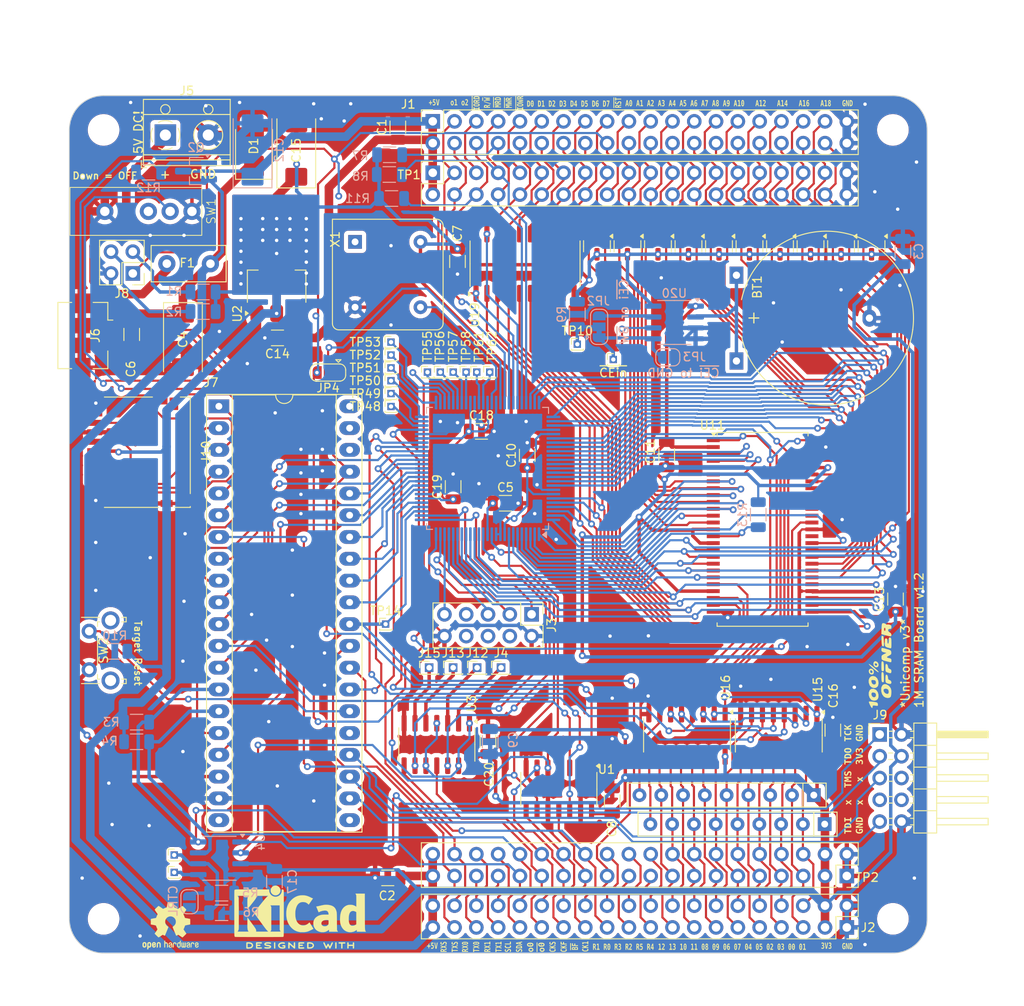
<source format=kicad_pcb>
(kicad_pcb (version 20240108) (generator "pcbnew") (generator_version "8.0")
  (layers (0 "F.Cu" signal) (31 "B.Cu" signal) (34 "B.Paste" user) (35 "F.Paste" user) (36 "B.SilkS" user "B.Silkscreen") (37 "F.SilkS" user "F.Silkscreen") (38 "B.Mask" user) (39 "F.Mask" user) (44 "Edge.Cuts" user))
  (net 0 "")
  (net 1 "/~{RST}")
  (net 2 "GND")
  (net 3 "/D7")
  (net 4 "/D6")
  (net 5 "/D5")
  (net 6 "/D4")
  (net 7 "/D3")
  (net 8 "/D2")
  (net 9 "/D1")
  (net 10 "/D0")
  (net 11 "+5V")
  (net 12 "/A15")
  (net 13 "/A14")
  (net 14 "/A13")
  (net 15 "/A12")
  (net 16 "/A11")
  (net 17 "/A10")
  (net 18 "/A9")
  (net 19 "/A8")
  (net 20 "/A7")
  (net 21 "/A6")
  (net 22 "/A5")
  (net 23 "/A4")
  (net 24 "/A3")
  (net 25 "/A2")
  (net 26 "/A1")
  (net 27 "/A0")
  (net 28 "+3V3")
  (net 29 "/CLKF")
  (net 30 "/CLKS")
  (net 31 "/~{IOWR}")
  (net 32 "/~{MWR}")
  (net 33 "/~{MRD}")
  (net 34 "/R{slash}~{W}_e")
  (net 35 "/~{IORD}")
  (net 36 "/PHI2_e")
  (net 37 "/PHI1_e")
  (net 38 "/~{PH0}")
  (net 39 "/PH0")
  (net 40 "/TX1")
  (net 41 "/RES3")
  (net 42 "/RES5")
  (net 43 "/RXSTM")
  (net 44 "/RX1")
  (net 45 "/RX0")
  (net 46 "/A16")
  (net 47 "/A17")
  (net 48 "/A18")
  (net 49 "/A19")
  (net 50 "/CD7")
  (net 51 "/CD6")
  (net 52 "/CD5")
  (net 53 "/CD4")
  (net 54 "/CD3")
  (net 55 "/CD2")
  (net 56 "/CD1")
  (net 57 "/CD0")
  (net 58 "VCCQ")
  (net 59 "/~{MRC}")
  (net 60 "/CPC")
  (net 61 "/~{TRST}")
  (net 62 "/uA12")
  (net 63 "/uA11")
  (net 64 "/CLK1")
  (net 65 "Net-(J5-Pin_1)")
  (net 66 "/SCL")
  (net 67 "/VB")
  (net 68 "/~{STMRST}")
  (net 69 "/~{CE_EXT10}")
  (net 70 "/~{CE_EXT4}")
  (net 71 "/~{CE_EXT11}")
  (net 72 "/~{CE_EXT0}")
  (net 73 "/~{CE_EXT13}")
  (net 74 "/~{CE_EXT12}")
  (net 75 "/uMISO")
  (net 76 "/~{CE_EXT1}")
  (net 77 "/~{CE_EXT7}")
  (net 78 "/~{CE_EXT3}")
  (net 79 "/~{CE_EXT2}")
  (net 80 "/~{CE_EXT5}")
  (net 81 "/~{CE_EXT8}")
  (net 82 "/~{CE_EXT6}")
  (net 83 "/~{CE_EXT9}")
  (net 84 "/~{CE_EXT15}")
  (net 85 "/~{CE_EXT14}")
  (net 86 "/SDA")
  (net 87 "/CLKS#")
  (net 88 "/CLKF#")
  (net 89 "/~{CE_EXT_EN}")
  (net 91 "+5VA")
  (net 92 "/uMOSI")
  (net 93 "/uSCK")
  (net 102 "Net-(J8-Pin_3)")
  (net 103 "Net-(J8-Pin_4)")
  (net 106 "/RAMPROT")
  (net 107 "/TXSTM")
  (net 108 "/RES1")
  (net 109 "Net-(JP1-A)")
  (net 110 "/CLK1#")
  (net 111 "/RES2")
  (net 112 "/TX0")
  (net 113 "/RES4")
  (net 114 "/TMS")
  (net 115 "/TDO")
  (net 116 "/TDI")
  (net 117 "/TCK")
  (net 118 "/~{RAMCE}")
  (net 119 "Net-(BT1-+)")
  (net 120 "/~{BW}")
  (net 121 "/~{EXTRST}")
  (net 122 "/~{CS_SD}")
  (net 123 "/MOSI_SD")
  (net 125 "/MISO_SD")
  (net 127 "/DET_SD")
  (net 128 "/SCK_SD")
  (net 129 "Net-(JP2-B)")
  (net 130 "Net-(JP2-A)")
  (net 131 "/CESEL2")
  (net 132 "Net-(JP1-B)")
  (net 133 "/CESEL1")
  (net 134 "/CESPARE")
  (net 135 "/CESEL3")
  (net 136 "/~{RAMEN}")
  (net 137 "/CESEL0")
  (net 138 "/~{CEOUTEN}")
  (net 139 "/ON{slash}OFF")
  (net 140 "/~{MOS_ON}")
  (net 141 "Net-(J3-Pin_1)")
  (net 143 "Net-(J3-Pin_3)")
  (net 147 "Net-(J3-Pin_9)")
  (net 148 "Net-(J3-Pin_5)")
  (net 150 "/CLKCPLD")
  (net 151 "/~{DATRDY}")
  (net 152 "/~{UB}")
  (net 153 "/~{WE}")
  (net 154 "/~{LB}")
  (net 155 "/~{DATEN}")
  (net 156 "/~{CPLDCS}")
  (net 157 "/~{BUSCLR}")
  (net 158 "/~{CPUFREE}")
  (net 159 "/~{RWREQ}")
  (net 160 "Net-(JP4-C)")
  (net 161 "Net-(U13-IO2_62{slash}GCLK2)")
  (net 162 "/SRES2")
  (net 163 "/SRES1")
  (net 164 "/SRES0")
  (net 165 "Net-(U13-IO1_48)")
  (net 166 "Net-(U13-IO1_49)")
  (net 167 "Net-(U13-IO1_50)")
  (net 168 "Net-(U13-IO2_52)")
  (net 169 "Net-(U13-IO2_53)")
  (net 170 "Net-(U13-IO2_55)")
  (net 171 "Net-(U13-IO2_56)")
  (net 172 "Net-(U13-IO2_57)")
  (net 173 "Net-(U13-IO2_58)")
  (net 174 "Net-(U13-IO2_61)")
  (net 175 "/CE_EXT_EN")
  (net 176 "/~{RAMOE}")
  (net 177 "Net-(U13-IO1_51)")
  (net 178 "/~{PH0}#")
  (net 179 "/PH0#")
  (net 180 "Net-(J4-Pin_1)")
  (net 181 "Net-(J12-Pin_1)")
  (net 182 "Net-(J13-Pin_1)")
  (net 183 "Net-(J15-Pin_1)")
  (net 184 "/~{PH0_en}")
  (footprint "Capacitor_SMD:C_1206_3216Metric" (layer "F.Cu") (at 87.122 141.224 180)
    (property "Reference" "C2")
    (property "Value" "100n")
  )
  (footprint "Oscillator:Oscillator_DIP-8" (layer "F.Cu") (at 83.312 67.056 -90)
    (property "Reference" "X1")
    (property "Value" "CXO_DIP8")
  )
  (footprint "Package_SO:SOIC-16_3.9x9.9mm_P1.27mm" (layer "F.Cu") (at 132.7 124.6 -90)
    (property "Reference" "U15")
    (property "Value" "74LVC138")
  )
  (footprint "Connector_PinHeader_1.00mm:PinHeader_1x01_P1.00mm_Vertical" (layer "F.Cu") (at 96.25 82.25)
    (property "Reference" "TP58")
    (property "Value" ".")
  )
  (footprint "Connector_PinHeader_2.54mm:PinHeader_2x02_P2.54mm_Vertical" (layer "F.Cu") (at 57.404 70.739 180)
    (property "Reference" "J8")
    (property "Value" "Dual LED Socket")
  )
  (footprint "Connector_PinHeader_1.00mm:PinHeader_1x01_P1.00mm_Vertical" (layer "F.Cu") (at 62.23 138.557)
    (property "Reference" "TP9" (hide yes))
    (property "Value" ".")
  )
  (footprint "Connector_PinSocket_2.54mm:PinSocket_2x20_P2.54mm_Vertical" (layer "F.Cu") (at 92.367 53 90)
    (property "Reference" "J1")
    (property "Value" "BUS" (hide yes))
  )
  (footprint "Connector_PinHeader_1.00mm:PinHeader_1x01_P1.00mm_Vertical" (layer "F.Cu") (at 94.75 82.25)
    (property "Reference" "TP57")
    (property "Value" ".")
  )
  (footprint "Package_SO:SOIC-14_3.9x8.7mm_P1.27mm" (layer "F.Cu") (at 107.061 130.875 -90)
    (property "Reference" "U1")
    (property "Value" "74LVC125")
  )
  (footprint "Package_DIP:DIP-40_W15.24mm_Socket_LongPads" (layer "F.Cu") (at 67.437 86.233)
    (property "Reference" "J7")
    (property "Value" "STM32F401")
  )
  (footprint "Capacitor_Tantalum_SMD:CP_EIA-7343-31_Kemet-D" (layer "F.Cu") (at 76.46 56.353995 90)
    (property "Reference" "C15")
    (property "Value" "33u/16")
  )
  (footprint "Jumper:SolderJumper-3_P1.3mm_Bridged12_RoundedPad1.0x1.5mm" (layer "F.Cu") (at 80.167 82.296 180)
    (property "Reference" "JP4")
    (property "Value" "SolderJumper_3_Bridged12" (hide yes))
  )
  (footprint "Package_TO_SOT_SMD:SOT-23" (layer "F.Cu") (at 136.398 67.564 -90)
    (property "Reference" "D7" (hide yes))
    (property "Value" "BAV70" (hide yes))
  )
  (footprint "Connector_USB:USB_Micro-B_Amphenol_10104110_Horizontal" (layer "F.Cu") (at 52.832 77.978 -90)
    (property "Reference" "J6")
    (property "Value" "USB_B_Micro")
  )
  (footprint "Capacitor_SMD:C_1206_3216Metric" (layer "F.Cu") (at 100.838 97.536)
    (property "Reference" "C5")
    (property "Value" "100n")
  )
  (footprint "Connector_PinSocket_2.54mm:PinSocket_2x20_P2.54mm_Vertical" (layer "F.Cu") (at 140.627 141 -90)
    (property "Reference" "TP2")
    (property "Value" "Spare" (hide yes))
  )
  (footprint "TerminalBlock_RND:TerminalBlock_RND_205-00012_1x02_P5.00mm_Horizontal" (layer "F.Cu") (at 61.2 54.6)
    (property "Reference" "J5")
    (property "Value" "Screw_Terminal_01x02")
  )
  (footprint "Connector_PinHeader_1.00mm:PinHeader_1x01_P1.00mm_Vertical" (layer "F.Cu") (at 109.22 78.994)
    (property "Reference" "TP10")
    (property "Value" ".")
  )
  (footprint "Symbol:KiCad-Logo2_6mm_SilkScreen" (layer "F.Cu") (at 76.9 145.1)
    (property "Reference" "H5" (hide yes))
    (property "Value" "Logo kicad" (hide yes))
  )
  (footprint "Connector_PinHeader_1.00mm:PinHeader_1x01_P1.00mm_Vertical" (layer "F.Cu") (at 87.5 84.75)
    (property "Reference" "TP49")
    (property "Value" ".")
  )
  (footprint "Capacitor_SMD:C_1206_3216Metric" (layer "F.Cu") (at 98.044 89.154)
    (property "Reference" "C18")
    (property "Value" "100n")
  )
  (footprint "Package_TO_SOT_SMD:SOT-23" (layer "F.Cu") (at 115.062 67.564 -90)
    (property "Reference" "D3" (hide yes))
    (property "Value" "BAV70" (hide yes))
  )
  (footprint "Connector_PinHeader_1.27mm:PinHeader_1x01_P1.27mm_Vertical" (layer "F.Cu") (at 100.33 116.713)
    (property "Reference" "J4")
    (property "Value" ".")
  )
  (footprint "Resistor_THT:R_Array_SIP9" (layer "F.Cu") (at 138.049 134.955995 180)
    (property "Reference" "RN4" (hide yes))
    (property "Value" "1k" (hide yes))
  )
  (footprint "Capacitor_SMD:C_1206_3216Metric" (layer "F.Cu") (at 74.268 78.253995 180)
    (property "Reference" "C14")
    (property "Value" "100n")
  )
  (footprint "my_own:Logo_100ProzentOffner_10x2.7mm" (layer "F.Cu") (at 144.5 116.5 90)
    (property "Reference" "H7" (hide yes))
    (property "Value" "Logo 100%" (hide yes))
  )
  (footprint "Package_SO:SOIC-14_3.9x8.7mm_P1.27mm" (layer "F.Cu") (at 92.837 125.668 -90)
    (property "Reference" "U3")
    (property "Value" "SN74LVC125AD")
  )
  (footprint "Connector_PinHeader_2.54mm:PinHeader_2x05_P2.54mm_Vertical" (layer "F.Cu") (at 103.886 110.49 -90)
    (property "Reference" "J3")
    (property "Value" "JTAG")
  )
  (footprint "Connector_PinHeader_1.00mm:PinHeader_1x01_P1.00mm_Vertical" (layer "F.Cu") (at 62.23 140.589)
    (property "Reference" "TP8" (hide yes))
    (property "Value" ".")
  )
  (footprint "Resistor_THT:R_Array_SIP9" (layer "F.Cu") (at 136.779 131.572 180)
    (property "Reference" "RN3" (hide yes))
    (property "Value" "1k" (hide yes))
  )
  (footprint "Package_TO_SOT_SMD:SOT-23" (layer "F.Cu") (at 129.286 67.564 -90)
    (property "Reference" "D9" (hide yes))
    (property "Value" "BAV70" (hide yes))
  )
  (footprint "Capacitor_SMD:C_1206_3216Metric" (layer "F.Cu") (at 57.277 77.851 -90)
    (property "Reference" "C6")
    (property "Value" "100n")
  )
  (footprint "Package_TO_SOT_SMD:SOT-223-3_TabPin2" (layer "F.Cu") (at 74.168 72.253995 90)
    (property "Reference" "U2")
    (property "Value" "AZ1117-3.3")
  )
  (footprint "Capacitor_SMD:C_1206_3216Metric" (layer "F.Cu") (at 146.304 108.712 90)
    (property "Reference" "C13")
    (property "Value" "100n")
  )
  (footprint "Button_Switch_THT:SW_Tactile_SPST_Angled_PTS645Vx31-2LFS" (layer "F.Cu") (at 52.3215 116.956 90)
    (property "Reference" "SW2")
    (property "Value" "SW_Push")
  )
  (footprint "Connector_PinSocket_2.54mm:PinSocket_2x20_P2.54mm_Vertical" (layer "F.Cu") (at 140.627 147 -90)
    (property "Reference" "J2")
    (property "Value" "BUS" (hide yes))
  )
  (footprint "Package_TO_SOT_SMD:SOT-23" (layer "F.Cu") (at 132.842 67.564 -90)
    (property "Reference" "D8" (hide yes))
    (property "Value" "BAV70" (hide yes))
  )
  (footprint "Connector_PinHeader_2.54mm:PinHeader_2x05_P2.54mm_Horizontal" (layer "F.Cu") (at 144.46 124.5)
    (property "Reference" "J9")
    (property "Value" "JTAG")
  )
  (footprint "Connector_PinHeader_1.00mm:PinHeader_1x01_P1.00mm_Vertical" (layer "F.Cu") (at 87.5 81.75)
    (property "Reference" "TP51")
    (property "Value" ".")
  )
  (footprint "Connector_Card:microSD_HC_Hirose_DM3D-SF" (layer "F.Cu") (at 58.319 91.587 -90)
    (property "Reference" "J10")
    (property "Value" "Micro_SD_Card_Det2")
  )
  (footprint "Connector_PinHeader_1.00mm:PinHeader_1x01_P1.00mm_Vertical" (layer "F.Cu") (at 97.5 82.25)
    (property "Reference" "TP61")
    (property "Value" ".")
  )
  (footprint "Connector_PinHeader_1.00mm:PinHeader_1x01_P1.00mm_Vertical" (layer "F.Cu") (at 87.5 80.25)
    (property "Reference" "TP52")
    (property "Value" ".")
  )
  (footprint "Package_TO_SOT_SMD:SOT-23" (layer "F.Cu") (at 111.506 67.564 -90)
    (property "Reference" "D4" (hide yes))
    (property "Value" "BAV70")
  )
  (footprint "Connector_PinHeader_1.27mm:PinHeader_1x01_P1.27mm_Vertical" (layer "F.Cu") (at 91.948 116.713)
    (property "Reference" "J15")
    (property "Value" ".")
  )
  (footprint "Connector_PinHeader_1.00mm:PinHeader_1x01_P1.00mm_Vertical" (layer "F.Cu") (at 91.75 82.25)
    (property "Reference" "TP55")
    (property "Value" ".")
  )
  (footprint "Package_TO_SOT_SMD:SOT-23" (layer "F.Cu") (at 139.954 67.564 -90)
    (property "Reference" "D6" (hide yes))
    (property "Value" "BAV70" (hide yes))
  )
  (footprint "Connector_PinHeader_1.00mm:PinHeader_1x01_P1.00mm_Vertical" (layer "F.Cu") (at 113.411 80.772)
    (property "Reference" "TP11" (hide yes))
    (property "Value" "~{CEin}")
  )
  (footprint "Capacitor_SMD:C_1206_3216Metric" (layer "F.Cu") (at 94.742 95.602 90)
    (property "Reference" "C19")
    (property "Value" "100n")
  )
  (footprint "MountingHole:MountingHole_3.2mm_M3" (layer "F.Cu") (at 146 54)
    (property "Reference" "H3" (hide yes))
    (property "Value" "MountingHole" (hide yes))
  )
  (footprint "Connector_PinHeader_1.27mm:PinHeader_1x01_P1.27mm_Vertical" (layer "F.Cu") (at 97.536 116.713)
    (property "Reference" "J12")
    (property "Value" ".")
  )
  (footprint "Symbol:OSHW-Logo2_7.3x6mm_SilkScreen" (layer "F.Cu") (at 61.8 146.8)
    (property "Reference" "H6" (hide yes))
    (property "Value" "Logo Open Source Hardware" (hide yes))
  )
  (footprint "Connector_PinHeader_1.00mm:PinHeader_1x01_P1.00mm_Vertical" (layer "F.Cu") (at 86.868 111.633)
    (property "Reference" "TP14")
    (property "Value" ".")
  )
  (footprint "Package_SO:SOIC-16_3.9x9.9mm_P1.27mm" (layer "F.Cu") (at 122 124.6 -90)
    (property "Reference" "U16")
    (property "Value" "74LVC138")
  )
  (footprint "Capacitor_SMD:C_1206_3216Metric" (layer "F.Cu") (at 119.634 91.87 -90)
    (property "Reference" "C11")
    (property "Value" "100n" (hide yes))
  )
  (footprint "Capacitor_Tantalum_SMD:CP_EIA-7343-31_Kemet-D" (layer "F.Cu") (at 63.246 78.5485 -90)
    (property "Reference" "C4")
    (property "Value" "33u/16")
  )
  (footprint "Package_SO:TSOP-II-54_22.2x10.16mm_P0.8mm" (layer "F.Cu") (at 130.81 100.584)
    (property "Reference" "U11")
    (property "Value" "IS61WV102416FBLL1T2")
  )
  (footprint "my_own:Battery_CR2032_Horizontal_ThreeHoles" (layer "F.Cu") (at 127.762 75.946)
    (property "Reference" "BT1")
    (property "Value" "CR2032")
  )
  (footprint "Connector_PinHeader_1.00mm:PinHeader_1x01_P1.00mm_Vertical" (layer "F.Cu") (at 87.5 86.25)
    (property "Reference" "TP48")
    (property "Value" ".")
  )
  (footprint "my_own:ToggleSwitch_CTS_033TBVS" (layer "F.Cu") (at 64.3 63.5)
    (property "Reference" "SW1")
    (property "Value" "033TBVSA")
  )
  (footprint "Connector_PinSocket_2.54mm:PinSocket_2x20_P2.54mm_Vertical" (layer "F.Cu") (at 92.367 59 90)
    (property "Reference" "TP1")
    (property "Value" "Spare" (hide yes))
  )
  (footprint "Package_SO:SO-20_5.3x12.6mm_P1.27mm" (layer "F.Cu") (at 103.124 69.596 90)
    (property "Reference" "U19")
    (property "Value" "SN74LVC245ANSR" (hide yes))
  )
  (footprint "Connector_PinHeader_1.00mm:PinHeader_1x01_P1.00mm_Vertical" (layer "F.Cu") (at 87.5 83.25)
    (property "Reference" "TP50")
    (property "Value" ".")
  )
  (footprint "Package_TO_SOT_SMD:SOT-23" (layer "F.Cu") (at 122.174 67.564 -90)
    (property "Reference" "D10" (hide yes))
    (property "Value" "BAV70" (hide yes))
  )
  (footprint "Capacitor_SMD:C_1206_3216Metric" (layer "F.Cu") (at 139 124 90)
    (property "Reference" "C16")
    (property "Value" "100n")
  )
  (footprint "Capacitor_SMD:C_1206_3216Metric" (layer "F.Cu") (at 98.806 125.3 90)
    (property "Reference" "C20")
    (property "Value" "100n")
  )
  (footprint "MountingHole:MountingHole_3.2mm_M3" (layer "F.Cu") (at 54 54)
    (property "Reference" "H1" (hide yes))
    (property "Value" "MountingHole" (hide yes))
  )
  (footprint "Connector_PinHeader_1.00mm:PinHeader_1x01_P1.00mm_Vertical" (layer "F.Cu") (at 99 82.25)
    (property "Reference" "TP62")
    (property "Value" ".")
  )
  (footprint "Connector_PinHeader_1.27mm:PinHeader_1x01_P1.27mm_Vertical" (layer "F.Cu") (at 94.742 116.713)
    (property "Reference" "J13")
    (property "Value" ".")
  )
  (footprint "Capacitor_SMD:C_1206_3216Metric" (layer "F.Cu") (at 88.296 53.675995 90)
    (property "Reference" "C1")
    (property "Value" "100n" (hide yes))
  )
  (footprint "Capacitor_SMD:C_1206_3216Metric" (layer "F.Cu") (at 103.378 91.948 90)
    (property "Reference" "C10")
    (property "Value" "100n")
  )
  (footprint "MountingHole:MountingHole_3.2mm_M3" (layer "F.Cu") (at 54 146)
    (property "Reference" "H2" (hide yes))
    (property "Value" "MountingHole" (hide yes))
  )
  (footprint "Connector_PinHeader_1.00mm:PinHeader_1x01_P1.00mm_Vertical" (layer "F.Cu") (at 87.5 78.75)
    (property "Reference" "TP53")
    (property "Value" ".")
  )
  (footprint "Package_TO_SOT_SMD:SOT-23" (layer "F.Cu") (at 118.618 67.564 -90)
    (property "Reference" "D11" (hide yes))
    (property "Value" "BAV70" (hide yes))
  )
  (footprint "Capacitor_SMD:C_1206_3216Metric" (layer "F.Cu") (at 113.284 132.256 90)
    (property "Reference" "C8")
    (property "Value" "100n")
  )
  (footprint "Connector_PinHeader_1.00mm:PinHeader_1x01_P1.00mm_Vertical" (layer "F.Cu") (at 93.25 82.25)
    (property "Reference" "TP56")
    (property "Value" ".")
  )
  (footprint "Fuse:Fuse_Littelfuse_395Series" (layer "F.Cu") (at 61.372 69.596)
    (property "Reference" "F1")
    (property "Value" "Polyfuse")
  )
  (footprint "Capacitor_SMD:C_1206_3216Metric" (layer "F.Cu") (at 95.25 69.342 -90)
    (property "Reference" "C7")
    (property "Value" "100n" (hide yes))
  )
  (footprint "Package_TO_SOT_SMD:SOT-23" (layer "F.Cu") (at 143.51 67.564 -90)
    (property "Reference" "D5" (hide yes))
    (property "Value" "BAV70" (hide yes))
  )
  (footprint "Package_TO_SOT_SMD:SOT-23" (layer "F.Cu") (at 125.73 67.564 -90)
    (property "Reference" "D2" (hide yes))
    (property "Value" "BAV70" (hide yes))
  )
  (footprint "Diode_SMD:D_SMB" (layer "F.Cu") (at 71.532 56.097995 90)
    (property "Reference" "D1")
    (property "Value" "UM1S")
  )
  (footprint "MountingHole:MountingHole_3.2mm_M3" (layer "F.Cu") (at 146 146)
    (property "Reference" "H4" (hide yes))
    (property "Value" "MountingHole" (hide yes))
  )
  (footprint "Resistor_SMD:R_1206_3216Metric" (layer "B.Cu") (at 130.302 98.8715 -90)
    (property "Reference" "R13")
    (property "Value" "1k")
  )
  (footprint "Jumper:SolderJumper-2_P1.3mm_Open_RoundedPad1.0x1.5mm" (layer "B.Cu") (at 64.008 144.003 -90)
    (property "Reference" "JP1" (hide yes))
    (property "Value" "CTRL")
  )
  (footprint "Package_SO:SOIC-8_3.9x4.9mm_P1.27mm" (layer "B.Cu") (at 120.523 76.454 180)
    (property "Reference" "U20")
    (property "Value" "DS1314")
  )
  (footprint "Resistor_SMD:R_1206_3216Metric" (layer "B.Cu") (at 87.5625 62)
    (property "Reference" "R11")
    (property "Value" "1k")
  )
  (footprint "Package_SO:SOIC-8_3.9x4.9mm_P1.27mm" (layer "B.Cu") (at 67.499 138.938 180)
    (property "Reference" "U4")
    (property "Value" "DS1085")
  )
  (footprint "Capacitor_SMD:C_1206_3216Metric" (layer "B.Cu") (at 147.16 68.178995 90)
    (property "Reference" "C3")
    (property "Value" "100n" (hide yes))
  )
  (footprint "Resistor_SMD:R_1206_3216Metric" (layer "B.Cu") (at 57.8465 123.063)
    (property "Reference" "R3")
    (property "Value" "1k")
  )
  (footprint "Jumper:SolderJumper-2_P1.3mm_Open_RoundedPad1.0x1.5mm" (layer "B.Cu") (at 119.761 80.518 180)
    (property "Reference" "JP3")
    (property "Value" "~{CEi} to GND")
  )
  (footprint "Package_QFP:LQFP-100_14x14mm_P0.5mm" (layer "B.Cu") (at 98.75 93.472 90)
    (property "Reference" "U13" (hide yes))
    (property "Value" "EPM240T100")
  )
  (footprint "Capacitor_SMD:C_1206_3216Metric" (layer "B.Cu") (at 99.06 125.349 -90)
    (property "Reference" "C9")
    (property "Value" "100n")
  )
  (footprint "Resistor_SMD:R_1206_3216Metric" (layer "B.Cu") (at 65.5935 72.898 180)
    (property "Reference" "R1")
    (property "Value" "1k")
  )
  (footprint "Resistor_SMD:R_1206_3216Metric" (layer "B.Cu") (at 87.3375 56.9)
    (property "Reference" "R7")
    (property "Value" "1k")
  )
  (footprint "Capacitor_SMD:C_1206_3216Metric" (layer "B.Cu") (at 73.914 141.654 -90)
    (property "Reference" "C17")
    (property "Value" "100n")
  )
  (footprint "Resistor_SMD:R_1206_3216Metric" (layer "B.Cu") (at 67.7565 145.288)
    (property "Reference" "R6")
    (property "Value" "10k")
  )
  (footprint "Resistor_SMD:R_1206_3216Metric" (layer "B.Cu") (at 109.22 75.5035 -90)
    (property "Reference" "R9")
    (property "Value" "10k")
  )
  (footprint "Capacitor_Tantalum_SMD:CP_EIA-7343-31_Kemet-D" (layer "B.Cu") (at 71.36 56.341495 90)
    (property "Reference" "C12")
    (property "Value" "33u/16")
  )
  (footprint "Resistor_SMD:R_1206_3216Metric" (layer "B.Cu") (at 55.3065 114.808 180)
    (property "Reference" "R10")
    (property "Value" "10k")
  )
  (footprint "Resistor_SMD:R_1206_3216Metric" (layer "B.Cu") (at 57.8465 125.349)
    (property "Reference" "R4")
    (property "Value" "1k")
  )
  (footprint "Resistor_SMD:R_1206_3216Metric" (layer "B.Cu") (at 67.7565 143.002)
    (property "Reference" "R5")
    (property "Value" "10k")
  )
  (footprint "Package_TO_SOT_SMD:SOT-23_Handsoldering" (layer "B.Cu") (at 64.77 58.801 180)
    (property "Reference" "Q2")
    (property "Value" "SQ2351")
  )
  (footprint "Resistor_SMD:R_1206_3216Metric" (layer "B.Cu") (at 87.3 59.2)
    (property "Reference" "R8")
    (property "Value" "1k")
  )
  (footprint "Resistor_SMD:R_1206_3216Metric" (layer "B.Cu") (at 65.5935 75.184 180)
    (property "Reference" "R2")
    (property "Value" "1k")
  )
  (footprint "Resistor_SMD:R_1206_3216Metric" (layer "B.Cu") (at 59.2435 58.928)
    (property "Reference" "R12")
    (property "Value" "10k")
  )
  (footprint "Jumper:SolderJumper-3_P1.3mm_Bridged12_RoundedPad1.0x1.5mm" (layer "B.Cu") (at 111.76 76.962 90)
    (property "Reference" "JP2")
    (property "Value" "~{CEi} or ~{BW}")
  )
  (gr_line (start 50 54) (end 50 146) (stroke (width 0.1)) (layer "Edge.Cuts"))
  (gr_arc (start 50 54) (mid 51.171571 51.17157) (end 54 50) (stroke (width 0.1)) (layer "Edge.Cuts"))
  (gr_arc (start 146 50) (mid 148.828425 51.171573) (end 150 54) (stroke (width 0.1)) (layer "Edge.Cuts"))
  (gr_arc (start 150 146) (mid 148.828425 148.828424) (end 146 149.999995) (stroke (width 0.1)) (layer "Edge.Cuts"))
  (gr_line (start 150 146) (end 150 54) (stroke (width 0.1)) (layer "Edge.Cuts"))
  (gr_line (start 146 50) (end 54 50) (stroke (width 0.1)) (layer "Edge.Cuts"))
  (gr_arc (start 54 150) (mid 51.171571 148.828427) (end 50 146) (stroke (width 0.1)) (layer "Edge.Cuts"))
  (gr_line (start 146 150) (end 54 150) (stroke (width 0.1)) (layer "Edge.Cuts"))
  (gr_text "TXS" (at 95.4 149.9 90) (layer "F.SilkS") (effects (font (size 0.7 0.5) (thickness 0.1) (bold yes)) (justify left bottom)))
  (gr_text "CKF" (at 108.1 149.9 90) (layer "F.SilkS") (effects (font (size 0.7 0.5) (thickness 0.1) (bold yes)) (justify left bottom)))
  (gr_text "+5V   o1 o2" (at 91.8972 51.2572 0) (layer "F.SilkS") (effects (font (size 0.7 0.5) (thickness 0.1) (bold yes)) (justify left bottom)))
  (gr_text "TX0" (at 97.9 149.9 90) (layer "F.SilkS") (effects (font (size 0.7 0.5) (thickness 0.1) (bold yes)) (justify left bottom)))
  (gr_text "SCL" (at 101.6 149.9 90) (layer "F.SilkS") (effects (font (size 0.7 0.5) (thickness 0.1) (bold yes)) (justify left bottom)))
  (gr_text "3V3" (at 137.6172 149.606 0) (layer "F.SilkS") (effects (font (size 0.7 0.5) (thickness 0.1) (bold yes)) (justify left bottom)))
  (gr_text "R/~{W}" (at 99.1616 51.4604 90) (layer "F.SilkS") (effects (font (size 0.7 0.5) (thickness 0.1) (bold yes)) (justify left bottom)))
  (gr_text "~{BF}" (at 109.41174 149.658466 90) (layer "F.SilkS") (effects (font (size 0.7 0.5) (thickness 0.1) (bold yes)) (justify left bottom)))
  (gr_text "+   GND" (at 60.46 59.753995 0) (layer "F.SilkS") (effects (font (size 1 1)) (justify left bottom)))
  (gr_text "~{RST}" (at 114.4524 51.4604 90) (layer "F.SilkS") (effects (font (size 0.7 0.5) (thickness 0.1) (bold yes)) (justify left bottom)))
  (gr_text "~{o0}" (at 105.5 149.9 90) (layer "F.SilkS") (effects (font (size 0.7 0.7) (thickness 0.1) (bold yes)) (justify left bottom)))
  (gr_text "Down = OFF" (at 50.292 59.817 0) (layer "F.SilkS") (effects (font (size 0.8 0.8)) (justify left bottom)))
  (gr_text "~{IOWR}" (at 103.0224 51.7144 90) (layer "F.SilkS") (effects (font (size 0.7 0.5) (thickness 0.1) (bold yes)) (justify left bottom)))
  (gr_text "D0 D1 D2 D3 D4 D5 D6 D7" (at 103.3272 51.4096 0) (layer "F.SilkS") (effects (font (size 0.7 0.5) (thickness 0.1) (bold yes)) (justify left bottom)))
  (gr_text "Target Reset" (at 57.531 111.125 -90) (layer "F.SilkS") (effects (font (size 0.8 0.8)) (justify left bottom)))
  (gr_text "*Unicomp v3*\n1M SRAM Board v1.2\n" (at 148.25 121.5 90) (layer "F.SilkS") (effects (font (size 1 1)) (justify left)))
  (gr_text "TDI  x  TMS TDO TCK\nGND  x   x  3V3 GND" (at 142.629674 136.12825 90) (layer "F.SilkS") (effects (font (size 0.8 0.8) (thickness 0.1) (bold yes)) (justify left bottom)))
  (gr_text "RXS" (at 94.1 149.9 90) (layer "F.SilkS") (effects (font (size 0.7 0.5) (thickness 0.1) (bold yes)) (justify left bottom)))
  (gr_text "+5V" (at 91.694 149.606 0) (layer "F.SilkS") (effects (font (size 0.7 0.5) (thickness 0.1) (bold yes)) (justify left bottom)))
  (gr_text "5V DC!" (at 58.64 56.9 90) (layer "F.SilkS") (effects (font (size 1 1)) (justify left bottom)))
  (gr_text "SDA" (at 102.9 149.9 90) (layer "F.SilkS") (effects (font (size 0.7 0.5) (thickness 0.1) (bold yes)) (justify left bottom)))
  (gr_text "RX0" (at 96.6 149.9 90) (layer "F.SilkS") (effects (font (size 0.7 0.5) (thickness 0.1) (bold yes)) (justify left bottom)))
  (gr_text "~{MRD}\n" (at 100.4316 51.4096 90) (layer "F.SilkS") (effects (font (size 0.7 0.5) (thickness 0.1) (bold yes)) (justify left bottom)))
  (gr_text "RX1" (at 99.2 149.9 90) (layer "F.SilkS") (effects (font (size 0.7 0.5) (thickness 0.1) (bold yes)) (justify left bottom)))
  (gr_text "R1 R0 R3 R2 R5 R4" (at 110.998 149.733 0) (layer "F.SilkS") (effects (font (size 0.7 0.5) (thickness 0.1) (bold yes)) (justify left bottom)))
  (gr_text "o0" (at 104.2 149.9 90) (layer "F.SilkS") (effects (font (size 0.7 0.7) (thickness 0.1) (bold yes)) (justify left bottom)))
  (gr_text "~{MWR}" (at 101.7016 51.4604 90) (layer "F.SilkS") (effects (font (size 0.7 0.5) (thickness 0.1) (bold yes)) (justify left bottom)))
  (gr_text "~{IORD}" (at 97.9424 51.7144 90) (layer "F.SilkS") (effects (font (size 0.7 0.5) (thickness 0.1) (bold yes)) (justify left bottom)))
  (gr_text "12 13 10 11 08 09 06 07 04 05 02 03 00 01" (at 118.618 149.733 0) (layer "F.SilkS") (effects (font (size 0.7 0.5) (thickness 0.1) (bold yes)) (justify left bottom)))
  (gr_text "CKS" (at 106.8 149.9 90) (layer "F.SilkS") (effects (font (size 0.7 0.5) (thickness 0.1) (bold yes)) (justify left bottom)))
  (gr_text "TX1" (at 100.5 149.9 90) (layer "F.SilkS") (effects (font (size 0.7 0.5) (thickness 0.1) (bold yes)) (justify left bottom)))
  (gr_text "CK1" (at 110.617 149.86 90) (layer "F.SilkS") (effects (font (size 0.7 0.5) (thickness 0.1) (bold yes)) (justify left bottom)))
  (gr_text "A0 A1 A2 A3 A4 A5 A6 A7 A8 A9 A10   A12   A14   A16   A18   GND\n" (at 114.808 51.3588 0) (layer "F.SilkS") (effects (font (size 0.7 0.5) (thickness 0.1) (bold yes)) (justify left bottom)))
  (gr_text "GND" (at 140.0556 149.6568 0) (layer "F.SilkS") (effects (font (size 0.7 0.5) (thickness 0.1) (bold yes)) (justify left bottom)))
  (segment (start 66.04 58.42) (end 66.04 65.786) (width 0.25) (layer "F.Cu") (net 1))
  (segment (start 78.994 75.565) (end 78.867 75.692) (width 0.25) (layer "F.Cu") (net 1))
  (segment (start 108.331 128.4) (end 108.331 122.581) (width 0.25) (layer "F.Cu") (net 1))
  (segment (start 80.9 57.4) (end 80.9 58.419) (width 0.25) (layer "F.Cu") (net 1))
  (segment (start 78.5 122.5) (end 79 123) (width 0.25) (layer "F.Cu") (net 1))
  (segment (start 112.68 61.497) (end 113.93 60.247) (width 0.25) (layer "F.Cu") (net 1))
  (segment (start 108.331 122.581) (end 107.75 122) (width 0.25) (layer "F.Cu") (net 1))
  (segment (start 78.994 60.325) (end 78.994 75.565) (width 0.25) (layer "F.Cu") (net 1))
  (segment (start 66.04 65.786) (end 63.555 68.271) (width 0.25) (layer "F.Cu") (net 1))
  (segment (start 113.93 60.247) (end 113.93 57.8976) (width 0.25) (layer "F.Cu") (net 1))
  (segment (start 79.7 56.2) (end 68.26 56.2) (width 0.25) (layer "F.Cu") (net 1))
  (segment (start 78.867 82.29598) (end 78.5 82.66298) (width 0.25) (layer "F.Cu") (net 1))
  (segment (start 68.26 56.2) (end 66.04 58.42) (width 0.25) (layer "F.Cu") (net 1))
  (segment (start 78.5 82.66298) (end 78.5 122.5) (width 0.25) (layer "F.Cu") (net 1))
  (segment (start 59.872 68.271) (end 57.404 70.739) (width 0.25) (layer "F.Cu") (net 1))
  (segment (start 80.9 57.4) (end 79.7 56.2) (width 0.25) (layer "F.Cu") (net 1))
  (segment (start 113.93 57.8976) (end 112.68 56.6476) (width 0.25) (layer "F.Cu") (net 1))
  (segment (start 80.9 58.419) (end 78.994 60.325) (width 0.25) (layer "F.Cu") (net 1))
  (segment (start 78.867 75.692) (end 78.740004 75.692) (width 0.25) (layer "F.Cu") (net 1))
  (segment (start 112.68 56.6476) (end 112.68 55.497) (width 0.25) (layer "F.Cu") (net 1))
  (segment (start 63.555 68.271) (end 59.872 68.271) (width 0.25) (layer "F.Cu") (net 1))
  (via (at 107.75 122) (size 0.8) (drill 0.4) (layers "F.Cu" "B.Cu") (net 1))
  (via (at 81.407 61.722) (size 0.8) (drill 0.4) (layers "F.Cu" "B.Cu") (net 1))
  (via (at 80.9 57.4) (size 0.8) (drill 0.4) (layers "F.Cu" "B.Cu") (net 1))
  (via (at 78.740004 75.692) (size 0.8) (drill 0.4) (layers "F.Cu" "B.Cu") (net 1))
  (via (at 79 123) (size 0.8) (drill 0.4) (layers "F.Cu" "B.Cu") (net 1))
  (via (at 78.867 82.29598) (size 0.8) (drill 0.4) (layers "F.Cu" "B.Cu") (net 1))
  (segment (start 78.994 82.16898) (end 78.994 75.945996) (width 0.25) (layer "B.Cu") (net 1))
  (segment (start 81.407 57.907) (end 81.407 61.722) (width 0.25) (layer "B.Cu") (net 1))
  (segment (start 106.412891 120.662891) (end 88.379109 120.662891) (width 0.25) (layer "B.Cu") (net 1))
  (segment (start 83.935 54.365) (end 80.9 57.4) (width 0.25) (layer "B.Cu") (net 1))
  (segment (start 86.042 123) (end 79 123) (width 0.25) (layer "B.Cu") (net 1))
  (segment (start 80.9 57.4) (end 81.407 57.907) (width 0.25) (layer "B.Cu") (net 1))
  (segment (start 78.867 82.29598) (end 78.994 82.16898) (width 0.25) (layer "B.Cu") (net 1))
  (segment (start 112.687 55.54) (end 111.512 54.365) (width 0.25) (layer "B.Cu") (net 1))
  (segment (start 88.379109 120.662891) (end 86.042 123) (width 0.25) (layer "B.Cu") (net 1))
  (segment (start 111.512 54.365) (end 83.935 54.365) (width 0.25) (layer "B.Cu") (net 1))
  (segment (start 78.994 75.945996) (end 78.740004 75.692) (width 0.25) (layer "B.Cu") (net 1))
  (segment (start 107.75 122) (end 106.412891 120.662891) (width 0.25) (layer "B.Cu") (net 1))
  (segment (start 100.75 82.25) (end 95.523 77.023) (width 0.4) (layer "F.Cu") (net 2))
  (segment (start 135 101) (end 135 107.534) (width 0.25) (layer "F.Cu") (net 2))
  (segment (start 108.839 72.071001) (end 107.584999 70.817) (width 0.4) (layer "F.Cu") (net 2))
  (segment (start 128.255 118.872004) (end 128.255004 118.872) (width 0.4) (layer "F.Cu") (net 2))
  (segment (start 103.378 90.473) (end 102.153 91.698) (width 0.25) (layer "F.Cu") (net 2))
  (segment (start 88.5246 148.824395) (end 88.169 149.179995) (width 0.4) (layer "F.Cu") (net 2))
  (segment (start 136.56 100.584) (end 135.416 100.584) (width 0.25) (layer "F.Cu") (net 2))
  (segment (start 108.839 73.0585) (end 108.839 72.071001) (width 0.4) (layer "F.Cu") (net 2))
  (segment (start 50.683 85.862) (end 50.546 85.725) (width 0.4) (layer "F.Cu") (net 2))
  (segment (start 87.649 51.553995) (end 76.76 51.553995) (width 1) (layer "F.Cu") (net 2))
  (segment (start 76 108.25) (end 76 103) (width 1) (layer "F.Cu") (net 2))
  (segment (start 62.590649 149.179995) (end 50.546 137.135346) (width 1) (layer "F.Cu") (net 2))
  (segment (start 85.647 141.224) (end 85.647 148.622995) (width 1) (layer "F.Cu") (net 2))
  (segment (start 102.153 97.376) (end 102.313 97.536) (width 0.25) (layer "F.Cu") (net 2))
  (segment (start 91.948 91.44) (end 95.25 88.138) (width 0.25) (layer "F.Cu") (net 2))
  (segment (start 98.044 88.392) (end 98.757 88.392) (width 0.25) (layer "F.Cu") (net 2))
  (segment (start 107.061 128.4) (end 107.061 130.781) (width 0.4) (layer "F.Cu") (net 2))
  (segment (start 62.8 51.2) (end 59.2 51.2) (width 1) (layer "F.Cu") (net 2))
  (segment (start 76.76 51.553995) (end 71.532 51.553995) (width 1) (layer "F.Cu") (net 2))
  (segment (start 89.443 51.053995) (end 138.716995 51.053995) (width 1) (layer "F.Cu") (net 2))
  (segment (start 135 107.534) (end 135.25 107.784) (width 0.25) (layer "F.Cu") (net 2))
  (segment (start 136.56 107.784) (end 136.638 107.862) (width 0.4) (layer "F.Cu") (net 2))
  (segment (start 85.09 149.179995) (end 88.169 149.179995) (width 1) (layer "F.Cu") (net 2))
  (segment (start 63.246 81.661) (end 59.739 81.661) (width 1) (layer "F.Cu") (net 2))
  (segment (start 125.06 93.384) (end 119.673 93.384) (width 0.4) (layer "F.Cu") (net 2))
  (segment (start 138.716995 51.053995) (end 140.62 52.957) (width 1) (layer "F.Cu") (net 2))
  (segment (start 125.06 110.184) (end 126.059 110.184) (width 0.4) (layer "F.Cu") (net 2))
  (segment (start 67.437 131.953) (end 50.927 131.953) (width 0.4) (layer "F.Cu") (net 2))
  (segment (start 60.694 85.612) (end 53.344 85.612) (width 0.4) (layer "F.Cu") (net 2))
  (segment (start 88.296 52.200995) (end 89.443 51.053995) (width 1) (layer "F.Cu") (net 2))
  (segment (start 58.4 55.646) (end 54.14 59.906) (width 1) (layer "F.Cu") (net 2))
  (segment (start 143.256 75.946) (end 143.262 75.946) (width 0.25) (layer "F.Cu") (net 2))
  (segment (start 58.4 52) (end 58.4 55.646) (width 1) (layer "F.Cu") (net 2))
  (segment (start 52.3215 116.956) (end 50.546 118.7315) (width 0.4) (layer "F.Cu") (net 2))
  (segment (start 139.954 72.644) (end 143.256 75.946) (width 0.25) (layer "F.Cu") (net 2))
  (segment (start 133.096 78.74) (end 132.08 77.724) (width 0.4) (layer "F.Cu") (net 2))
  (segment (start 64.3 63.5) (end 64.3 56.5) (width 0.4) (layer "F.Cu") (net 2))
  (segment (start 76.46 51.853995) (end 76.76 51.553995) (width 1) (layer "F.Cu") (net 2))
  (segment (start 50.546 85.725) (end 50.546 89.154) (width 1) (layer "F.Cu") (net 2))
  (segment (start 100.75 85.038) (end 100.75 82.25) (width 0.4) (layer "F.Cu") (net 2))
  (segment (start 140.62 147.043) (end 138.483005 149.179995) (width 1) (layer "F.Cu") (net 2))
  (segment (start 85.647 141.224) (end 82.042 141.224) (width 1) (layer "F.Cu") (net 2))
  (segment (start 103.251 129.374999) (end 104.657001 130.781) (width 0.4) (layer "F.Cu") (net 2))
  (segment (start 91.948 111.125) (end 91.948 91.44) (width 0.25) (layer "F.Cu") (net 2))
  (segment (start 76 114.25) (end 76 108.25) (width 1) (layer "F.Cu") (net 2))
  (segment (start 128.255 122.125) (end 128.255 118.872004) (width 0.4) (layer "F.Cu") (net 2))
  (segment (start 61.344 97.562) (end 63.369 97.562) (width 0.4) (layer "F.Cu") (net 2))
  (segment (start 113.284 130.781) (end 113.284 125) (width 0.4) (layer "F.Cu") (net 2))
  (segment (start 71.532 53.947995) (end 71.532 51.553995) (width 1) (layer "F.Cu") (net 2))
  (segment (start 93.726 113.137462) (end 93.726 113.03) (width 0.4) (layer "F.Cu") (net 2))
  (segment (start 103.251 128.4) (end 103.251 129.374999) (width 0.4) (layer "F.Cu") (net 2))
  (segment (start 99.519 86.269) (end 100.75 85.038) (width 0.4) (layer "F.Cu") (net 2))
  (segment (start 95.25 88.138) (end 95.758 87.63) (width 0.25) (layer "F.Cu") (net 2))
  (segment (start 95.758 87.63) (end 97.282 87.63) (width 0.25) (layer "F.Cu") (net 2))
  (segment (start 50.743 97.212) (end 50.546 97.409) (width 0.4) (layer "F.Cu") (net 2))
  (segment (start 147 140.401) (end 142.941 144.46) (width 1) (layer "F.Cu") (net 2))
  (segment (start 104.657001 130.781) (end 105.918 130.781) (width 0.4) (layer "F.Cu") (net 2))
  (segment (start 147 134.66) (end 147 140.401) (width 1) (layer "F.Cu") (net 2))
  (segment (start 50.546 89.154) (end 50.546 95.504) (width 1) (layer "F.Cu") (net 2))
  (segment (start 94.742 94.127) (end 99.519 89.35) (width 0.25) (layer "F.Cu") (net 2))
  (segment (start 89.027 120.777) (end 90.06 119.744) (width 0.4) (layer "F.Cu") (net 2))
  (segment (start 85.09 149.179995) (end 62.590649 149.179995) (width 1) (layer "F.Cu") (net 2))
  (segment (start 117.555 122.125) (end 117.555 120.09501) (width 0.4) (layer "F.Cu") (net 2))
  (segment (start 136.638 107.862) (end 145.679 107.862) (width 0.4) (layer "F.Cu") (net 2))
  (segment (start 61.342 97.564) (end 53.446 97.564) (width 0.4) (layer "F.Cu") (net 2))
  (segment (start 90.06 116.803462) (end 93.726 113.137462) (width 0.4) (layer "F.Cu") (net 2))
  (segment (start 50.546 137.135346) (end 50.546 132.334) (width 1) (layer "F.Cu") (net 2))
  (segment (start 52.969 89.262) (end 50.654 89.262) (width 0.4) (layer "F.Cu") (net 2))
  (segment (start 90.06 119.744) (end 90.06 116.803462) (width 0.4) (layer "F.Cu") (net 2))
  (segment (start 109.601 128.4) (end 109.601 133.35) (width 0.4) (layer "F.Cu") (net 2))
  (segment (start 76 83.62) (end 72.793 80.413) (width 1) (layer "F.Cu") (net 2))
  (segment (start 140.62 139.400995) (end 140.62 138.503) (width 1) (layer "F.Cu") (net 2))
  (segment (start 135.25 107.784) (end 136.56 107.784) (width 0.25) (layer "F.Cu") (net 2))
  (segment (start 138.938 100.584) (end 140.081 99.441) (width 0.4) (layer "F.Cu") (net 2))
  (segment (start 112.709 130.206) (end 113.284 130.781) (width 0.4) (layer "F.Cu") (net 2))
  (segment (start 93.726 112.903) (end 91.948 111.125) (width 0.25) (layer "F.Cu") (net 2))
  (segment (start 104.902 91.997) (end 103.378 90.473) (width 0.25) (layer "F.Cu") (net 2))
  (segment (start 117.555 120.09501) (end 117.475 120.01501) (width 0.4) (layer "F.Cu") (net 2))
  (segment (start 71.868 77.328995) (end 72.793008 78.254003) (width 1) (layer "F.Cu") (net 2))
  (segment (start 50.654 89.262) (end 50.546 89.154) (width 0.4) (layer "F.Cu") (net 2))
  (segment (start 149.373 107.696) (end 149.5 107.823) (width 0.4) (layer "F.Cu") (net 2))
  (segment (start 99.519 89.35) (end 99.519 89.154) (width 0.25) (layer "F.Cu") (net 2))
  (segment (start 54.382 79.278) (end 51.682 79.278) (width 0.4) (layer "F.Cu") (net 2))
  (segment (start 107.061 130.781) (end 107.636 130.206) (width 0.4) (layer "F.Cu") (net 2))
  (segment (start 105.791 133.35) (end 105.791 130.908) (width 0.4) (layer "F.Cu") (net 2))
  (segment (start 146.304 107.237) (end 146.763 107.696) (width 0.4) (layer "F.Cu") (net 2))
  (segment (start 63.369 97.562) (end 63.769 97.162) (width 0.4) (layer "F.Cu") (net 2))
  (segment (start 89.977 77.023) (end 87.63 74.676) (width 0.4) (layer "F.Cu") (net 2))
  (segment (start 105.918 130.781) (end 107.061 130.781) (width 0.4) (layer "F.Cu") (net 2))
  (segment (start 50.546 95.504) (end 50.546 97.409) (width 1) (layer "F.Cu") (net 2))
  (segment (start 50.927 131.953) (end 50.546 132.334) (width 0.4) (layer "F.Cu") (net 2))
  (segment (start 53.094 85.862) (end 50.683 85.862) (width 0.4) (layer "F.Cu") (net 2))
  (segment (start 50.546 118.7315) (end 50.546 118.999) (width 0.4) (layer "F.Cu") (net 2))
  (segment (start 50.546 97.409) (end 50.546 118.999) (width 1) (layer "F.Cu") (net 2))
  (segment (start 135.416 100.584) (end 135 101) (width 0.25) (layer "F.Cu") (net 2))
  (segment (start 53.086 97.212) (end 50.743 97.212) (width 0.4) (layer "F.Cu") (net 2))
  (segment (start 51.46 64.533995) (end 51.46 81.656) (width 1) (layer "F.Cu") (net 2))
  (segment (start 107.584999 70.817) (end 95.25 70.817) (width 0.4) (layer "F.Cu") (net 2))
  (segment (start 66.2 54.6) (end 70.879995 54.6) (width 1) (layer "F.Cu") (net 2))
  (segment (start 51.532 81.728) (end 50.546 82.714) (width 1) (layer "F.Cu") (net 2))
  (segment (start 142.941 144.46) (end 140.627 144.46) (width 1) (layer "F.Cu") (net 2))
  (segment (start 140.62 141.043) (end 140.62 147.043) (width 1) (layer "F.Cu") (net 2))
  (segment (start 104.521 95.377) (end 104.902 94.996) (width 0.25) (layer "F.Cu") (net 2))
  (segment (start 113.284 120.269) (end 113.284 125) (width 0.4) (layer "F.Cu") (net 2))
  (segment (start 97.282 87.63) (end 98.044 88.392) (width 0.25) (layer "F.Cu") (net 2))
  (segment (start 76 135.182) (end 76 114.25) (width 1) (layer "F.Cu") (net 2))
  (segment (start 103.886 116.078) (end 103.886 113.03) (width 0.4) (layer "F.Cu") (net 2))
  (segment (start 76.46 53.241495) (end 76.46 51.853995) (width 1) (layer "F.Cu") (net 2))
  (segment (start 98.757 88.392) (end 99.519 89.154) (width 0.25) (layer "F.Cu") (net 2))
  (segment (start 66.2 54.6) (end 62.8 51.2) (width 1) (layer "F.Cu") (net 2))
  (segment (start 145.533984 123.033984) (end 139.446 123.033984) (width 0.4) (layer "F.Cu") (net 2))
  (segment (start 87.63 74.676) (end 83.312 74.676) (width 0.4) (layer "F.Cu") (net 2))
  (segment (start 50.546 82.714) (end 50.546 85.725) (width 1) (layer "F.Cu") (net 2))
  (segment (start 136.56 100.584) (end 138.938 100.584) (width 0.4) (layer "F.Cu") (net 2))
  (segment (start 93.726 113.03) (end 93.726 112.903) (width 0.25) (layer "F.Cu") (net 2))
  (segment (start 82.042 141.224) (end 76 135.182) (width 1) (layer "F.Cu") (net 2))
  (segment (start 71.868 75.678) (end 71.868 77.328995) (width 1) (layer "F.Cu") (net 2))
  (segment (start 147 124.5) (end 145.533984 123.033984) (width 0.4) (layer "F.Cu") (net 2))
  (segment (start 126.059 110.184) (end 126.746 110.871) (width 0.4) (layer "F.Cu") (net 2))
  (segment (start 98.806 121.158) (end 103.886 116.078) (width 0.4) (layer "F.Cu") (net 2))
  (segment (start 136.56 90.984) (end 138.176 90.984) (width 0.25) (layer "F.Cu") (net 2))
  (segment (start 132.08 77.724) (end 132.08 74.168) (width 0.4) (layer "F.Cu") (net 2))
  (segment (start 102.153 91.698) (end 102.153 97.376) (width 0.25) (layer "F.Cu") (net 2))
  (segment (start 76 103) (end 76 83.62) (width 1) (layer "F.Cu") (net 2))
  (segment (start 89.027 123.193) (end 89.027 120.777) (width 0.4) (layer "F.Cu") (net 2))
  (segment (start 59.2 51.2) (end 58.4 52) (width 1) (layer "F.Cu") (net 2))
  (segment (start 98.806 123.825) (end 98.806 121.158) (width 0.4) (layer "F.Cu") (net 2))
  (segment (start 90.709 149.179995) (end 88.169 149.179995) (width 1) (layer "F.Cu") (net 2))
  (segment (start 85.647 148.622995) (end 85.09 149.179995) (width 1) (layer "F.Cu") (net 2))
  (segment (start 107.636 130.206) (end 112.709 130.206) (width 0.4) (layer "F.Cu") (net 2))
  (segment (start 52.493995 63.5) (end 51.46 64.533995) (width 1) (layer "F.Cu") (net 2))
  (segment (start 138.483005 149.179995) (end 90.709 149.179995) (width 1) (layer "F.Cu") (net 2))
  (segment (start 99.519 89.154) (end 99.519 86.269) (width 0.4) (layer "F.Cu") (net 2))
  (segment (start 50.546 118.999) (end 50.546 132.334) (width 1) (layer "F.Cu") (net 2))
  (segment (start 64.3 56.5) (end 66.2 54.6) (width 0.4) (layer "F.Cu") (net 2))
  (segment (start 140.62 138.467) (end 140.62 139.400995) (width 0.4) (layer "F.Cu") (net 2))
  (segment (start 95.523 77.023) (end 89.977 77.023) (width 0.4) (layer "F.Cu") (net 2))
  (segment (start 104.902 94.996) (end 104.902 91.997) (width 0.25) (layer "F.Cu") (net 2))
  (segment (start 109.601 129.374999) (end 109.601 128.4) (width 0.4) (layer "F.Cu") (net 2))
  (segment (start 54.14 63.5) (end 52.493995 63.5) (width 1) (layer "F.Cu") (net 2))
  (segment (start 113.284 113.284008) (end 113.029996 113.030004) (width 0.4) (layer "F.Cu") (net 2))
  (segment (start 54.14 59.906) (end 54.14 63.5) (width 1) (layer "F.Cu") (net 2))
  (segment (start 105.791 130.908) (end 105.918 130.781) (width 0.4) (layer "F.Cu") (net 2))
  (segment (start 59.739 81.661) (end 57.404 79.326) (width 1) (layer "F.Cu") (net 2))
  (segment (start 146.763 107.696) (end 149.373 107.696) (width 0.4) (layer "F.Cu") (net 2))
  (segment (start 54.382 79.278) (end 57.229 79.278) (width 0.4) (layer "F.Cu") (net 2))
  (segment (start 72.793 80.413) (end 72.793 78.253995) (width 1) (layer "F.Cu") (net 2))
  (segment (start 140.62 141.043) (end 140.62 139.400995) (width 1) (layer "F.Cu") (net 2))
  (segment (start 113.284 120.269) (end 113.284 113.284008) (width 0.4) (layer "F.Cu") (net 2))
  (segment (start 88.296 52.200995) (end 87.649 51.553995) (width 1) (layer "F.Cu") (net 2))
  (segment (start 145.679 107.862) (end 146.304 107.237) (width 0.4) (layer "F.Cu") (net 2))
  (via (at 76 114.25) (size 0.8) (drill 0.4) (layers "F.Cu" "B.Cu") (net 2))
  (via (at 63.246 126.492) (size 0.8) (drill 0.4) (layers "F.Cu" "B.Cu") (net 2))
  (via (at 79.75 115) (size 0.8) (drill 0.4) (layers "F.Cu" "B.Cu") (net 2))
  (via (at 143.891 61.214) (size 0.8) (drill 0.4) (layers "F.Cu" "B.Cu") (net 2))
  (via (at 132.08 74.168) (size 0.8) (drill 0.4) (layers "F.Cu" "B.Cu") (net 2))
  (via (at 76 108.25) (size 0.8) (drill 0.4) (layers "F.Cu" "B.Cu") (net 2))
  (via (at 78.486 50.953995) (size 0.8) (drill 0.4) (layers "F.Cu" "B.Cu") (net 2))
  (via (at 93.25 88) (size 0.8) (drill 0.4) (layers "F.Cu" "B.Cu") (net 2))
  (via (at 148.75 57.75) (size 0.8) (drill 0.4) (layers "F.Cu" "B.Cu") (net 2))
  (via (at 85.647 141.224) (size 0.8) (drill 0.4) (layers "F.Cu" "B.Cu") (net 2))
  (via (at 141.5 119) (size 0.8) (drill 0.4) (layers "F.Cu" "B.Cu") (net 2))
  (via (at 79.375 52.705) (size 0.8) (drill 0.4) (layers "F.Cu" "B.Cu") (net 2))
  (via (at 103.25 88) (size 0.8) (drill 0.4) (layers "F.Cu" "B.Cu") (net 2))
  (via (at 53.086 97.212) (size 0.8) (drill 0.4) (layers "F.Cu" "B.Cu") (net 2))
  (via (at 140.081 99.441) (size 0.8) (drill 0.4) (layers "F.Cu" "B.Cu") (net 2))
  (via (at 58.25 148) (size 0.8) (drill 0.4) (layers "F.Cu" "B.Cu") (net 2))
  (via (at 77 98.75) (size 0.8) (drill 0.4) (layers "F.Cu" "B.Cu") (net 2))
  (via (at 51.5 141.25) (size 0.8) (drill 0.4) (layers "F.Cu" "B.Cu") (net 2))
  (via (at 74 87) (size 0.8) (drill 0.4) (layers "F.Cu" "B.Cu") (net 2))
  (via (at 146.812 72.136) (size 0.8) (drill 0.4) (layers "F.Cu" "B.Cu") (net 2))
  (via (at 117.475 120.01501) (size 0.8) (drill 0.4) (layers "F.Cu" "B.Cu") (net 2))
  (via (at 54.61 130.175) (size 0.8) (drill 0.4) (layers "F.Cu" "B.Cu") (net 2))
  (via (at 104.25 98.75) (size 0.8) (drill 0.4) (layers "F.Cu" "B.Cu") (net 2))
  (via (at 59.436 103.886) (size 0.8) (drill 0.4) (layers "F.Cu" "B.Cu") (net 2))
  (via (at 53.086 107.696) (size 0.8) (drill 0.4) (layers "F.Cu" "B.Cu") (net 2))
  (via (at 133.096 78.74) (size 0.8) (drill 0.4) (layers "F.Cu" "B.Cu") (net 2))
  (via (at 146.303998 107.237) (size 0.8) (drill 0.4) (layers "F.Cu" "B.Cu") (net 2))
  (via (at 149.5 107.823) (size 0.8) (drill 0.4) (layers "F.Cu" "B.Cu") (net 2))
  (via (at 72.793 78.253995) (size 0.8) (drill 0.4) (layers "F.Cu" "B.Cu") (net 2))
  (via (at 87.5 67.5) (size 0.8) (drill 0.4) (layers "F.Cu" "B.Cu") (net 2))
  (via (at 82.804 50.953995) (size 0.8) (drill 0.4) (layers "F.Cu" "B.Cu") (net 2))
  (via (at 77 94) (size 0.8) (drill 0.4) (layers "F.Cu" "B.Cu") (net 2))
  (via (at 146.558 63.246) (size 0.8) (drill 0.4) (layers "F.Cu" "B.Cu") (net 2))
  (via (at 74.25 130.5) (size 0.8) (drill 0.4) (layers "F.Cu" "B.Cu") (net 2))
  (via (at 100 92) (size 0.8) (drill 0.4) (layers "F.Cu" "B.Cu") (net 2))
  (via (at 71.25 110.5) (size 0.8) (drill 0.4) (layers "F.Cu" "B.Cu") (net 2))
  (via (at 119 71.25) (size 0.8) (drill 0.4) (layers "F.Cu" "B.Cu") (net 2))
  (via (at 119.477459 93.188459) (size 0.8) (drill 0.4) (layers "F.Cu" "B.Cu") (net 2))
  (via (at 142.75 51) (size 0.8) (drill 0.4) (layers "F.Cu" "B.Cu") (net 2))
  (via (at 63.373 108.966) (size 0.8) (drill 0.4) (layers "F.Cu" "B.Cu") (net 2))
  (via (at 51.562 59.436) (size 0.8) (drill 0.4) (layers "F.Cu" "B.Cu") (net 2))
  (via (at 106.75 101.75) (size 0.8) (drill 0.4) (layers "F.Cu" "B.Cu") (net 2))
  (via (at 63.246 115.951) (size 0.8) (drill 0.4) (layers "F.Cu" "B.Cu") (net 2))
  (via (at 104.521 95.377) (size 0.8) (drill 0.4) (layers "F.Cu" "B.Cu") (net 2))
  (via (at 59.309 135.128) (size 0.8) (drill 0.4) (layers "F.Cu" "B.Cu") (net 2))
  (via (at 77 96.5) (size 0.8) (drill 0.4) (layers "F.Cu" "B.Cu") (net 2))
  (via (at 79.5 86.75) (size 0.8) (drill 0.4) (layers "F.Cu" "B.Cu") (net 2))
  (via (at 79.75 118.75) (size 0.8) (drill 0.4) (layers "F.Cu" "B.Cu") (net 2))
  (via (at 113.029996 113.030004) (size 0.8) (drill 0.4) (layers "F.Cu" "B.Cu") (net 2))
  (via (at 79.5 93.75) (size 0.8) (drill 0.4) (layers "F.Cu" "B.Cu") (net 2))
  (via (at 70.75 81.25) (size 0.8) (drill 0.4) (layers "F.Cu" "B.Cu") (net 2))
  (via (at 140.75 114) (size 0.8) (drill 0.4) (layers "F.Cu" "B.Cu") (net 2))
  (via (at 99.519 89.154) (size 0.8) (drill 0.4) (layers "F.Cu" "B.Cu") (net 2))
  (via (at 69.85 50.8) (size 0.8) (drill 0.4) (layers "F.Cu" "B.Cu") (net 2))
  (via (at 73 113.5) (size 0.8) (drill 0.4) (layers "F.Cu" "B.Cu") (net 2))
  (via (at 98.044 88.392) (size 0.8) (drill 0.4) (layers "F.Cu" "B.Cu") (net 2))
  (via (at 95.25 70.817) (size 0.8) (drill 0.4) (layers "F.Cu" "B.Cu") (net 2))
  (via (at 63.5 101.092) (size 0.8) (drill 0.4) (layers "F.Cu" "B.Cu") (net 2))
  (via (at 126.746 110.871) (size 0.8) (drill 0.4) (layers "F.Cu" "B.Cu") (net 2))
  (via (at 136 114.25) (size 0.8) (drill 0.4) (layers "F.Cu" "B.Cu") (net 2))
  (via (at 113.284 125) (size 0.8) (drill 0.4) (layers "F.Cu" "B.Cu") (net 2))
  (via (at 54.991 135.001) (size 0.8) (drill 0.4) (layers "F.Cu" "B.Cu") (net 2))
  (via (at 95.25 88.138) (size 0.8) (drill 0.4) (layers "F.Cu" "B.Cu") (net 2))
  (via (at 148.5 141.25) (size 0.8) (drill 0.4) (layers "F.Cu" "B.Cu") (net 2))
  (via (at 57.15 50.8) (size 0.8) (drill 0.4) (layers "F.Cu" "B.Cu") (net 2))
  (via (at 102.313 97.536) (size 0.8) (drill 0.4) (layers "F.Cu" "B.Cu") (net 2))
  (via (at 67.5 77.5) (size 0.8) (drill 0.4) (layers "F.Cu" "B.Cu") (net 2))
  (via (at 78.5 132.25) (size 0.8) (drill 0.4) (layers "F.Cu" "B.Cu") (net 2))
  (via (at 65.913 51.181) (size 0.8) (drill 0.4) (layers "F.Cu" "B.Cu") (net 2))
  (via (at 63.373 66.294) (size 0.8) (drill 0.4) (layers "F.Cu" "B.Cu") (net 2))
  (via (at 103.378 90.473) (size 0.8) (drill 0.4) (layers "F.Cu" "B.Cu") (net 2))
  (via (at 82.042 52.959) (size 0.8) (drill 0.4) (layers "F.Cu" "B.Cu") (net 2))
  (via (at 97.75 95.25) (size 0.8) (drill 0.4) (layers "F.Cu" "B.Cu") (net 2))
  (via (at 71.75 117) (size 0.8) (drill 0.4) (layers "F.Cu" "B.Cu") (net 2))
  (via (at 139.954 72.644) (size 0.8) (drill 0.4) (layers "F.Cu" "B.Cu") (net 2))
  (via (at 59.436 66.294) (size 0.8) (drill 0.4) (layers "F.Cu" "B.Cu") (net 2))
  (via (at 73.25 123) (size 0.8) (drill 0.4) (layers "F.Cu" "B.Cu") (net 2))
  (via (at 53.095 85.861) (size 0.8) (drill 0.4) (layers "F.Cu" "B.Cu") (net 2))
  (via (at 139 122.5) (size 0.8) (drill 0.4) (layers "F.Cu" "B.Cu") (net 2))
  (via (at 113.284 120.269) (size 0.8) (drill 0.4) (layers "F.Cu" "B.Cu") (net 2))
  (via (at 76 103) (size 0.8) (drill 0.4) (layers "F.Cu" "B.Cu") (net 2))
  (via (at 128.255004 118.872) (size 0.8) (drill 0.4) (layers "F.Cu" "B.Cu") (net 2))
  (via (at 87.5 76.75) (size 0.8) (drill 0.4) (layers "F.Cu" "B.Cu") (net 2))
  (via (at 53.086 102.108) (size 0.8) (drill 0.4) (layers "F.Cu" "B.Cu") (net 2))
  (via (at 117.5 113) (size 0.8) (drill 0.4) (layers "F.Cu" "B.Cu") (net 2))
  (via (at 77 91.25) (size 0.8) (drill 0.4) (layers "F.Cu" "B.Cu") (net 2))
  (via (at 94.742 94.127) (size 0.8) (drill 0.4) (layers "F.Cu" "B.Cu") (net 2))
  (via (at 131.778346 118.071) (size 0.8) (drill 0.4) (layers "F.Cu" "B.Cu") (net 2))
  (via (at 138.176 90.984) (size 0.8) (drill 0.4) (layers "F.Cu" "B.Cu") (net 2))
  (via (at 79.5 91.25) (size 0.8) (drill 0.4) (layers "F.Cu" "B.Cu") (net 2))
  (via (at 142.75 149) (size 0.8) (drill 0.4) (layers "F.Cu" "B.Cu") (net 2))
  (segment (start 99.06 126.824) (end 100.884 125) (width 0.4) (layer "B.Cu") (net 2))
  (segment (start 146.939 100.203) (end 146.177 99.441) (width 0.4) (layer "B.Cu") (net 2))
  (segment (start 99.75 88.923) (end 99.519 89.154) (width 0.25) (layer "B.Cu") (net 2))
  (segment (start 104.521 95.377) (end 105.116 95.972) (width 0.25) (layer "B.Cu") (net 2))
  (segment (start 71.628 140.843) (end 73.914 143.129) (width 0.4) (layer "B.Cu") (net 2))
  (segment (start 105.116 95.972) (end 106.425 95.972) (width 0.25) (layer "B.Cu") (net 2))
  (segment (start 121.663 79.266) (end 121.663 79.118) (width 0.4) (layer "B.Cu") (net 2))
  (segment (start 82.804 50.953995) (end 78.486 50.953995) (width 1) (layer "B.Cu") (net 2))
  (segment (start 143.354082 112.864) (end 144.526 111.692082) (width 0.4) (layer "B.Cu") (net 2))
  (segment (start 92.397 96.472) (end 94.742 94.127) (width 0.25) (layer "B.Cu") (net 2))
  (segment (start 99.75 101.147) (end 100.25 101.147) (width 0.25) (layer "B.Cu") (net 2))
  (segment (start 99.536 89.171) (end 99.519 89.154) (width 0.25) (layer "B.Cu") (net 2))
  (segment (start 143.262 75.946) (end 144.024 76.708) (width 0.4) (layer "B.Cu") (net 2))
  (segment (start 146.939 108.263082) (end 146.939 100.203) (width 0.4) (layer "B.Cu") (net 2))
  (segment (start 135.727 93.433) (end 138.176 90.984) (width 0.4) (layer "B.Cu") (net 2))
  (segment (start 69.219 145.288) (end 69.219 143.002) (width 0.4) (layer "B.Cu") (net 2))
  (segment (start 117.475 120.01501) (end 117.34801 120.142) (width 0.4) (layer "B.Cu") (net 2))
  (segment (start 69.974 140.843) (end 71.628 140.843) (width 0.4) (layer "B.Cu") (net 2))
  (segment (start 100.25 101.147) (end 100.25 99.599) (width 0.25) (layer "B.Cu") (net 2))
  (segment (start 113.411 120.142) (end 113.284 120.269) (width 0.4) (layer "B.Cu") (net 2))
  (segment (start 140.62 52.957) (end 140.62 56.850995) (width 1) (layer "B.Cu") (net 2))
  (segment (start 91.075 89.472) (end 93.916 89.472) (width 0.25) (layer "B.Cu") (net 2))
  (segment (start 117.475 120.01501) (end 118.61801 118.872) (width 0.4) (layer "B.Cu") (net 2))
  (segment (start 93.726 113.03) (end 94.976 111.78) (width 0.4) (layer "B.Cu") (net 2))
  (segment (start 65.66 53.953995) (end 65.66 54.753995) (width 1) (layer "B.Cu") (net 2))
  (segment (start 52.578 68.834) (end 52.578 65.062) (width 0.4) (layer "B.Cu") (net 2))
  (segment (start 147.16 66.703995) (end 149.045 66.703995) (width 0.4) (layer "B.Cu") (net 2))
  (segment (start 149.1488 124.5) (end 147 124.5) (width 1) (layer "B.Cu") (net 2))
  (segment (start 140.62 52.957) (end 138.616995 50.953995) (width 1) (layer "B.Cu") (net 2))
  (segment (start 148.738 76.708) (end 149.5 75.946) (width 0.4) (layer "B.Cu") (net 2))
  (segment (start 73.914 143.129) (end 83.742 143.129) (width 0.4) (layer "B.Cu") (net 2))
  (segment (start 147 124.5) (end 148.4 124.5) (width 1) (layer "B.Cu") (net 2))
  (segment (start 103.886 113.03) (end 113.029992 113.03) (width 0.4) (layer "B.Cu") (net 2))
  (segment (start 119.722 93.433) (end 135.727 93.433) (width 0.4) (layer "B.Cu") (net 2))
  (segment (start 144.526 110.676082) (end 146.939 108.263082) (width 0.4) (layer "B.Cu") (net 2))
  (segment (start 118.61801 118.872) (end 128.255004 118.872) (width 0.4) (layer "B.Cu") (net 2))
  (segment (start 117.34801 120.142) (end 113.411 120.142) (width 0.4) (layer "B.Cu") (net 2))
  (segment (start 149.5 107.823) (end 149.5 75.946) (width 1) (layer "B.Cu") (net 2))
  (segment (start 148.4 124.5) (end 149.5 123.4) (width 1) (layer "B.Cu") (net 2))
  (segment (start 97.25 87.598) (end 98.044 88.392) (width 0.25) (layer "B.Cu") (net 2))
  (segment (start 122.998 77.089) (end 121.663 78.424) (width 0.4) (layer "B.Cu") (net 2))
  (segment (start 78.486 50.953995) (end 75.86 50.953995) (width 1) (layer "B.Cu") (net 2))
  (segment (start 104.068 88.972) (end 103.869 89.171) (width 0.25) (layer "B.Cu") (net 2))
  (segment (start 91.075 96.472) (end 92.397 96.472) (width 0.25) (layer "B.Cu") (net 2))
  (segment (start 71.36 53.228995) (end 73.585 53.228995) (width 1) (layer "B.Cu") (net 2))
  (segment (start 146.177 99.441) (end 140.081 99.441) (width 0.4) (layer "B.Cu") (net 2))
  (segment (start 97.25 85.797) (end 97.25 87.598) (width 0.25) (layer "B.Cu") (net 2))
  (segment (start 149.5 61.666995) (end 149.5 66.248995) (width 1) (layer "B.Cu") (net 2))
  (segment (start 103.378 89.662) (end 103.378 90.473) (width 0.25) (layer "B.Cu") (net 2))
  (segment (start 141.185 99.441) (end 140.081 99.441) (width 0.4) (layer "B.Cu") (net 2))
  (segment (start 100.25 99.599) (end 102.313 97.536) (width 0.25) (layer "B.Cu") (net 2))
  (segment (start 129.286 82.55) (end 133.096 78.74) (width 0.4) (layer "B.Cu") (net 2))
  (segment (start 121.663 78.424) (end 121.663 79.118) (width 0.4) (layer "B.Cu") (net 2))
  (segment (start 126.746 110.871) (end 128.739 112.864) (width 0.4) (layer "B.Cu") (net 2))
  (segment (start 87.171 70.817) (end 95.25 70.817) (width 0.4) (layer "B.Cu") (net 2))
  (segment (start 104.068 88.972) (end 103.378 89.662) (width 0.25) (layer "B.Cu") (net 2))
  (segment (start 146.634005 58.801) (end 149.5 61.666995) (width 1) (layer "B.Cu") (net 2))
  (segment (start 149.5 75.946) (end 149.5 66.248995) (width 1) (layer "B.Cu") (net 2))
  (segment (start 104.339 88.972) (end 104.068 88.972) (width 0.25) (layer "B.Cu") (net 2))
  (segment (start 149.045 66.703995) (end 149.5 66.248995) (width 0.4) (layer "B.Cu") (net 2))
  (segment (start 144.526 111.692082) (end 144.526 110.676082) (width 0.4) (layer "B.Cu") (net 2))
  (segment (start 93.916 89.472) (end 95.25 88.138) (width 0.25) (layer "B.Cu") (net 2))
  (segment (start 83.312 74.676) (end 87.171 70.817) (width 0.4) (layer "B.Cu") (net 2))
  (segment (start 82.512001 73.876001) (end 77.170994 73.876001) (width 0.4) (layer "B.Cu") (net 2))
  (segment (start 144.024 76.708) (end 148.738 76.708) (width 0.4) (layer "B.Cu") (net 2))
  (segment (start 138.176 90.984) (end 141.224 94.032) (width 0.4) (layer "B.Cu") (net 2))
  (segment (start 135.284016 118.872) (end 128.255004 118.872) (width 0.4) (layer "B.Cu") (net 2))
  (segment (start 139.446 123.033984) (end 135.284016 118.872) (width 0.4) (layer "B.Cu") (net 2))
  (segment (start 83.742 143.129) (end 85.647 141.224) (width 0.4) (layer "B.Cu") (net 2))
  (segment (start 128.739 112.864) (end 143.354082 112.864) (width 0.4) (layer "B.Cu") (net 2))
  (segment (start 144.348005 58.801) (end 146.634005 58.801) (width 1) (layer "B.Cu") (net 2))
  (segment (start 121.663 79.118) (end 125.095 82.55) (width 0.4) (layer "B.Cu") (net 2))
  (segment (start 52.578 65.062) (end 54.14 63.5) (width 0.4) (layer "B.Cu") (net 2))
  (segment (start 54.483 70.739) (end 52.578 68.834) (width 0.4) (layer "B.Cu") (net 2))
  (segment (start 125.095 82.55) (end 129.286 82.55) (width 0.4) (layer "B.Cu") (net 2))
  (segment (start 140.62 56.850995) (end 142.398 56.850995) (width 1) (layer "B.Cu") (net 2))
  (segment (start 141.224 94.032) (end 141.224 99.48) (width 0.4) (layer "B.Cu") (net 2))
  (segment (start 138.616995 50.953995) (end 82.804 50.953995) (width 1) (layer "B.Cu") (net 2))
  (segment (start 77.170994 73.876001) (end 72.793 78.253995) (width 0.4) (layer "B.Cu") (net 2))
  (segment (start 148.1436 134.66) (end 149.1488 133.6548) (width 1) (layer "B.Cu") (net 2))
  (segment (start 83.312 74.676) (end 82.512001 73.876001) (width 0.4) (layer "B.Cu") (net 2))
  (segment (start 132.08 74.168) (end 138.43 74.168) (width 0.25) (layer "B.Cu") (net 2))
  (segment (start 149.5 123.4) (end 149.5 107.823) (width 1) (layer "B.Cu") (net 2))
  (segment (start 113.029992 113.03) (end 113.029996 113.030004) (width 0.4) (layer "B.Cu") (net 2))
  (segment (start 69.835 54.753995) (end 71.36 53.228995) (width 1) (layer "B.Cu") (net 2))
  (segment (start 69.219 141.598) (end 69.974 140.843) (width 0.4) (layer "B.Cu") (net 2))
  (segment (start 65.66 54.753995) (end 69.835 54.753995) (width 1) (layer "B.Cu") (net 2))
  (segment (start 142.398 56.850995) (end 144.348005 58.801) (width 1) (layer "B.Cu") (net 2))
  (segment (start 103.869 89.171) (end 99.536 89.171) (width 0.25) (layer "B.Cu") (net 2))
  (segment (start 149.1488 133.6548) (end 149.1488 124.5) (width 1) (layer "B.Cu") (net 2))
  (segment (start 94.976 111.78) (end 102.636 111.78) (width 0.4) (layer "B.Cu") (net 2))
  (segment (start 138.43 74.168) (end 139.954 72.644) (width 0.25) (layer "B.Cu") (net 2))
  (segment (start 100.884 125) (end 113.284 125) (width 0.4) (layer "B.Cu") (net 2))
  (segment (start 102.636 111.78) (end 103.886 113.03) (width 0.4) (layer "B.Cu") (net 2))
  (segment (start 73.585 53.228995) (end 75.86 50.953995) (width 1) (layer "B.Cu") (net 2))
  (segment (start 120.411 80.518) (end 121.663 79.266) (width 0.4) (layer "B.Cu") (net 2))
  (segment (start 69.219 143.002) (end 69.219 141.598) (width 0.4) (layer "B.Cu") (net 2))
  (segment (start 119.477459 93.188459) (end 119.722 93.433) (width 0.4) (layer "B.Cu") (net 2))
  (segment (start 141.224 99.48) (end 141.185 99.441) (width 0.4) (layer "B.Cu") (net 2))
  (segment (start 99.75 85.797) (end 99.75 88.923) (width 0.25) (layer "B.Cu") (net 2))
  (segment (start 147 134.66) (end 148.1436 134.66) (width 1) (layer "B.Cu") (net 2))
  (segment (start 106.425 88.972) (end 104.339 88.972) (width 0.25) (layer "B.Cu") (net 2))
  (segment (start 140.62 56.850995) (end 140.62 61.497) (width 1) (layer "B.Cu") (net 2))
  (segment (start 111.512 57.156) (end 112.687 58.331) (width 0.25) (layer "F.Cu") (net 3))
  (segment (start 112.687 59.878299) (end 111.506 61.059299) (width 0.25) (layer "F.Cu") (net 3))
  (segment (start 112.687 59) (end 112.687 59.878299) (width 0.25) (layer "F.Cu") (net 3))
  (segment (start 111.512 54.175) (end 111.512 57.156) (width 0.25) (layer "F.Cu") (net 3))
  (segment (start 112.687 53) (end 111.512 54.175) (width 0.25) (layer "F.Cu") (net 3))
  (segment (start 111.506 61.059299) (end 111.506 63.4665) (width 0.25) (layer "F.Cu") (net 3))
  (segment (start 111.506 63.4665) (end 108.839 66.1335) (width 0.25) (layer "F.Cu") (net 3))
  (segment (start 112.687 58.331) (end 112.687 59) (width 0.25) (layer "F.Cu") (net 3))
  (segment (start 111.41 59.913) (end 111.41 58.1716) (width 0.25) (layer "F.Cu") (net 4))
  (segment (start 110.14 56.9016) (end 110.14 55.497) (width 0.25) (layer "F.Cu") (net 4))
  (segment (start 111.41 58.1716) (end 110.14 56.9016) (width 0.25) (layer "F.Cu") (net 4))
  (segment (start 109.983 61.34) (end 111.41 59.913) (width 0.25) (layer "F.Cu") (net 4))
  (segment (start 110.147 61.934397) (end 110.147 61.54) (width 0.25) (layer "F.Cu") (net 4))
  (segment (start 107.569 66.1335) (end 107.569 64.512397) (width 0.25) (layer "F.Cu") (net 4))
  (segment (start 107.569 64.512397) (end 110.147 61.934397) (width 0.25) (layer "F.Cu") (net 4))
  (segment (start 110.147 53) (end 108.972 54.175) (width 0.25) (layer "F.Cu") (net 5))
  (segment (start 108.782 62.663001) (end 106.299 65.146001) (width 0.25) (layer "F.Cu") (net 5))
  (segment (start 110.147 58.331) (end 110.147 59) (width 0.25) (layer "F.Cu") (net 5))
  (segment (start 110.147 59.878299) (end 108.782 61.243299) (width 0.25) (layer "F.Cu") (net 5))
  (segment (start 110.147 59) (end 110.147 59.878299) (width 0.25) (layer "F.Cu") (net 5))
  (segment (start 108.972 57.156) (end 110.147 58.331) (width 0.25) (layer "F.Cu") (net 5))
  (segment (start 106.299 65.146001) (end 106.299 66.1335) (width 0.25) (layer "F.Cu") (net 5))
  (segment (start 108.972 54.175) (end 108.972 57.156) (width 0.25) (layer "F.Cu") (net 5))
  (segment (start 108.782 61.243299) (end 108.782 62.663001) (width 0.25) (layer "F.Cu") (net 5))
  (segment (start 108.8136 57.8104) (end 107.6 56.5968) (width 0.25) (layer "F.Cu") (net 6))
  (segment (start 108.8136 60.1472) (end 108.8136 57.8104) (width 0.25) (layer "F.Cu") (net 6))
  (segment (start 107.607 61.939396) (end 107.607 61.54) (width 0.25) (layer "F.Cu") (net 6))
  (segment (start 107.6 56.5968) (end 107.6 55.497) (width 0.25) (layer "F.Cu") (net 6))
  (segment (start 105.029 66.1335) (end 105.029 64.517396) (width 0.25) (layer "F.Cu") (net 6))
  (segment (start 107.5319 61.4289) (end 108.8136 60.1472) (width 0.25) (layer "F.Cu") (net 6))
  (segment (start 105.029 64.517396) (end 107.607 61.939396) (width 0.25) (layer "F.Cu") (net 6))
  (segment (start 106.242 61.243299) (end 106.242 62.668) (width 0.25) (layer "F.Cu") (net 7))
  (segment (start 106.432 54.175) (end 106.432 57.825) (width 0.25) (layer "F.Cu") (net 7))
  (segment (start 107.607 59.878299) (end 106.242 61.243299) (width 0.25) (layer "F.Cu") (net 7))
  (segment (start 107.607 59) (end 107.607 59.878299) (width 0.25) (layer "F.Cu") (net 7))
  (segment (start 107.607 53) (end 106.432 54.175) (width 0.25) (layer "F.Cu") (net 7))
  (segment (start 106.432 57.825) (end 107.607 59) (width 0.25) (layer "F.Cu") (net 7))
  (segment (start 106.242 62.668) (end 103.759 65.151) (width 0.25) (layer "F.Cu") (net 7))
  (segment (start 103.759 65.151) (end 103.759 66.1335) (width 0.25) (layer "F.Cu") (net 7))
  (segment (start 106.426 60.181) (end 105.067 61.54) (width 0.25) (layer "F.Cu") (net 8))
  (segment (start 102.489 66.1335) (end 102.489 64.512397) (width 0.25) (layer "F.Cu") (net 8))
  (segment (start 105.067 61.934397) (end 105.067 61.54) (width 0.25) (layer "F.Cu") (net 8))
  (segment (start 105.067 55.54) (end 105.067 57.338299) (width 0.25) (layer "F.Cu") (net 8))
  (segment (start 102.489 64.512397) (end 105.067 61.934397) (width 0.25) (layer "F.Cu") (net 8))
  (segment (start 106.426 58.697299) (end 106.426 60.181) (width 0.25) (layer "F.Cu") (net 8))
  (segment (start 105.067 57.338299) (end 106.426 58.697299) (width 0.25) (layer "F.Cu") (net 8))
  (segment (start 105.06 58.324) (end 103.759 57.023) (width 0.25) (layer "F.Cu") (net 9))
  (segment (start 103.886 62.479001) (end 101.219 65.146001) (width 0.25) (layer "F.Cu") (net 9))
  (segment (start 103.759 57.023) (end 103.759 54.258) (width 0.25) (layer "F.Cu") (net 9))
  (segment (start 101.219 65.146001) (end 101.219 66.1335) (width 0.25) (layer "F.Cu") (net 9))
  (segment (start 103.886 61.059299) (end 103.886 62.479001) (width 0.25) (layer "F.Cu") (net 9))
  (segment (start 103.759 54.258) (end 105.06 52.957) (width 0.25) (layer "F.Cu") (net 9))
  (segment (start 105.067 59) (end 105.067 59.878299) (width 0.25) (layer "F.Cu") (net 9))
  (segment (start 105.067 59.878299) (end 103.886 61.059299) (width 0.25) (layer "F.Cu") (net 9))
  (segment (start 102.527 57.338299) (end 103.702 58.513299) (width 0.25) (layer "F.Cu") (net 10))
  (segment (start 99.949 66.1335) (end 99.949 64.118) (width 0.25) (layer "F.Cu") (net 10))
  (segment (start 99.949 64.118) (end 102.527 61.54) (width 0.25) (layer "F.Cu") (net 10))
  (segment (start 103.702 58.513299) (end 103.702 60.365) (width 0.25) (layer "F.Cu") (net 10))
  (segment (start 103.702 60.365) (end 102.527 61.54) (width 0.25) (layer "F.Cu") (net 10))
  (segment (start 102.527 55.54) (end 102.527 57.338299) (width 0.25) (layer "F.Cu") (net 10))
  (segment (start 85.819005 55.150995) (end 88.296 55.150995) (width 1) (layer "F.Cu") (net 11))
  (segment (start 80.264 60.706) (end 85.819005 55.150995) (width 1) (layer "F.Cu") (net 11))
  (segment (start 76.468 75.403995) (end 76.468 77.528995) (width 1) (layer "F.Cu") (net 11))
  (segment (start 80.264 76.835) (end 80.264 60.706) (width 1) (layer "F.Cu") (net 11))
  (segment (start 92.36 61.497) (end 92.36 52.957) (width 1) (layer "F.Cu") (net 11))
  (segment (start 88.296 55.150995) (end 92.013995 55.150995) (width 1) (layer "F.Cu") (net 11))
  (segment (start 75.743 78.253995) (end 78.845005 78.253995) (width 1) (layer "F.Cu") (net 11))
  (segment (start 78.845005 78.253995) (end 80.264 76.835) (width 1) (layer "F.Cu") (net 11))
  (segment (start 76.468 77.528995) (end 75.743 78.253995) (width 1) (layer "F.Cu") (net 11))
  (segment (start 92.013995 55.150995) (end 92.36 55.497) (width 1) (layer "F.Cu") (net 11))
  (segment (start 82.248518 54.784482) (end 84.033 53) (width 1) (layer "B.Cu") (net 11))
  (segment (start 71.36 59.453995) (end 76.029513 54.784482) (width 1) (layer "B.Cu") (net 11))
  (segment (start 76.029513 54.784482) (end 82.248518 54.784482) (width 1) (layer "B.Cu") (net 11))
  (segment (start 63.27 58.801) (end 70.707005 58.801) (width 0.4) (layer "B.Cu") (net 11))
  (segment (start 84.033 53) (end 92.367 53) (width 1) (layer "B.Cu") (net 11))
  (segment (start 144.141505 78.994) (end 145.301 78.994) (width 0.25) (layer "F.Cu") (net 12))
  (segment (start 145.301 78.994) (end 146.063 79.756) (width 0.25) (layer "F.Cu") (net 12))
  (segment (start 137.348 66.6265) (end 137.348 65.881) (width 0.25) (layer "F.Cu") (net 12))
  (segment (start 143.671 104.555) (end 144.78 105.664) (width 0.25) (layer "F.Cu") (net 12))
  (segment (start 125.06 106.184) (end 123.19 106.184) (width 0.25) (layer "F.Cu") (net 12))
  (segment (start 146.063 79.756) (end 146.063 96.64098) (width 0.25) (layer "F.Cu") (net 12))
  (segment (start 143.671 99.03298) (end 143.671 104.555) (width 0.25) (layer "F.Cu") (net 12))
  (segment (start 137.348 65.881) (end 133.007 61.54) (width 0.25) (layer "F.Cu") (net 12))
  (segment (start 133 61.497) (end 134.27 60.227) (width 0.25) (layer "F.Cu") (net 12))
  (segment (start 137.348 72.200495) (end 144.141505 78.994) (width 0.25) (layer "F.Cu") (net 12))
  (segment (start 133 56.5968) (end 133 55.497) (width 0.25) (layer "F.Cu") (net 12))
  (segment (start 137.348 66.6265) (end 137.348 72.200495) (width 0.25) (layer "F.Cu") (net 12))
  (segment (start 134.27 60.227) (end 134.27 57.8668) (width 0.25) (layer "F.Cu") (net 12))
  (segment (start 134.27 57.8668) (end 133 56.5968) (width 0.25) (layer "F.Cu") (net 12))
  (segment (start 146.063 96.64098) (end 143.671 99.03298) (width 0.25) (layer "F.Cu") (net 12))
  (via (at 123.19 106.184) (size 0.8) (drill 0.4) (layers "F.Cu" "B.Cu") (net 12))
  (via (at 144.78 105.664) (size 0.8) (drill 0.4) (layers "F.Cu" "B.Cu") (net 12))
  (segment (start 116.917752 107.508) (end 100.136416 107.508) (width 0.25) (layer "B.Cu") (net 12))
  (segment (start 123.19 106.184) (end 118.491564 106.184) (width 0.25) (layer "B.Cu") (net 12))
  (segment (start 117.178564 107.497) (end 116.928752 107.497) (width 0.25) (layer "B.Cu") (net 12))
  (segment (start 100.136416 107.508) (end 96.75 104.121584) (width 0.25) (layer "B.Cu") (net 12))
  (segment (start 144.259999 106.184001) (end 144.78 105.664) (width 0.25) (layer "B.Cu") (net 12))
  (segment (start 123.190001 106.184001) (end 144.259999 106.184001) (width 0.25) (layer "B.Cu") (net 12))
  (segment (start 116.928752 107.497) (end 116.917752 107.508) (width 0.25) (layer "B.Cu") (net 12))
  (segment (start 96.75 104.121584) (end 96.75 101.147) (width 0.25) (layer "B.Cu") (net 12))
  (segment (start 123.19 106.184) (end 123.190001 106.184001) (width 0.25) (layer "B.Cu") (net 12))
  (segment (start 118.491564 106.184) (end 117.178564 107.497) (width 0.25) (layer "B.Cu") (net 12))
  (segment (start 136.56 106.184) (end 139.807584 106.184) (width 0.25) (layer "F.Cu") (net 13))
  (segment (start 139.807584 106.184) (end 143.221 102.770584) (width 0.25) (layer "F.Cu") (net 13))
  (segment (start 133 58.957) (end 133 58.1716) (width 0.25) (layer "F.Cu") (net 13))
  (segment (start 133.007 59.878299) (end 133.007 59) (width 0.25) (layer "F.Cu") (net 13))
  (segment (start 135.448 66.6265) (end 135.448 65.642701) (width 0.25) (layer "F.Cu") (net 13))
  (segment (start 131.703725 61.898426) (end 131.703725 61.181574) (width 0.25) (layer "F.Cu") (net 13))
  (segment (start 131.703725 61.181574) (end 133.007 59.878299) (width 0.25) (layer "F.Cu") (net 13))
  (segment (start 145.395001 80.498001) (end 144.907 80.01) (width 0.25) (layer "F.Cu") (net 13))
  (segment (start 131.699 56.8706) (end 131.699 54.258) (width 0.25) (layer "F.Cu") (net 13))
  (segment (start 143.221 98.846584) (end 145.395001 96.672583) (width 0.25) (layer "F.Cu") (net 13))
  (segment (start 135.448 66.6265) (end 135.448 71.44) (width 0.25) (layer "F.Cu") (net 13))
  (segment (start 145.395001 96.672583) (end 145.395001 80.498001) (width 0.25) (layer "F.Cu") (net 13))
  (segment (start 135.448 71.44) (end 144.018 80.01) (width 0.25) (layer "F.Cu") (net 13))
  (segment (start 133 58.1716) (end 131.699 56.8706) (width 0.25) (layer "F.Cu") (net 13))
  (segment (start 143.221 102.770584) (end 143.221 98.846584) (width 0.25) (layer "F.Cu") (net 13))
  (segment (start 144.018 80.01) (end 144.907 80.01) (width 0.25) (layer "F.Cu") (net 13))
  (segment (start 131.699 54.258) (end 133 52.957) (width 0.25) (layer "F.Cu") (net 13))
  (segment (start 135.448 65.642701) (end 131.703725 61.898426) (width 0.25) (layer "F.Cu") (net 13))
  (via (at 144.907 80.01) (size 0.8) (drill 0.4) (layers "F.Cu" "B.Cu") (net 13))
  (segment (start 124.877538 83.075) (end 129.503462 83.075) (width 0.25) (layer "B.Cu") (net 13))
  (segment (start 132.568462 80.01) (end 144.907 80.01) (width 0.25) (layer "B.Cu") (net 13))
  (segment (start 124.673538 82.871) (end 124.877538 83.075) (width 0.25) (layer "B.Cu") (net 13))
  (segment (start 103.75 85.797) (end 103.75 84.79284) (width 0.25) (layer "B.Cu") (net 13))
  (segment (start 129.503462 83.075) (end 132.568462 80.01) (width 0.25) (layer "B.Cu") (net 13))
  (segment (start 105.67184 82.871) (end 124.673538 82.871) (width 0.25) (layer "B.Cu") (net 13))
  (segment (start 103.75 84.79284) (end 105.67184 82.871) (width 0.25) (layer "B.Cu") (net 13))
  (segment (start 130.46 56.7492) (end 130.46 55.497) (width 0.25) (layer "F.Cu") (net 14))
  (segment (start 131.73 58.0192) (end 130.46 56.7492) (width 0.25) (layer "F.Cu") (net 14))
  (segment (start 133.792 70.420396) (end 144.425119 81.053515) (width 0.25) (layer "F.Cu") (net 14))
  (segment (start 133.792 66.6265) (end 133.792 64.865) (width 0.25) (layer "F.Cu") (net 14))
  (segment (start 139.971188 105.384) (end 142.771 102.584188) (width 0.25) (layer "F.Cu") (net 14))
  (segment (start 144.653 96.778188) (end 144.653 81.112944) (width 0.25) (layer "F.Cu") (net 14))
  (segment (start 131.73 60.025995) (end 131.73 58.0192) (width 0.25) (layer "F.Cu") (net 14))
  (segment (start 130.46 61.295995) (end 131.73 60.025995) (width 0.25) (layer "F.Cu") (net 14))
  (segment (start 142.771 98.660188) (end 144.653 96.778188) (width 0.25) (layer "F.Cu") (net 14))
  (segment (start 144.425119 81.053515) (end 144.593571 81.053515) (width 0.25) (layer "F.Cu") (net 14))
  (segment (start 144.653 81.112944) (end 144.593571 81.053515) (width 0.25) (layer "F.Cu") (net 14))
  (segment (start 133.792 64.865) (end 130.467 61.54) (width 0.25) (layer "F.Cu") (net 14))
  (segment (start 142.771 102.584188) (end 142.771 98.660188) (width 0.25) (layer "F.Cu") (net 14))
  (segment (start 133.792 66.6265) (end 133.792 70.420396) (width 0.25) (layer "F.Cu") (net 14))
  (segment (start 136.56 105.384) (end 139.971188 105.384) (width 0.25) (layer "F.Cu") (net 14))
  (via (at 144.593571 81.053515) (size 0.8) (drill 0.4) (layers "F.Cu" "B.Cu") (net 14))
  (segment (start 104.25 84.929236) (end 105.729236 83.45) (width 0.25) (layer "B.Cu") (net 14))
  (segment (start 144.439056 80.899) (end 144.593571 81.053515) (width 0.25) (layer "B.Cu") (net 14))
  (segment (start 137.795 83.312) (end 140.208 80.899) (width 0.25) (layer "B.Cu") (net 14))
  (segment (start 129.689858 83.525) (end 129.902858 83.312) (width 0.25) (layer "B.Cu") (net 14))
  (segment (start 129.902858 83.312) (end 137.795 83.312) (width 0.25) (layer "B.Cu") (net 14))
  (segment (start 140.208 80.899) (end 144.439056 80.899) (width 0.25) (layer "B.Cu") (net 14))
  (segment (start 124.616142 83.45) (end 124.691142 83.525) (width 0.25) (layer "B.Cu") (net 14))
  (segment (start 124.691142 83.525) (end 129.689858 83.525) (width 0.25) (layer "B.Cu") (net 14))
  (segment (start 104.25 85.797) (end 104.25 84.929236) (width 0.25) (layer "B.Cu") (net 14))
  (segment (start 105.729236 83.45) (end 124.616142 83.45) (width 0.25) (layer "B.Cu") (net 14))
  (segment (start 129.159 56.6674) (end 129.159 54.258) (width 0.25) (layer "F.Cu") (net 15))
  (segment (start 129.163725 61.181574) (end 130.467 59.878299) (width 0.25) (layer "F.Cu") (net 15))
  (segment (start 130.467 59.878299) (end 130.467 59) (width 0.25) (layer "F.Cu") (net 15))
  (segment (start 130.46 57.9684) (end 129.159 56.6674) (width 0.25) (layer "F.Cu") (net 15))
  (segment (start 131.892 66.6265) (end 131.892 64.626701) (width 0.25) (layer "F.Cu") (net 15))
  (segment (start 140.134792 104.584) (end 142.321 102.397792) (width 0.25) (layer "F.Cu") (net 15))
  (segment (start 131.892 69.789) (end 143.764 81.661) (width 0.25) (layer "F.Cu") (net 15))
  (segment (start 144.170001 96.624791) (end 144.170001 82.067001) (width 0.25) (layer "F.Cu") (net 15))
  (segment (start 142.321 98.473792) (end 144.170001 96.624791) (width 0.25) (layer "F.Cu") (net 15))
  (segment (start 129.159 54.258) (end 130.46 52.957) (width 0.25) (layer "F.Cu") (net 15))
  (segment (start 136.56 104.584) (end 140.134792 104.584) (width 0.25) (layer "F.Cu") (net 15))
  (segment (start 142.321 102.397792) (end 142.321 98.473792) (width 0.25) (layer "F.Cu") (net 15))
  (segment (start 144.170001 82.067001) (end 143.764 81.661) (width 0.25) (layer "F.Cu") (net 15))
  (segment (start 130.46 58.957) (end 130.46 57.9684) (width 0.25) (layer "F.Cu") (net 15))
  (segment (start 129.163725 61.898426) (end 129.163725 61.181574) (width 0.25) (layer "F.Cu") (net 15))
  (segment (start 131.892 64.626701) (end 129.163725 61.898426) (width 0.25) (layer "F.Cu") (net 15))
  (segment (start 131.892 66.6265) (end 131.892 69.789) (width 0.25) (layer "F.Cu") (net 15))
  (via (at 143.764 81.661) (size 0.8) (drill 0.4) (layers "F.Cu" "B.Cu") (net 15))
  (segment (start 124.504746 83.975) (end 129.876254 83.975) (width 0.25) (layer "B.Cu") (net 15))
  (segment (start 129.876254 83.975) (end 129.951254 83.9) (width 0.25) (layer "B.Cu") (net 15))
  (segment (start 129.951254 83.9) (end 137.969 83.9) (width 0.25) (layer "B.Cu") (net 15))
  (segment (start 137.969 83.9) (end 140.462 81.407) (width 0.25) (layer "B.Cu") (net 15))
  (segment (start 143.51 81.407) (end 143.764 81.661) (width 0.25) (layer "B.Cu") (net 15))
  (segment (start 140.462 81.407) (end 143.51 81.407) (width 0.25) (layer "B.Cu") (net 15))
  (segment (start 106.647 83.9) (end 124.429746 83.9) (width 0.25) (layer "B.Cu") (net 15))
  (segment (start 104.75 85.797) (end 106.647 83.9) (width 0.25) (layer "B.Cu") (net 15))
  (segment (start 124.429746 83.9) (end 124.504746 83.975) (width 0.25) (layer "B.Cu") (net 15))
  (segment (start 130.236 66.6265) (end 130.236 63.688) (width 0.25) (layer "F.Cu") (net 16))
  (segment (start 129.159 60.258) (end 129.159 57.9374) (width 0.25) (layer "F.Cu") (net 16))
  (segment (start 143.72 83.095829) (end 142.957366 82.333195) (width 0.25) (layer "F.Cu") (net 16))
  (segment (start 128.088 61.54) (end 127.927 61.54) (width 0.25) (layer "F.Cu") (net 16))
  (segment (start 141.871 102.211396) (end 141.871 98.287396) (width 0.25) (layer "F.Cu") (net 16))
  (segment (start 136.56 103.784) (end 140.298396 103.784) (width 0.25) (layer "F.Cu") (net 16))
  (segment (start 130.236 69.611829) (end 142.957366 82.333195) (width 0.25) (layer "F.Cu") (net 16))
  (segment (start 127.92 56.6984) (end 127.92 55.497) (width 0.25) (layer "F.Cu") (net 16))
  (segment (start 129.159 57.9374) (end 127.92 56.6984) (width 0.25) (layer "F.Cu") (net 16))
  (segment (start 143.72 96.438396) (end 143.72 83.095829) (width 0.25) (layer "F.Cu") (net 16))
  (segment (start 141.871 98.287396) (end 143.72 96.438396) (width 0.25) (layer "F.Cu") (net 16))
  (segment (start 130.236 63.688) (end 128.088 61.54) (width 0.25) (layer "F.Cu") (net 16))
  (segment (start 127.92 61.497) (end 129.159 60.258) (width 0.25) (layer "F.Cu") (net 16))
  (segment (start 130.236 66.6265) (end 130.236 69.611829) (width 0.25) (layer "F.Cu") (net 16))
  (segment (start 140.298396 103.784) (end 141.871 102.211396) (width 0.25) (layer "F.Cu") (net 16))
  (via (at 142.957366 82.333195) (size 0.8) (drill 0.4) (layers "F.Cu" "B.Cu") (net 16))
  (segment (start 138.408 84.35) (end 140.6525 82.1055) (width 0.25) (layer "B.Cu") (net 16))
  (segment (start 109.547 84.35) (end 124.24335 84.35) (width 0.25) (layer "B.Cu") (net 16))
  (segment (start 140.6525 82.1055) (end 142.729671 82.1055) (width 0.25) (layer "B.Cu") (net 16))
  (segment (start 106.425 87.472) (end 109.547 84.35) (width 0.25) (layer "B.Cu") (net 16))
  (segment (start 130.13765 84.35) (end 138.408 84.35) (width 0.25) (layer "B.Cu") (net 16))
  (segment (start 130.06265 84.425) (end 130.13765 84.35) (width 0.25) (layer "B.Cu") (net 16))
  (segment (start 142.729671 82.1055) (end 142.957366 82.333195) (width 0.25) (layer "B.Cu") (net 16))
  (segment (start 124.24335 84.35) (end 124.31835 84.425) (width 0.25) (layer "B.Cu") (net 16))
  (segment (start 124.31835 84.425) (end 130.06265 84.425) (width 0.25) (layer "B.Cu") (net 16))
  (segment (start 126.623725 61.975725) (end 126.623725 61.181574) (width 0.25) (layer "F.Cu") (net 17))
  (segment (start 126.623725 61.181574) (end 127.927 59.878299) (width 0.25) (layer "F.Cu") (net 17))
  (segment (start 127.92 58.324) (end 126.619 57.023) (width 0.25) (layer "F.Cu") (net 17))
  (segment (start 128.336 69.150623) (end 142.061521 82.876144) (width 0.25) (layer "F.Cu") (net 17))
  (segment (start 128.336 66.6265) (end 128.336 63.688) (width 0.25) (layer "F.Cu") (net 17))
  (segment (start 128.336 66.6265) (end 128.336 69.150623) (width 0.25) (layer "F.Cu") (net 17))
  (segment (start 143.27 84.084623) (end 142.061521 82.876144) (width 0.25) (layer "F.Cu") (net 17))
  (segment (start 136.56 102.984) (end 140.462 102.984) (width 0.25) (layer "F.Cu") (net 17))
  (segment (start 143.27 96.252) (end 143.27 84.084623) (width 0.25) (layer "F.Cu") (net 17))
  (segment (start 127.927 59.878299) (end 127.927 59) (width 0.25) (layer "F.Cu") (net 17))
  (segment (start 126.619 57.023) (end 126.619 54.258) (width 0.25) (layer "F.Cu") (net 17))
  (segment (start 141.421 98.101) (end 143.27 96.252) (width 0.25) (layer "F.Cu") (net 17))
  (segment (start 140.462 102.984) (end 141.421 102.025) (width 0.25) (layer "F.Cu") (net 17))
  (segment (start 141.421 102.025) (end 141.421 98.101) (width 0.25) (layer "F.Cu") (net 17))
  (segment (start 128.336 63.688) (end 126.623725 61.975725) (width 0.25) (layer "F.Cu") (net 17))
  (segment (start 126.619 54.258) (end 127.92 52.957) (width 0.25) (layer "F.Cu") (net 17))
  (via (at 142.061521 82.876144) (size 0.8) (drill 0.4) (layers "F.Cu" "B.Cu") (net 17))
  (segment (start 124.056954 84.8) (end 124.131954 84.875) (width 0.25) (layer "B.Cu") (net 17))
  (segment (start 112.933624 87.972) (end 116.105624 84.8) (width 0.25) (layer "B.Cu") (net 17))
  (segment (start 138.792144 84.8) (end 140.716 82.876144) (width 0.25) (layer "B.Cu") (net 17))
  (segment (start 106.425 87.972) (end 112.933624 87.972) (width 0.25) (layer "B.Cu") (net 17))
  (segment (start 130.249046 84.875) (end 130.324046 84.8) (width 0.25) (layer "B.Cu") (net 17))
  (segment (start 124.131954 84.875) (end 130.249046 84.875) (width 0.25) (layer "B.Cu") (net 17))
  (segment (start 140.716 82.876144) (end 142.061521 82.876144) (width 0.25) (layer "B.Cu") (net 17))
  (segment (start 116.105624 84.8) (end 124.056954 84.8) (width 0.25) (layer "B.Cu") (net 17))
  (segment (start 130.324046 84.8) (end 138.792144 84.8) (width 0.25) (layer "B.Cu") (net 17))
  (segment (start 126.383 73.805) (end 135.722992 83.144992) (width 0.25) (layer "F.Cu") (net 18))
  (segment (start 135.722992 83.144992) (end 141.137008 83.144992) (width 0.25) (layer "F.Cu") (net 18))
  (segment (start 125.38 56.9016) (end 125.38 55.497) (width 0.25) (layer "F.Cu") (net 18))
  (segment (start 139.438584 98.184) (end 142.82 94.802584) (width 0.25) (layer "F.Cu") (net 18))
  (segment (start 126.68 66.6265) (end 126.68 63.47) (width 0.25) (layer "F.Cu") (net 18))
  (segment (start 126.619 60.258) (end 126.619 58.1406) (width 0.25) (layer "F.Cu") (net 18))
  (segment (start 126.383 69.367) (end 126.383 73.805) (width 0.25) (layer "F.Cu") (net 18))
  (segment (start 126.68 66.6265) (end 126.68 69.07) (width 0.25) (layer "F.Cu") (net 18))
  (segment (start 141.137008 83.144992) (end 141.906684 83.914668) (width 0.25) (layer "F.Cu") (net 18))
  (segment (start 126.619 58.1406) (end 125.38 56.9016) (width 0.25) (layer "F.Cu") (net 18))
  (segment (start 125.38 61.497) (end 126.619 60.258) (width 0.25) (layer "F.Cu") (net 18))
  (segment (start 142.82 84.827984) (end 141.906684 83.914668) (width 0.25) (layer "F.Cu") (net 18))
  (segment (start 126.68 69.07) (end 126.383 69.367) (width 0.25) (layer "F.Cu") (net 18))
  (segment (start 126.68 63.47) (end 125.387 62.177) (width 0.25) (layer "F.Cu") (net 18))
  (segment (start 125.387 62.177) (end 125.387 61.54) (width 0.25) (layer "F.Cu") (net 18))
  (segment (start 142.82 94.802584) (end 142.82 84.827984) (width 0.25) (layer "F.Cu") (net 18))
  (segment (start 136.56 98.184) (end 139.438584 98.184) (width 0.25) (layer "F.Cu") (net 18))
  (via (at 141.906684 83.914668) (size 0.8) (drill 0.4) (layers "F.Cu" "B.Cu") (net 18))
  (segment (start 140.313872 83.914668) (end 141.906684 83.914668) (width 0.25) (layer "B.Cu") (net 18))
  (segment (start 116.25602 85.286) (end 123.906558 85.286) (width 0.25) (layer "B.Cu") (net 18))
  (segment (start 123.906558 85.286) (end 123.945558 85.325) (width 0.25) (layer "B.Cu") (net 18))
  (segment (start 123.945558 85.325) (end 130.435442 85.325) (width 0.25) (layer "B.Cu") (net 18))
  (segment (start 130.435442 85.325) (end 130.510442 85.25) (width 0.25) (layer "B.Cu") (net 18))
  (segment (start 130.510442 85.25) (end 138.97854 85.25) (width 0.25) (layer "B.Cu") (net 18))
  (segment (start 106.425 88.472) (end 113.07002 88.472) (width 0.25) (layer "B.Cu") (net 18))
  (segment (start 138.97854 85.25) (end 140.313872 83.914668) (width 0.25) (layer "B.Cu") (net 18))
  (segment (start 113.07002 88.472) (end 116.25602 85.286) (width 0.25) (layer "B.Cu") (net 18))
  (segment (start 139.602188 97.384) (end 142.079001 94.907187) (width 0.25) (layer "F.Cu") (net 19))
  (segment (start 125.38 58.957) (end 125.38 58.2224) (width 0.25) (layer "F.Cu") (net 19))
  (segment (start 125.387 59.878299) (end 125.387 59) (width 0.25) (layer "F.Cu") (net 19))
  (segment (start 142.079001 85.289889) (end 141.90037 85.111258) (width 0.25) (layer "F.Cu") (net 19))
  (segment (start 124.079 56.9214) (end 124.079 54.258) (width 0.25) (layer "F.Cu") (net 19))
  (segment (start 124.78 62.732501) (end 124.206 62.158501) (width 0.25) (layer "F.Cu") (net 19))
  (segment (start 142.079001 94.907187) (end 142.079001 85.289889) (width 0.25) (layer "F.Cu") (net 19))
  (segment (start 140.662556 83.873444) (end 141.90037 85.111258) (width 0.25) (layer "F.Cu") (net 19))
  (segment (start 124.78 66.6265) (end 124.78 72.964) (width 0.25) (layer "F.Cu") (net 19))
  (segment (start 124.079 54.258) (end 125.38 52.957) (width 0.25) (layer "F.Cu") (net 19))
  (segment (start 124.78 66.6265) (end 124.78 62.732501) (width 0.25) (layer "F.Cu") (net 19))
  (segment (start 124.78 72.964) (end 135.689444 83.873444) (width 0.25) (layer "F.Cu") (net 19))
  (segment (start 135.689444 83.873444) (end 140.662556 83.873444) (width 0.25) (layer "F.Cu") (net 19))
  (segment (start 124.206 61.059299) (end 125.387 59.878299) (width 0.25) (layer "F.Cu") (net 19))
  (segment (start 136.56 97.384) (end 139.602188 97.384) (width 0.25) (layer "F.Cu") (net 19))
  (segment (start 125.38 58.2224) (end 124.079 56.9214) (width 0.25) (layer "F.Cu") (net 19))
  (segment (start 124.206 62.158501) (end 124.206 61.059299) (width 0.25) (layer "F.Cu") (net 19))
  (via (at 141.90037 85.111258) (size 0.8) (drill 0.4) (layers "F.Cu" "B.Cu") (net 19))
  (segment (start 123.759162 85.775) (end 130.621838 85.775) (width 0.25) (layer "B.Cu") (net 19))
  (segment (start 106.425 89.972) (end 112.206416 89.972) (width 0.25) (layer "B.Cu") (net 19))
  (segment (start 141.821112 85.032) (end 141.90037 85.111258) (width 0.25) (layer "B.Cu") (net 19))
  (segment (start 139.164936 85.7) (end 139.832936 85.032) (width 0.25) (layer "B.Cu") (net 19))
  (segment (start 130.696838 85.7) (end 139.164936 85.7) (width 0.25) (layer "B.Cu") (net 19))
  (segment (start 130.621838 85.775) (end 130.696838 85.7) (width 0.25) (layer "B.Cu") (net 19))
  (segment (start 112.206416 89.972) (end 116.442416 85.736) (width 0.25) (layer "B.Cu") (net 19))
  (segment (start 139.832936 85.032) (end 141.821112 85.032) (width 0.25) (layer "B.Cu") (net 19))
  (segment (start 123.720162 85.736) (end 123.759162 85.775) (width 0.25) (layer "B.Cu") (net 19))
  (segment (start 116.442416 85.736) (end 123.720162 85.736) (width 0.25) (layer "B.Cu") (net 19))
  (segment (start 123.124 66.6265) (end 123.124 71.944396) (width 0.25) (layer "F.Cu") (net 20))
  (segment (start 139.52146 84.323444) (end 141.137008 85.938992) (width 0.25) (layer "F.Cu") (net 20))
  (segment (start 136.56 96.584) (end 139.765792 96.584) (width 0.25) (layer "F.Cu") (net 20))
  (segment (start 124.079 57.9374) (end 122.84 56.6984) (width 0.25) (layer "F.Cu") (net 20))
  (segment (start 135.503048 84.323444) (end 139.52146 84.323444) (width 0.25) (layer "F.Cu") (net 20))
  (segment (start 122.84 61.497) (end 124.079 60.258) (width 0.25) (layer "F.Cu") (net 20))
  (segment (start 123.124 66.6265) (end 123.124 61.817) (width 0.25) (layer "F.Cu") (net 20))
  (segment (start 141.304 86.105984) (end 141.137008 85.938992) (width 0.25) (layer "F.Cu") (net 20))
  (segment (start 122.84 56.6984) (end 122.84 55.497) (width 0.25) (layer "F.Cu") (net 20))
  (segment (start 123.124 71.944396) (end 135.503048 84.323444) (width 0.25) (layer "F.Cu") (net 20))
  (segment (start 123.124 61.817) (end 122.847 61.54) (width 0.25) (layer "F.Cu") (net 20))
  (segment (start 124.079 60.258) (end 124.079 57.9374) (width 0.25) (layer "F.Cu") (net 20))
  (segment (start 139.765792 96.584) (end 141.304 95.045792) (width 0.25) (layer "F.Cu") (net 20))
  (segment (start 141.304 95.045792) (end 141.304 86.105984) (width 0.25) (layer "F.Cu") (net 20))
  (via (at 141.137008 85.938992) (size 0.8) (drill 0.4) (layers "F.Cu" "B.Cu") (net 20))
  (segment (start 130.808234 86.225) (end 130.883234 86.15) (width 0.25) (layer "B.Cu") (net 20))
  (segment (start 130.883234 86.15) (end 139.351332 86.15) (width 0.25) (layer "B.Cu") (net 20))
  (segment (start 116.628812 86.186) (end 123.533766 86.186) (width 0.25) (layer "B.Cu") (net 20))
  (segment (start 123.533766 86.186) (end 123.572766 86.225) (width 0.25) (layer "B.Cu") (net 20))
  (segment (start 112.342812 90.472) (end 116.628812 86.186) (width 0.25) (layer "B.Cu") (net 20))
  (segment (start 139.351332 86.15) (end 140.019332 85.482) (width 0.25) (layer "B.Cu") (net 20))
  (segment (start 140.019332 85.482) (end 140.680016 85.482) (width 0.25) (layer "B.Cu") (net 20))
  (segment (start 140.680016 85.482) (end 141.137008 85.938992) (width 0.25) (layer "B.Cu") (net 20))
  (segment (start 123.572766 86.225) (end 130.808234 86.225) (width 0.25) (layer "B.Cu") (net 20))
  (segment (start 106.425 90.472) (end 112.342812 90.472) (width 0.25) (layer "B.Cu") (net 20))
  (segment (start 121.482 62.078604) (end 121.482 61.243299) (width 0.25) (layer "F.Cu") (net 21))
  (segment (start 121.224 66.6265) (end 121.224 62.336604) (width 0.25) (layer "F.Cu") (net 21))
  (segment (start 135.316652 84.773444) (end 138.157156 84.773444) (width 0.25) (layer "F.Cu") (net 21))
  (segment (start 138.157156 84.773444) (end 139.990424 86.606712) (width 0.25) (layer "F.Cu") (net 21))
  (segment (start 121.224 70.680792) (end 135.316652 84.773444) (width 0.25) (layer "F.Cu") (net 21))
  (segment (start 122.84 58.957) (end 122.84 58.2224) (width 0.25) (layer "F.Cu") (net 21))
  (segment (start 121.539 56.9214) (end 121.539 54.258) (width 0.25) (layer "F.Cu") (net 21))
  (segment (start 121.224 62.336604) (end 121.482 62.078604) (width 0.25) (layer "F.Cu") (net 21))
  (segment (start 139.164604 95.784) (end 140.854 94.094604) (width 0.25) (layer "F.Cu") (net 21))
  (segment (start 121.539 54.258) (end 122.84 52.957) (width 0.25) (layer "F.Cu") (net 21))
  (segment (start 140.854 94.094604) (end 140.854 87.470288) (width 0.25) (layer "F.Cu") (net 21))
  (segment (start 122.84 58.2224) (end 121.539 56.9214) (width 0.25) (layer "F.Cu") (net 21))
  (segment (start 136.56 95.784) (end 139.164604 95.784) (width 0.25) (layer "F.Cu") (net 21))
  (segment (start 140.854 87.470288) (end 139.990424 86.606712) (width 0.25) (layer "F.Cu") (net 21))
  (segment (start 121.224 66.6265) (end 121.224 70.680792) (width 0.25) (layer "F.Cu") (net 21))
  (segment (start 121.482 61.243299) (end 122.847 59.878299) (width 0.25) (layer "F.Cu") (net 21))
  (segment (start 122.847 59.878299) (end 122.847 59) (width 0.25) (layer "F.Cu") (net 21))
  (via (at 139.990424 86.606712) (size 0.8) (drill 0.4) (layers "F.Cu" "B.Cu") (net 21))
  (segment (start 123.38637 86.675) (end 130.99463 86.675) (width 0.25) (layer "B.Cu") (net 21))
  (segment (start 131.062918 86.606712) (end 139.990424 86.606712) (width 0.25) (layer "B.Cu") (net 21))
  (segment (start 130.99463 86.675) (end 131.062918 86.606712) (width 0.25) (layer "B.Cu") (net 21))
  (segment (start 112.479208 90.972) (end 116.815208 86.636) (width 0.25) (layer "B.Cu") (net 21))
  (segment (start 116.815208 86.636) (end 123.34737 86.636) (width 0.25) (layer "B.Cu") (net 21))
  (segment (start 123.34737 86.636) (end 123.38637 86.675) (width 0.25) (layer "B.Cu") (net 21))
  (segment (start 106.425 90.972) (end 112.479208 90.972) (width 0.25) (layer "B.Cu") (net 21))
  (segment (start 140.404 88.238409) (end 139.747172 87.581581) (width 0.25) (layer "F.Cu") (net 22))
  (segment (start 140.404 93.908208) (end 140.404 88.238409) (width 0.25) (layer "F.Cu") (net 22))
  (segment (start 119.568 66.6265) (end 119.568 64.074) (width 0.25) (layer "F.Cu") (net 22))
  (segment (start 119.568 69.661188) (end 136.208812 86.302) (width 0.25) (layer "F.Cu") (net 22))
  (segment (start 139.328208 94.984) (end 140.404 93.908208) (width 0.25) (layer "F.Cu") (net 22))
  (segment (start 136.56 94.984) (end 139.328208 94.984) (width 0.25) (layer "F.Cu") (net 22))
  (segment (start 119.568 66.6265) (end 119.568 69.661188) (width 0.25) (layer "F.Cu") (net 22))
  (segment (start 136.208812 86.302) (end 138.467591 86.302) (width 0.25) (layer "F.Cu") (net 22))
  (segment (start 120.307 63.335) (end 120.307 61.54) (width 0.25) (layer "F.Cu") (net 22))
  (segment (start 120.3 56.9016) (end 120.3 55.497) (width 0.25) (layer "F.Cu") (net 22))
  (segment (start 121.5136 60.2834) (end 121.5136 58.1152) (width 0.25) (layer "F.Cu") (net 22))
  (segment (start 138.467591 86.302) (end 139.747172 87.581581) (width 0.25) (layer "F.Cu") (net 22))
  (segment (start 120.3 61.497) (end 121.5136 60.2834) (width 0.25) (layer "F.Cu") (net 22))
  (segment (start 119.568 64.074) (end 120.307 63.335) (width 0.25) (layer "F.Cu") (net 22))
  (segment (start 121.5136 58.1152) (end 120.3 56.9016) (width 0.25) (layer "F.Cu") (net 22))
  (via (at 139.747172 87.581581) (size 0.8) (drill 0.4) (layers "F.Cu" "B.Cu") (net 22))
  (segment (start 106.425 91.472) (end 112.615604 91.472) (width 0.25) (layer "B.Cu") (net 22))
  (segment (start 112.615604 91.472) (end 117.001604 87.086) (width 0.25) (layer "B.Cu") (net 22))
  (segment (start 131.181026 87.125) (end 131.242026 87.064) (width 0.25) (layer "B.Cu") (net 22))
  (segment (start 123.160974 87.086) (end 123.199974 87.125) (width 0.25) (layer "B.Cu") (net 22))
  (segment (start 123.199974 87.125) (end 131.181026 87.125) (width 0.25) (layer "B.Cu") (net 22))
  (segment (start 139.229591 87.064) (end 139.747172 87.581581) (width 0.25) (layer "B.Cu") (net 22))
  (segment (start 117.001604 87.086) (end 123.160974 87.086) (width 0.25) (layer "B.Cu") (net 22))
  (segment (start 131.242026 87.064) (end 139.229591 87.064) (width 0.25) (layer "B.Cu") (net 22))
  (segment (start 118.942 61.243299) (end 120.307 59.878299) (width 0.25) (layer "F.Cu") (net 23))
  (segment (start 119.979016 95.62) (end 120.615016 94.984) (width 0.25) (layer "F.Cu") (net 23))
  (segment (start 120.615016 94.984) (end 125.06 94.984) (width 0.25) (layer "F.Cu") (net 23))
  (segment (start 120.3 58.324) (end 118.999 57.023) (width 0.25) (layer "F.Cu") (net 23))
  (segment (start 118.653984 95.62) (end 119.979016 95.62) (width 0.25) (layer "F.Cu") (net 23))
  (segment (start 118.999 54.258) (end 120.3 52.957) (width 0.25) (layer "F.Cu") (net 23))
  (segment (start 117.668 66.6265) (end 117.668 64.958) (width 0.25) (layer "F.Cu") (net 23))
  (segment (start 117.185 94.151016) (end 118.653984 95.62) (width 0.25) (layer "F.Cu") (net 23))
  (segment (start 127.242 94.984) (end 127.254 94.996) (width 0.25) (layer "F.Cu") (net 23))
  (segment (start 117.668 66.6265) (end 117.185 67.1095) (width 0.25) (layer "F.Cu") (net 23))
  (segment (start 120.307 59.878299) (end 120.307 59) (width 0.25) (layer "F.Cu") (net 23))
  (segment (start 117.668 64.958) (end 118.942 63.684) (width 0.25) (layer "F.Cu") (net 23))
  (segment (start 118.999 57.023) (end 118.999 54.258) (width 0.25) (layer "F.Cu") (net 23))
  (segment (start 117.185 67.1095) (end 117.185 94.151016) (width 0.25) (layer "F.Cu") (net 23))
  (segment (start 118.942 63.684) (end 118.942 61.243299) (width 0.25) (layer "F.Cu") (net 23))
  (segment (start 125.06 94.984) (end 127.242 94.984) (width 0.25) (layer "F.Cu") (net 23))
  (via (at 127.254 94.996) (size 0.8) (drill 0.4) (layers "F.Cu" "B.Cu") (net 23))
  (segment (start 121.660416 94.996) (end 114.548416 102.108) (width 0.25) (layer "B.Cu") (net 23))
  (segment (start 114.548416 102.108) (end 109.601 102.108) (width 0.25) (layer "B.Cu") (net 23))
  (segment (start 107.640882 98.972) (end 106.425 98.972) (width 0.25) (layer "B.Cu") (net 23))
  (segment (start 108.458 99.789118) (end 107.640882 98.972) (width 0.25) (layer "B.Cu") (net 23))
  (segment (start 127.254 94.996) (end 121.660416 94.996) (width 0.25) (layer "B.Cu") (net 23))
  (segment (start 109.601 102.108) (end 108.458 100.965) (width 0.25) (layer "B.Cu") (net 23))
  (segment (start 108.458 100.965) (end 108.458 99.789118) (width 0.25) (layer "B.Cu") (net 23))
  (segment (start 116.735 67.3495) (end 116.012 66.6265) (width 0.25) (layer "F.Cu") (net 24))
  (segment (start 128.169 95.784) (end 128.27 95.885) (width 0.25) (layer "F.Cu") (net 24))
  (segment (start 118.467588 96.07) (end 116.735 94.337412) (width 0.25) (layer "F.Cu") (net 24))
  (segment (start 125.06 95.784) (end 128.169 95.784) (width 0.25) (layer "F.Cu") (net 24))
  (segment (start 117.76 56.8) (end 117.76 55.497) (width 0.25) (layer "F.Cu") (net 24))
  (segment (start 117.76 61.497) (end 118.999 60.258) (width 0.25) (layer "F.Cu") (net 24))
  (segment (start 116.012 65.2955) (end 117.767 63.5405) (width 0.25) (layer "F.Cu") (net 24))
  (segment (start 120.451412 95.784) (end 120.165412 96.07) (width 0.25) (layer "F.Cu") (net 24))
  (segment (start 117.767 63.5405) (end 117.767 61.54) (width 0.25) (layer "F.Cu") (net 24))
  (segment (start 116.012 66.6265) (end 116.012 65.2955) (width 0.25) (layer "F.Cu") (net 24))
  (segment (start 118.999 60.258) (end 118.999 58.039) (width 0.25) (layer "F.Cu") (net 24))
  (segment (start 118.999 58.039) (end 117.76 56.8) (width 0.25) (layer "F.Cu") (net 24))
  (segment (start 116.735 94.337412) (end 116.735 67.3495) (width 0.25) (layer "F.Cu") (net 24))
  (segment (start 125.06 95.784) (end 120.451412 95.784) (width 0.25) (layer "F.Cu") (net 24))
  (segment (start 120.165412 96.07) (end 118.467588 96.07) (width 0.25) (layer "F.Cu") (net 24))
  (via (at 128.27 95.885) (size 0.8) (drill 0.4) (layers "F.Cu" "B.Cu") (net 24))
  (segment (start 114.734812 102.558) (end 121.407812 95.885) (width 0.25) (layer "B.Cu") (net 24))
  (segment (start 121.407812 95.885) (end 128.27 95.885) (width 0.25) (layer "B.Cu") (net 24))
  (segment (start 106.425 99.636) (end 109.347 102.558) (width 0.25) (layer "B.Cu") (net 24))
  (segment (start 109.347 102.558) (end 114.734812 102.558) (width 0.25) (layer "B.Cu") (net 24))
  (segment (start 106.425 99.472) (end 106.425 99.636) (width 0.25) (layer "B.Cu") (net 24))
  (segment (start 116.285 71.835) (end 116.285 94.523808) (width 0.25) (layer "F.Cu") (net 25))
  (segment (start 116.586 63.415001) (end 114.112 65.889001) (width 0.25) (layer "F.Cu") (net 25))
  (segment (start 118.345192 96.584) (end 125.06 96.584) (width 0.25) (layer "F.Cu") (net 25))
  (segment (start 117.76 58.4764) (end 116.459 57.1754) (width 0.25) (layer "F.Cu") (net 25))
  (segment (start 117.767 59.779) (end 116.586 60.96) (width 0.25) (layer "F.Cu") (net 25))
  (segment (start 114.112 65.889001) (end 114.112 66.6265) (width 0.25) (layer "F.Cu") (net 25))
  (segment (start 116.459 57.1754) (end 116.459 54.258) (width 0.25) (layer "F.Cu") (net 25))
  (segment (start 116.459 54.258) (end 117.76 52.957) (width 0.25) (layer "F.Cu") (net 25))
  (segment (start 117.767 59) (end 117.767 59.779) (width 0.25) (layer "F.Cu") (net 25))
  (segment (start 127.273057 96.584) (end 127.359507 96.67045) (width 0.25) (layer "F.Cu") (net 25))
  (segment (start 114.112 66.6265) (end 114.112 69.662) (width 0.25) (layer "F.Cu") (net 25))
  (segment (start 116.285 94.523808) (end 118.345192 96.584) (width 0.25) (layer "F.Cu") (net 25))
  (segment (start 116.586 60.96) (end 116.586 63.415001) (width 0.25) (layer "F.Cu") (net 25))
  (segment (start 114.112 69.662) (end 116.285 71.835) (width 0.25) (layer "F.Cu") (net 25))
  (segment (start 125.06 96.584) (end 127.273057 96.584) (width 0.25) (layer "F.Cu") (net 25))
  (via (at 127.359507 96.67045) (size 0.8) (drill 0.4) (layers "F.Cu" "B.Cu") (net 25))
  (segment (start 104.75 101.147) (end 106.611 103.008) (width 0.25) (layer "B.Cu") (net 25))
  (segment (start 106.611 103.008) (end 114.921208 103.008) (width 0.25) (layer "B.Cu") (net 25))
  (segment (start 114.921208 103.008) (end 121.258758 96.67045) (width 0.25) (layer "B.Cu") (net 25))
  (segment (start 121.258758 96.67045) (end 127.359507 96.67045) (width 0.25) (layer "B.Cu") (net 25))
  (segment (start 115.227 63.081) (end 115.227 61.54) (width 0.25) (layer "F.Cu") (net 26))
  (segment (start 115.835 94.710204) (end 118.508796 97.384) (width 0.25) (layer "F.Cu") (net 26))
  (segment (start 112.456 69.276) (end 115.835 72.655) (width 0.25) (layer "F.Cu") (net 26))
  (segment (start 115.22 57.054) (end 115.22 55.497) (width 0.25) (layer "F.Cu") (net 26))
  (segment (start 128.27 97.536) (end 125.212 97.536) (width 0.25) (layer "F.Cu") (net 26))
  (segment (start 125.212 97.536) (end 125.06 97.384) (width 0.25) (layer "F.Cu") (net 26))
  (segment (start 116.4844 59.9186) (end 116.4844 58.3184) (width 0.25) (layer "F.Cu") (net 26))
  (segment (start 118.508796 97.384) (end 125.06 97.384) (width 0.25) (layer "F.Cu") (net 26))
  (segment (start 112.456 66.6265) (end 112.456 69.276) (width 0.25) (layer "F.Cu") (net 26))
  (segment (start 112.456 65.852) (end 115.227 63.081) (width 0.25) (layer "F.Cu") (net 26))
  (segment (start 115.22 61.183) (end 116.4844 59.9186) (width 0.25) (layer "F.Cu") (net 26))
  (segment (start 115.835 72.655) (end 115.835 94.710204) (width 0.25) (layer "F.Cu") (net 26))
  (segment (start 116.4844 58.3184) (end 115.22 57.054) (width 0.25) (layer "F.Cu") (net 26))
  (segment (start 112.456 66.6265) (end 112.456 65.852) (width 0.25) (layer "F.Cu") (net 26))
  (via (at 128.27 97.536) (size 0.8) (drill 0.4) (layers "F.Cu" "B.Cu") (net 26))
  (segment (start 104.25 101.147) (end 104.25 102.556188) (width 0.25) (layer "B.Cu") (net 26))
  (segment (start 105.151812 103.458) (end 115.107604 103.458) (width 0.25) (layer "B.Cu") (net 26))
  (segment (start 115.107604 103.458) (end 121.029604 97.536) (width 0.25) (layer "B.Cu") (net 26))
  (segment (start 104.25 102.556188) (end 105.151812 103.458) (width 0.25) (layer "B.Cu") (net 26))
  (segment (start 121.029604 97.536) (end 128.27 97.536) (width 0.25) (layer "B.Cu") (net 26))
  (segment (start 115.22 58.324) (end 113.919 57.023) (width 0.25) (layer "F.Cu") (net 27))
  (segment (start 110.556 65.889001) (end 114.052 62.393001) (width 0.25) (layer "F.Cu") (net 27))
  (segment (start 125.06 98.184) (end 127.267 98.184) (width 0.25) (layer "F.Cu") (net 27))
  (segment (start 113.919 57.023) (end 113.919 54.258) (width 0.25) (layer "F.Cu") (net 27))
  (segment (start 113.919 54.258) (end 115.22 52.957) (width 0.25) (layer "F.Cu") (net 27))
  (segment (start 114.052 61.053299) (end 115.227 59.878299) (width 0.25) (layer "F.Cu") (net 27))
  (segment (start 115.227 59.878299) (end 115.227 59) (width 0.25) (layer "F.Cu") (net 27))
  (segment (start 115.385 94.8966) (end 118.6724 98.184) (width 0.25) (layer "F.Cu") (net 27))
  (segment (start 110.556 66.6265) (end 110.556 69.662) (width 0.25) (layer "F.Cu") (net 27))
  (segment (start 110.556 69.662) (end 115.385 74.491) (width 0.25) (layer "F.Cu") (net 27))
  (segment (start 127.267 98.184) (end 127.381 98.298) (width 0.25) (layer "F.Cu") (net 27))
  (segment (start 118.6724 98.184) (end 125.06 98.184) (width 0.25) (layer "F.Cu") (net 27))
  (segment (start 110.556 66.6265) (end 110.556 65.889001) (width 0.25) (layer "F.Cu") (net 27))
  (segment (start 114.052 62.393001) (end 114.052 61.053299) (width 0.25) (layer "F.Cu") (net 27))
  (segment (start 115.385 74.491) (end 115.385 94.8966) (width 0.25) (layer "F.Cu") (net 27))
  (via (at 127.381 98.298) (size 0.8) (drill 0.4) (layers "F.Cu" "B.Cu") (net 27))
  (segment (start 104.965416 103.908) (end 115.294 103.908) (width 0.25) (layer "B.Cu") (net 27))
  (segment (start 127.292 98.209) (end 127.381 98.298) (width 0.25) (layer "B.Cu") (net 27))
  (segment (start 103.75 101.147) (end 103.75 102.692584) (width 0.25) (layer "B.Cu") (net 27))
  (segment (start 120.993 98.209) (end 127.292 98.209) (width 0.25) (layer "B.Cu") (net 27))
  (segment (start 115.294 103.908) (end 120.993 98.209) (width 0.25) (layer "B.Cu") (net 27))
  (segment (start 103.75 102.692584) (end 104.965416 103.908) (width 0.25) (layer "B.Cu") (net 27))
  (segment (start 93.775 97.077) (end 94.742 97.077) (width 0.25) (layer "F.Cu") (net 28))
  (segment (start 74.168 65.613995) (end 74.168 75.403995) (width 1) (layer "F.Cu") (net 28))
  (segment (start 138.236 125.984) (end 137.145 127.075) (width 0.4) (layer "F.Cu") (net 28))
  (segment (start 139.446 127.762) (end 137.16 130.048) (width 0.4) (layer "F.Cu") (net 28))
  (segment (start 96.9835 66.1335) (end 95.25 67.867) (width 0.4) (layer "F.Cu") (net 28))
  (segment (start 98.806 126.775) (end 99.695 127.664) (width 0.4) (layer "F.Cu") (net 28))
  (segment (start 97.409 66.1335) (end 96.9835 66.1335) (width 0.4) (layer "F.Cu") (net 28))
  (segment (start 93.472 92.251) (end 93.472 96.774) (width 0.25) (layer "F.Cu") (net 28))
  (segment (start 114.808 129.54) (end 114.808 124.75) (width 0.4) (layer "F.Cu") (net 28))
  (segment (start 138.049 134.955995) (end 138.049 132.842) (width 1) (layer "F.Cu") (net 28))
  (segment (start 114.808 132.207) (end 114.808 129.54) (width 0.4) (layer "F.Cu") (net 28))
  (segment (start 97.106 69.723) (end 97.79 69.723) (width 0.4) (layer "F.Cu") (net 28))
  (segment (start 138.087 138.46) (end 138.087 134.993995) (width 1) (layer "F.Cu") (net 28))
  (segment (start 74.168 64.343995) (end 74.168 65.613995) (width 1) (layer "F.Cu") (net 28))
  (segment (start 99.695 127.664) (end 99.695 131.699) (width 0.4) (layer "F.Cu") (net 28))
  (segment (start 55.648 91.462) (end 55.753 91.567) (width 0.4) (layer "F.Cu") (net 28))
  (segment (start 76.46 59.466495) (end 74.168 61.758495) (width 1) (layer "F.Cu") (net 28))
  (segment (start 138.087 147) (end 138.087 138.46) (width 1) (layer "F.Cu") (net 28))
  (segment (start 93.472 96.774) (end 93.775 97.077) (width 0.25) (layer "F.Cu") (net 28))
  (segment (start 101.5 82.151472) (end 101.5 95.399) (width 0.4) (layer "F.Cu") (net 28))
  (segment (start 74.168 61.758495) (end 74.168 64.343995) (width 1) (layer "F.Cu") (net 28))
  (segment (start 101.854 99.314) (end 101.141 99.314) (width 0.25) (layer "F.Cu") (net 28))
  (segment (start 90.932 67.056) (end 90.932 71.583472) (width 0.4) (layer "F.Cu") (net 28))
  (segment (start 139.446 125.984) (end 139.446 127.762) (width 0.4) (layer "F.Cu") (net 28))
  (segment (start 98.806 126.775) (end 98.015 126.775) (width 0.4) (layer "F.Cu") (net 28))
  (segment (start 97.79 69.723) (end 108.839 69.723) (width 0.4) (layer "F.Cu") (net 28))
  (segment (start 98.904 97.077) (end 99.363 97.536) (width 0.25) (layer "F.Cu") (net 28))
  (segment (start 95.25 67.867) (end 95.25 67.867008) (width 0.4) (layer "F.Cu") (net 28))
  (segment (start 101.5 95.399) (end 99.363 97.536) (width 0.4) (layer "F.Cu") (net 28))
  (segment (start 101.141 99.314) (end 99.363 97.536) (width 0.25) (layer "F.Cu") (net 28))
  (segment (start 52.969 91.462) (end 55.648 91.462) (width 0.4) (layer "F.Cu") (net 28))
  (segment (start 139.446 125.984) (end 138.236 125.984) (width 0.4) (layer "F.Cu") (net 28))
  (segment (start 95.25 67.867) (end 97.106 69.723) (width 0.4) (layer "F.Cu") (net 28))
  (segment (start 96.569 89.154) (end 93.472 92.251) (width 0.25) (layer "F.Cu") (net 28))
  (segment (start 76.5 58) (end 76.5 59.426495) (width 0.4) (layer "F.Cu") (net 28))
  (segment (start 98.015 126.775) (end 96.647 128.143) (width 0.4) (layer "F.Cu") (net 28))
  (segment (start 113.284 133.731) (end 111.252 133.731) (width 0.4) (layer "F.Cu") (net 28))
  (segment (start 138.049 132.842) (end 136.779 131.572) (width 1) (layer "F.Cu") (net 28))
  (segment (start 94.742 97.077) (end 98.904 97.077) (width 0.25) (layer "F.Cu") (net 28))
  (segment (start 137.16 130.048) (end 137.16 131.191) (width 0.4) (layer "F.Cu") (net 28))
  (segment (start 113.284 133.731) (end 114.808 132.207) (width 0.4) (layer "F.Cu") (net 28))
  (segment (start 90.932 71.583472) (end 101.5 82.151472) (width 0.4) (layer "F.Cu") (net 28))
  (segment (start 108.839 69.723) (end 110.617 71.501) (width 0.4) (layer "F.Cu") (net 28))
  (segment (start 111.252 133.731) (end 110.871 133.35) (width 0.4) (layer "F.Cu") (net 28))
  (via (at 132.842001 68.501499) (size 0.8) (drill 0.4) (layers "F.Cu" "B.Cu") (net 28))
  (via (at 75.723 64.343995) (size 0.8) (drill 0.4) (layers "F.Cu" "B.Cu") (net 28))
  (via (at 139.953992 68.5015) (size 0.8) (drill 0.4) (layers "F.Cu" "B.Cu") (net 28))
  (via (at 129.286 68.5015) (size 0.8) (drill 0.4) (layers "F.Cu" "B.Cu") (net 28))
  (via (at 77.628 68.153995) (size 0.8) (drill 0.4) (layers "F.Cu" "B.Cu") (net 28))
  (via (at 94.742 97.077) (size 0.8) (drill 0.4) (layers "F.Cu" "B.Cu") (net 28))
  (via (at 75.723 66.883995) (size 0.8) (drill 0.4) (layers "F.Cu" "B.Cu") (net 28))
  (via (at 74.168 65.613995) (size 0.8) (drill 0.4) (layers "F.Cu" "B.Cu") (net 28))
  (via (at 111.505994 68.5015) (size 0.8) (drill 0.4) (layers "F.Cu" "B.Cu") (net 28))
  (via (at 70.008 64.343995) (size 0.8) (drill 0.4) (layers "F.Cu" "B.Cu") (net 28))
  (via (at 77.628 65.613995) (size 0.8) (drill 0.4) (layers "F.Cu" "B.Cu") (net 28))
  (via (at 70.008 69.423995) (size 0.8) (drill 0.4) (layers "F.Cu" "B.Cu") (net 28))
  (via (at 77.628 69.423995) (size 0.8) (drill 0.4) (layers "F.Cu" "B.Cu") (net 28))
  (via (at 114.808 129.54) (size 0.8) (drill 0.4) (layers "F.Cu" "B.Cu") (net 28))
  (via (at 99.695 131.699) (size 0.8) (drill 0.4) (layers "F.Cu" "B.Cu") (net 28))
  (via (at 55.753 91.567) (size 0.8) (drill 0.4) (layers "F.Cu" "B.Cu") (net 28))
  (via (at 77.628 70.693995) (size 0.8) (drill 0.4) (layers "F.Cu" "B.Cu") (net 28))
  (via (at 77.628 64.343995) (size 0.8) (drill 0.4) (layers "F.Cu" "B.Cu") (net 28))
  (via (at 76.5 58) (size 0.8) (drill 0.4) (layers "F.Cu" "B.Cu") (net 28))
  (via (at 72.548 65.613995) (size 0.8) (drill 0.4) (layers "F.Cu" "B.Cu") (net 28))
  (via (at 122.173998 68.5015) (size 0.8) (drill 0.4) (layers "F.Cu" "B.Cu") (net 28))
  (via (at 74.168 64.343995) (size 0.8) (drill 0.4) (layers "F.Cu" "B.Cu") (net 28))
  (via (at 136.397998 68.5015) (size 0.8) (drill 0.4) (layers "F.Cu" "B.Cu") (net 28))
  (via (at 74.168 68.407995) (size 0.8) (drill 0.4) (layers "F.Cu" "B.Cu") (net 28))
  (via (at 74.168 75.403967) (size 0.8) (drill 0.4) (layers "F.Cu" "B.Cu") (net 28))
  (via (at 77.628 66.883995) (size 0.8) (drill 0.4) (layers "F.Cu" "B.Cu") (net 28))
  (via (at 126.445008 127.075) (size 0.8) (drill 0.4) (layers "F.Cu" "B.Cu") (net 28))
  (via (at 96.569 89.154) (size 0.8) (drill 0.4) (layers "F.Cu" "B.Cu") (net 28))
  (via (at 70.008 66.883995) (size 0.8) (drill 0.4) (layers "F.Cu" "B.Cu") (net 28))
  (via (at 77.628 71.963995) (size 0.8) (drill 0.4) (layers "F.Cu" "B.Cu") (net 28))
  (via (at 118.618002 68.501501) (size 0.8) (drill 0.4) (layers "F.Cu" "B.Cu") (net 28))
  (via (at 103.378 93.423) (size 0.8) (drill 0.4) (layers "F.Cu" "B.Cu") (net 28))
  (via (at 75.723 65.613995) (size 0.8) (drill 0.4) (layers "F.Cu" "B.Cu") (net 28))
  (via (at 101.854 99.314) (size 0.8) (drill 0.4) (layers "F.Cu" "B.Cu") (net 28))
  (via (at 70.008 65.613995) (size 0.8) (drill 0.4) (layers "F.Cu" "B.Cu") (net 28))
  (via (at 99.363 97.536) (size 0.8) (drill 0.4) (layers "F.Cu" "B.Cu") (net 28))
  (via (at 72.548 66.883995) (size 0.8) (drill 0.4) (layers "F.Cu" "B.Cu") (net 28))
  (via (at 125.730002 68.501501) (size 0.8) (drill 0.4) (layers "F.Cu" "B.Cu") (net 28))
  (via (at 74.168 66.883995) (size 0.8) (drill 0.4) (layers "F.Cu" "B.Cu") (net 28))
  (via (at 115.061998 68.5015) (size 0.8) (drill 0.4) (layers "F.Cu" "B.Cu") (net 28))
  (via (at 70.008 71.963995) (size 0.8) (drill 0.4) (layers "F.Cu" "B.Cu") (net 28))
  (via (at 70.008 70.693995) (size 0.8) (drill 0.4) (layers "F.Cu" "B.Cu") (net 28))
  (via (at 72.548 64.343995) (size 0.8) (drill 0.4) (layers "F.Cu" "B.Cu") (net 28))
  (via (at 110.617 71.501) (size 0.8) (drill 0.4) (layers "F.Cu" "B.Cu") (net 28))
  (via (at 114.808 124.75) (size 0.8) (drill 0.4) (layers "F.Cu" "B.Cu") (net 28))
  (via (at 70.008 68.153995) (size 0.8) (drill 0.4) (layers "F.Cu" "B.Cu") (net 28))
  (via (at 95.25 67.867008) (size 0.8) (drill 0.4) (layers "F.Cu" "B.Cu") (net 28))
  (via (at 143.509998 68.5015) (size 0.8) (drill 0.4) (layers "F.Cu" "B.Cu") (net 28))
  (segment (start 134.747 129.54) (end 126.1 129.54) (width 1) (layer "B.Cu") (net 28))
  (segment (start 73.308 139.573) (end 73.914 140.179) (width 0.4) (layer "B.Cu") (net 28))
  (segment (start 60.706 116.586) (end 61.341 117.221) (width 0.4) (layer "B.Cu") (net 28))
  (segment (start 76.5 61.133) (end 78.359 62.992) (width 0.4) (layer "B.Cu") (net 28))
  (segment (start 88.616 64.516) (end 91.898992 64.516) (width 0.4) (layer "B.Cu") (net 28))
  (segment (start 56.384 123.063) (end 56.384 120.9) (width 0.4) (layer "B.Cu") (net 28))
  (segment (start 104.394 91.44) (end 103.378 92.456) (width 0.25) (layer "B.Cu") (net 28))
  (segment (start 67.056 72.898) (end 67.056 75.184) (width 0.4) (layer "B.Cu") (net 28))
  (segment (start 145.7452 128.2948) (end 147 127.04) (width 0.4) (layer "B.Cu") (net 28))
  (segment (start 58.42 120.777) (end 56.261 120.777) (width 1) (layer "B.Cu") (net 28))
  (segment (start 143.51 68.5015) (end 139.953992 68.5015) (width 0.4) (layer "B.Cu") (net 28))
  (segment (start 141.062 142.91) (end 145.7452 138.2268) (width 0.4) (layer "B.Cu") (net 28))
  (segment (start 114.808 129.54) (end 111.887 132.461) (width 0.4) (layer "B.Cu") (net 28))
  (segment (start 115.061998 71.562998) (end 115.061998 68.5015) (width 0.4) (layer "B.Cu") (net 28))
  (segment (start 86.1 62) (end 88.616 64.516) (width 0.4) (layer "B.Cu") (net 28))
  (segment (start 63.119 147.193) (end 86.36 147.193) (width 1) (layer "B.Cu") (net 28))
  (segment (start 61.341 117.221) (end 61.341 117.856) (width 1) (layer "B.Cu") (net 28))
  (segment (start 91.898992 64.516) (end 95.25 67.867008) (width 0.4) (layer "B.Cu") (net 28))
  (segment (start 100.75 99.91) (end 101.346 99.314) (width 0.25) (layer "B.Cu") (net 28))
  (segment (start 143.51 68.5015) (end 146.007505 68.5015) (width 0.4) (layer "B.Cu") (net 28))
  (segment (start 69.974 139.573) (end 73.308 139.573) (width 0.4) (layer "B.Cu") (net 28))
  (segment (start 56.384 125.349) (end 56.384 123.063) (width 0.4) (layer "B.Cu") (net 28))
  (segment (start 147.16 69.653995) (end 146.246005 69.653995) (width 0.4) (layer "B.Cu") (net 28))
  (segment (start 103.378 92.456) (end 103.378 93.423) (width 0.25) (layer "B.Cu") (net 28))
  (segment (start 100.75 101.147) (end 100.75 99.91) (width 0.25) (layer "B.Cu") (net 28))
  (segment (start 96.75 88.973) (end 96.569 89.154) (width 0.25) (layer "B.Cu") (net 28))
  (segment (start 110.617 71.501) (end 110.617 69.390494) (width 0.4) (layer "B.Cu") (net 28))
  (segment (start 114.983498 68.58) (end 115.061998 68.5015) (width 0.4) (layer "B.Cu") (net 28))
  (segment (start 141.478 74.422) (end 141.478 76.962) (width 0.4) (layer "B.Cu") (net 28))
  (segment (start 111.505994 68.5015) (end 111.584494 68.58) (width 0.4) (layer "B.Cu") (net 28))
  (segment (start 67.056 72.898) (end 69.073995 72.898) (width 0.4) (layer "B.Cu") (net 28))
  (segment (start 69.073995 72.898) (end 70.008 71.963995) (width 0.4) (layer "B.Cu") (net 28))
  (segment (start 52.451 136.525) (end 63.119 147.193) (width 1) (layer "B.Cu") (net 28))
  (segment (start 114.808 129.54) (end 126.1 129.54) (width 1) (layer "B.Cu") (net 28))
  (segment (start 148.3 119.7) (end 145.7452 122.2548) (width 0.4) (layer "B.Cu") (net 28))
  (segment (start 145.7452 138.2268) (end 145.7452 128.2948) (width 0.4) (layer "B.Cu") (net 28))
  (segment (start 61.341 117.856) (end 58.42 120.777) (width 1) (layer "B.Cu") (net 28))
  (segment (start 58.547 116.586) (end 60.706 116.586) (width 0.4) (layer "B.Cu") (net 28))
  (segment (start 136.375 142.748) (end 138.087 144.46) (width 1) (layer "B.Cu") (net 28))
  (segment (start 145.7452 122.2548) (end 145.7452 125.7852) (width 0.4) (layer "B.Cu") (net 28))
  (segment (start 138.087 144.46) (end 139.637 142.91) (width 0.4) (layer "B.Cu") (net 28))
  (segment (start 129.286 68.5015) (end 115.061998 68.5015) (width 0.4) (layer "B.Cu") (net 28))
  (segment (start 106.425 96.472) (end 104.092 96.472) (width 0.25) (layer "B.Cu") (net 28))
  (segment (start 142.91 78.394) (end 146.72 78.394) (width 0.4) (layer "B.Cu") (net 28))
  (segment (start 98.819 88.713016) (end 98.378016 89.154) (width 0.25) (layer "B.Cu") (net 28))
  (segment (start 56.384 120.9) (end 56.261 120.777) (width 0.4) (layer "B.Cu") (net 28))
  (segment (start 56.261 122.022346) (end 52.451 125.832346) (width 1) (layer "B.Cu") (net 28))
  (segment (start 74.031 140.296) (end 88.353 140.296) (width 0.4) (layer "B.Cu") (net 28))
  (segment (start 86.1 62) (end 86.1 59.4625) (width 0.4) (layer "B.Cu") (net 28))
  (segment (start 111.584494 68.58) (end 114.983498 68.58) (width 0.4) (layer "B.Cu") (net 28))
  (segment (start 56.769 114.808) (end 58.547 116.586) (width 0.4) (layer "B.Cu") (net 28))
  (segment (start 110.617 69.390494) (end 111.505994 68.5015) (width 0.4) (layer "B.Cu") (net 28))
  (segment (start 109.22 72.898) (end 110.617 71.501) (width 0.4) (layer "B.Cu") (net 28))
  (segment (start 91.075 96.972) (end 93.162 96.972) (width 0.25) (layer "B.Cu") (net 28))
  (segment (start 95.751 89.972) (end 96.569 89.154) (width 0.25) (layer "B.Cu") (net 28))
  (segment (start 139.637 142.91) (end 141.062 142.91) (width 0.4) (layer "B.Cu") (net 28))
  (segment (start 126.445008 127.075) (end 126.445008 129.194992) (width 0.4) (layer "B.Cu") (net 28))
  (segment (start 99.06 123.874) (end 99.138 123.952) (width 0.4) (layer "B.Cu") (net 28))
  (segment (start 90.805 142.748) (end 136.375 142.748) (width 1) (layer "B.Cu") (net 28))
  (segment (start 104.092 96.472) (end 103.378 95.758) (width 0.25) (layer "B.Cu") (net 28))
  (segment (start 94.648 97.171) (end 94.742 97.077) (width 0.25) (layer "B.Cu") (net 28))
  (segment (start 104.394 90.043) (end 104.394 91.44) (width 0.25) (layer "B.Cu") (net 28))
  (segment (start 94.692992 67.31) (end 95.25 67.867008) (width 0.4) (layer "B.Cu") (net 28))
  (segment (start 74.168 68.407995) (end 74.168 75.403967) (width 1) (layer "B.Cu") (net 28))
  (segment (start 146.246005 69.653995) (end 141.478 74.422) (width 0.4) (layer "B.Cu") (net 28))
  (segment (start 136.779 131.572) (end 134.747 129.54) (width 1) (layer "B.Cu") (net 28))
  (segment (start 104.965 89.472) (end 104.394 90.043) (width 0.25) (layer "B.Cu") (net 28))
  (segment (start 56.261 120.777) (end 56.261 122.022346) (width 1) (layer "B.Cu") (net 28))
  (segment (start 86.36 147.193) (end 90.805 142.748) (width 1) (layer "B.Cu") (net 28))
  (segment (start 60.706 91.567) (end 61.341 90.932) (width 0.4) (layer "B.Cu") (net 28))
  (segment (start 52.451 125.832346) (end 52.451 136.525) (width 1) (layer "B.Cu") (net 28))
  (segment (start 111.887 132.461) (end 100.457 132.461) (width 0.4) (layer "B.Cu") (net 28))
  (segment (start 109.22 74.041) (end 109.22 72.898) (width 0.4) (layer "B.Cu") (net 28))
  (segment (start 91.186 67.31) (end 94.692992 67.31) (width 0.4) (layer "B.Cu") (net 28))
  (segment (start 90.932 67.056) (end 91.186 67.31) (width 0.4) (layer "B.Cu") (net 28))
  (segment (start 93.361 97.171) (end 94.648 97.171) (width 0.25) (layer "B.Cu") (net 28))
  (segment (start 118.048 74.549) (end 115.061998 71.562998) (width 0.4) (layer "B.Cu") (net 28))
  (segment (start 101.346 99.314) (end 101.854 99.314) (width 0.25) (layer "B.Cu") (net 28))
  (segment (start 103.378 97.79) (end 103.378 95.758) (width 0.25) (layer "B.Cu") (net 28))
  (segment (start 103.378 95.758) (end 103.378 93.423) (width 0.25) (layer "B.Cu") (net 28))
  (segment (start 129.286 68.5015) (end 139.953992 68.5015) (width 0.4) (layer "B.Cu") (net 28))
  (segment (start 85.875 56.9) (end 85.875 59.1625) (width 0.4) (layer "B.Cu") (net 28))
  (segment (start 76.5 58) (end 76.5 61.133) (width 0.4) (layer "B.Cu") (net 28))
  (segment (start 101.854 99.314) (end 103.378 97.79) (width 0.25) (layer "B.Cu") (net 28))
  (segment (start 61.341 90.932) (end 61.341 117.221) (width 1) (layer "B.Cu") (net 28))
  (segment (start 85.108 62.992) (end 86.1 62) (width 0.4) (layer "B.Cu") (net 28))
  (segment (start 96.75 85.797) (end 96.75 88.973) (width 0.25) (layer "B.Cu") (net 28))
  (segment (start 98.75 98.149) (end 99.363 97.536) (width 0.25) (layer "B.Cu") (net 28))
  (segment (start 74.168 66.883995) (end 74.168 65.613995) (width 1) (layer "B.Cu") (net 28))
  (segment (start 146.007505 68.5015) (end 147.16 69.653995) (width 0.4) (layer "B.Cu") (net 28))
  (segment (start 93.162 96.972) (end 93.361 97.171) (width 0.25) (layer "B.Cu") (net 28))
  (segment (start 61.341 90.932) (end 61.341 86.741) (width 1) (layer "B.Cu") (net 28))
  (segment (start 114.01 123.952) (end 114.808 124.75) (width 0.4) (layer "B.Cu") (net 28))
  (segment (start 98.819 87.816984) (end 98.819 88.713016) (width 0.25) (layer "B.Cu") (net 28))
  (segment (start 126.445008 129.194992) (end 126.1 129.54) (width 0.4) (layer "B.Cu") (net 28))
  (segment (start 146.72 78.394) (end 148.3 79.974) (width 0.4) (layer "B.Cu") (net 28))
  (segment (start 106.425 89.472) (end 104.965 89.472) (width 0.25) (layer "B.Cu") (net 28))
  (segment (start 98.75 101.147) (end 98.75 98.149) (width 0.25) (layer "B.Cu") (net 28))
  (segment (start 100.457 132.461) (end 99.695 131.699) (width 0.4) (layer "B.Cu") (net 28))
  (segment (start 98.75 85.797) (end 98.75 87.747984) (width 0.25) (layer "B.Cu") (net 28))
  (segment (start 88.353 140.296) (end 90.805 142.748) (width 0.4) (layer "B.Cu") (net 28))
  (segment (start 99.138 123.952) (end 114.01 123.952) (width 0.4) (layer "B.Cu") (net 28))
  (segment (start 98.75 87.747984) (end 98.819 87.816984) (width 0.25) (layer "B.Cu") (net 28))
  (segment (start 148.3 79.974) (end 148.3 119.7) (width 0.4) (layer "B.Cu") (net 28))
  (segment (start 72.678033 75.403967) (end 74.168 75.403967) (width 1) (layer "B.Cu") (net 28))
  (segment (start 55.753 91.567) (end 60.706 91.567) (width 0.4) (layer "B.Cu") (net 28))
  (segment (start 98.378016 89.154) (end 96.569 89.154) (width 0.25) (layer "B.Cu") (net 28))
  (segment (start 74.168 68.407995) (end 74.168 66.883995) (width 1) (layer "B.Cu") (net 28))
  (segment (start 145.7452 125.7852) (end 147 127.04) (width 0.4) (layer "B.Cu") (net 28))
  (segment (start 61.341 86.741) (end 72.678033 75.403967) (width 1) (layer "B.Cu") (net 28))
  (segment (start 91.075 89.972) (end 95.751 89.972) (width 0.25) (layer "B.Cu") (net 28))
  (segment (start 141.478 76.962) (end 142.91 78.394) (width 0.4) (layer "B.Cu") (net 28))
  (segment (start 74.168 65.613995) (end 74.168 64.343995) (width 1) (layer "B.Cu") (net 28))
  (segment (start 78.359 62.992) (end 85.108 62.992) (width 0.4) (layer "B.Cu") (net 28))
  (segment (start 103.182951 135.810951) (end 101.854 134.482) (width 0.25) (layer "F.Cu") (net 29))
  (segment (start 104.079652 135.810951) (end 103.182951 135.810951) (width 0.25) (layer "F.Cu") (net 29))
  (segment (start 106.299 138.030299) (end 104.079652 135.810951) (width 0.25) (layer "F.Cu") (net 29))
  (segment (start 107.607 141) (end 107.607 140.121701) (width 0.25) (layer "F.Cu") (net 29))
  (segment (start 106.432 143.504) (end 106.432 145.825) (width 0.25) (layer "F.Cu") (net 29))
  (segment (start 101.854 134.482) (end 101.854 131.191) (width 0.25) (layer "F.Cu") (net 29))
  (segment (start 107.607 142.329) (end 106.432 143.504) (width 0.25) (layer "F.Cu") (net 29))
  (segment (start 106.299 138.813701) (end 106.299 138.030299) (width 0.25) (layer "F.Cu") (net 29))
  (segment (start 106.432 145.825) (end 107.607 147) (width 0.25) (layer "F.Cu") (net 29))
  (segment (start 104.521 128.4) (end 104.52099 128.40001) (width 0.25) (layer "F.Cu") (net 29))
  (segment (start 104.52099 128.40001) (end 104.52098 128.40001) (width 0.25) (layer "F.Cu") (net 29))
  (segment (start 107.607 140.121701) (end 106.299 138.813701) (width 0.25) (layer "F.Cu") (net 29))
  (segment (start 107.607 141) (end 107.607 142.329) (width 0.25) (layer "F.Cu") (net 29))
  (via (at 101.854 131.191) (size 0.8) (drill 0.4) (layers "F.Cu" "B.Cu") (net 29))
  (via (at 104.52098 128.40001) (size 0.8) (drill 0.4) (layers "F.Cu" "B.Cu") (net 29))
  (segment (start 101.854 131.06699) (end 101.854 131.191) (width 0.25) (layer "B.Cu") (net 29))
  (segment (start 104.52098 128.40001) (end 101.854 131.06699) (width 0.25) (layer "B.Cu") (net 29))
  (segment (start 107.607 143.257919) (end 107.607 144.46) (width 0.25) (layer "F.Cu") (net 30))
  (segment (start 107.607 138.46) (end 103.251 134.104) (width 0.25) (layer "F.Cu") (net 30))
  (segment (start 108.839 139.701396) (end 108.839 142.025919) (width 0.25) (layer "F.Cu") (net 30))
  (segment (start 108.839 142.025919) (end 107.607 143.257919) (width 0.25) (layer "F.Cu") (net 30))
  (segment (start 107.607 138.469396) (end 108.839 139.701396) (width 0.25) (layer "F.Cu") (net 30))
  (segment (start 101.219 57.3278) (end 101.219 54.258) (width 0.25) (layer "F.Cu") (net 31))
  (segment (start 101.219 54.258) (end 102.52 52.957) (width 0.25) (layer "F.Cu") (net 31))
  (segment (start 102.52 58.6288) (end 101.219 57.3278) (width 0.25) (layer "F.Cu") (net 31))
  (segment (start 101.219 60.258) (end 101.219 58.470995) (width 0.25) (layer "F.Cu") (net 32))
  (segment (start 99.98 57.231995) (end 99.98 55.497) (width 0.25) (layer "F.Cu") (net 32))
  (segment (start 99.98 61.497) (end 101.219 60.258) (width 0.25) (layer "F.Cu") (net 32))
  (segment (start 101.219 58.470995) (end 99.98 57.231995) (width 0.25) (layer "F.Cu") (net 32))
  (segment (start 99.987 61.54) (end 99.987 62.742081) (width 0.25) (layer "B.Cu") (net 32))
  (segment (start 102.75 65.505081) (end 102.75 85.797) (width 0.25) (layer "B.Cu") (net 32))
  (segment (start 98.627 56.9) (end 88.8 56.9) (width 0.25) (layer "B.Cu") (net 32))
  (segment (start 99.987 55.54) (end 98.627 56.9) (width 0.25) (layer "B.Cu") (net 32))
  (segment (start 99.987 62.742081) (end 102.75 65.505081) (width 0.25) (layer "B.Cu") (net 32))
  (segment (start 99.987 61.54) (end 100.059 61.468) (width 0.25) (layer "B.Cu") (net 32))
  (segment (start 98.737 54.25) (end 98.737 57.208) (width 0.25) (layer "F.Cu") (net 33))
  (segment (start 99.987 53) (end 98.737 54.25) (width 0.25) (layer "F.Cu") (net 33))
  (segment (start 98.737 57.208) (end 99.987 58.458) (width 0.25) (layer "F.Cu") (net 33))
  (segment (start 98.587 57.6) (end 99.987 59) (width 0.25) (layer "B.Cu") (net 33))
  (segment (start 90.3625 57.6) (end 98.587 57.6) (width 0.25) (layer "B.Cu") (net 33))
  (segment (start 101.219 62.865) (end 101.219 60.232) (width 0.25) (layer "B.Cu") (net 33))
  (segment (start 90.3625 57.6) (end 88.7625 59.2) (width 0.25) (layer "B.Cu") (net 33))
  (segment (start 103.25 64.896) (end 101.219 62.865) (width 0.25) (layer "B.Cu") (net 33))
  (segment (start 103.25 85.797) (end 103.25 64.896) (width 0.25) (layer "B.Cu") (net 33))
  (segment (start 101.219 60.232) (end 99.987 59) (width 0.25) (layer "B.Cu") (net 33))
  (segment (start 97.447 61.54) (end 93.98 65.007) (width 0.25) (layer "F.Cu") (net 34))
  (segment (start 97.44 57.089396) (end 97.44 55.497) (width 0.25) (layer "F.Cu") (net 34))
  (segment (start 98.7044 58.353796) (end 97.44 57.089396) (width 0.25) (layer "F.Cu") (net 34))
  (segment (start 93.98 71.3421) (end 95.6964 73.0585) (width 0.25) (layer "F.Cu") (net 34))
  (segment (start 98.7044 60.0456) (end 98.7044 58.353796) (width 0.25) (layer "F.Cu") (net 34))
  (segment (start 95.6964 73.0585) (end 97.409014 73.0585) (width 0.25) (layer "F.Cu") (net 34))
  (segment (start 97.44 61.31) (end 98.7044 60.0456) (width 0.25) (layer "F.Cu") (net 34))
  (segment (start 93.98 65.007) (end 93.98 71.3421) (width 0.25) (layer "F.Cu") (net 34))
  (via (at 97.409014 73.0585) (size 0.8) (drill 0.4) (layers "F.Cu" "B.Cu") (net 34))
  (segment (start 101.75 85.797) (end 101.75 78) (width 0.25) (layer "B.Cu") (net 34))
  (segment (start 89.025 62) (end 89.815 62.79) (width 0.25) (layer "B.Cu") (net 34))
  (segment (start 101.75 78) (end 97.409014 73.659014) (width 0.25) (layer "B.Cu") (net 34))
  (segment (start 97.409014 73.659014) (end 97.409014 73.0585) (width 0.25) (layer "B.Cu") (net 34))
  (segment (start 96.197 62.79) (end 97.447 61.54) (width 0.25) (layer "B.Cu") (net 34))
  (segment (start 89.815 62.79) (end 96.197 62.79) (width 0.25) (layer "B.Cu") (net 34))
  (segment (start 96.139 57.277) (end 96.139 54.258) (width 0.25) (layer "F.Cu") (net 35))
  (segment (start 96.139 54.258) (end 97.44 52.957) (width 0.25) (layer "F.Cu") (net 35))
  (segment (start 97.44 58.578) (end 96.139 57.277) (width 0.25) (layer "F.Cu") (net 35))
  (segment (start 94.907 63.208) (end 93.472 64.643) (width 0.25) (layer "F.Cu") (net 36))
  (segment (start 94.9 61.497) (end 96.2152 60.1818) (width 0.25) (layer "F.Cu") (net 36))
  (segment (start 96.2152 58.3692) (end 94.9 57.054) (width 0.25) (layer "F.Cu") (net 36))
  (segment (start 93.472 71.755) (end 95.758 74.041) (width 0.25) (layer "F.Cu") (net 36))
  (segment (start 93.472 64.643) (end 93.472 71.755) (width 0.25) (layer "F.Cu") (net 36))
  (segment (start 94.9 57.054) (end 94.9 55.497) (width 0.25) (layer "F.Cu") (net 36))
  (segment (start 94.907 61.54) (end 94.907 63.208) (width 0.25) (layer "F.Cu") (net 36))
  (segment (start 96.2152 60.1818) (end 96.2152 58.3692) (width 0.25) (layer "F.Cu") (net 36))
  (via (at 95.758 74.041) (size 0.8) (drill 0.4) (layers "F.Cu" "B.Cu") (net 36))
  (segment (start 101.25 85.797) (end 101.25 79) (width 0.25) (layer "B.Cu") (net 36))
  (segment (start 101.25 79) (end 96.291 74.041) (width 0.25) (layer "B.Cu") (net 36))
  (segment (start 96.291 74.041) (end 95.758 74.041) (width 0.25) (layer "B.Cu") (net 36))
  (segment (start 93.022 64.456604) (end 93.022 72.766198) (width 0.25) (layer "F.Cu") (net 37))
  (segment (start 94.864 58.957) (end 93.599 57.692) (width 0.25) (layer "F.Cu") (net 37))
  (segment (start 93.599 54.258) (end 94.9 52.957) (width 0.25) (layer "F.Cu") (net 37))
  (segment (start 93.719701 63.758903) (end 93.022 64.456604) (width 0.25) (layer "F.Cu") (net 37))
  (segment (start 93.719701 60.187299) (end 93.719701 63.758903) (width 0.25) (layer "F.Cu") (net 37))
  (segment (start 94.907 59) (end 93.719701 60.187299) (width 0.25) (layer "F.Cu") (net 37))
  (segment (start 93.022 72.766198) (end 96.755802 76.5) (width 0.25) (layer "F.Cu") (net 37))
  (segment (start 93.599 57.692) (end 93.599 54.258) (width 0.25) (layer "F.Cu") (net 37))
  (segment (start 96.755802 76.5) (end 97.25 76.5) (width 0.25) (layer "F.Cu") (net 37))
  (via (at 97.25 76.5) (size 0.8) (drill 0.4) (layers "F.Cu" "B.Cu") (net 37))
  (segment (start 100.75 80) (end 97.25 76.5) (width 0.25) (layer "B.Cu") (net 37))
  (segment (start 100.75 85.797) (end 100.75 80) (width 0.25) (layer "B.Cu") (net 37))
  (segment (start 94.672001 134.763) (end 89.027 129.117999) (width 0.25) (layer "F.Cu") (net 38))
  (segment (start 105.067 141) (end 103.886 139.819) (width 0.25) (layer "F.Cu") (net 38))
  (segment (start 103.886 138.157299) (end 100.491701 134.763) (width 0.25) (layer "F.Cu") (net 38))
  (segment (start 103.886 145.819) (end 105.067 147) (width 0.25) (layer "F.Cu") (net 38))
  (segment (start 103.886 143.68115) (end 103.886 145.819) (width 0.25) (layer "F.Cu") (net 38))
  (segment (start 105.067 141) (end 105.067 142.50015) (width 0.25) (layer "F.Cu") (net 38))
  (segment (start 103.886 139.819) (end 103.886 138.157299) (width 0.25) (layer "F.Cu") (net 38))
  (segment (start 100.491701 134.763) (end 94.672001 134.763) (width 0.25) (layer "F.Cu") (net 38))
  (segment (start 105.067 142.50015) (end 103.886 143.68115) (width 0.25) (layer "F.Cu") (net 38))
  (segment (start 89.027 129.117999) (end 89.027 128.143) (width 0.25) (layer "F.Cu") (net 38))
  (segment (start 92.837 128.143) (end 92.837 131.445) (width 0.25) (layer "F.Cu") (net 39))
  (segment (start 106.299 142.621) (end 105.067 143.853) (width 0.25) (layer "F.Cu") (net 39))
  (segment (start 92.837 131.445) (end 95.705 134.313) (width 0.25) (layer "F.Cu") (net 39))
  (segment (start 106.299 139.692) (end 106.299 142.621) (width 0.25) (layer "F.Cu") (net 39))
  (segment (start 105.067 138.46) (end 106.299 139.692) (width 0.25) (layer "F.Cu") (net 39))
  (segment (start 100.92 134.313) (end 105.067 138.46) (width 0.25) (layer "F.Cu") (net 39))
  (segment (start 95.705 134.313) (end 100.92 134.313) (width 0.25) (layer "F.Cu") (net 39))
  (segment (start 99.981 142.075) (end 98.806 143.25) (width 0.25) (layer "F.Cu") (net 40))
  (segment (start 98.806 145.825) (end 99.981 147) (width 0.25) (layer "F.Cu") (net 40))
  (segment (start 98.806 143.25) (end 98.806 145.825) (width 0.25) (layer "F.Cu") (net 40))
  (segment (start 99.981 141) (end 99.981 142.075) (width 0.25) (layer "F.Cu") (net 40))
  (segment (start 116.586 139.819) (end 115.227 138.46) (width 0.25) (layer "F.Cu") (net 41))
  (segment (start 115.227 144.46) (end 115.227 143.091) (width 0.25) (layer "F.Cu") (net 41))
  (segment (start 116.586 141.732) (end 116.586 139.819) (width 0.25) (layer "F.Cu") (net 41))
  (segment (start 115.227 143.091) (end 116.586 141.732) (width 0.25) (layer "F.Cu") (net 41))
  (segment (start 117.767 143.345) (end 118.999 142.113) (width 0.25) (layer "F.Cu") (net 42))
  (segment (start 118.999 142.113) (end 118.999 140.208) (width 0.25) (layer "F.Cu") (net 42))
  (segment (start 117.767 144.46) (end 117.767 143.345) (width 0.25) (layer "F.Cu") (net 42))
  (segment (start 118.999 140.208) (end 117.767 138.976) (width 0.25) (layer "F.Cu") (net 42))
  (segment (start 84.5 126.283) (end 84.5 118.25) (width 0.25) (layer "F.Cu") (net 43))
  (segment (start 96.076 142.678) (end 94.901 143.853) (width 0.25) (layer "F.Cu") (net 43))
  (segment (start 82.963 116.713) (end 82.677 116.713) (width 0.25) (layer "F.Cu") (net 43))
  (segment (start 94.901 138.46) (end 96.139 139.698) (width 0.25) (layer "F.Cu") (net 43))
  (segment (start 96.139 142.621) (end 96.082 142.678) (width 0.25) (layer "F.Cu") (net 43))
  (segment (start 94.907 136.69) (end 84.5 126.283) (width 0.25) (layer "F.Cu") (net 43))
  (segment (start 84.5 118.25) (end 82.963 116.713) (width 0.25) (layer "F.Cu") (net 43))
  (segment (start 96.082 142.678) (end 96.076 142.678) (width 0.25) (layer "F.Cu") (net 43))
  (segment (start 94.907 138.46) (end 94.907 136.69) (width 0.25) (layer "F.Cu") (net 43))
  (segment (start 96.139 139.698) (end 96.139 142.621) (width 0.25) (layer "F.Cu") (net 43))
  (segment (start 99.981 143.472) (end 101.219 142.234) (width 0.25) (layer "F.Cu") (net 44))
  (segment (start 101.219 142.234) (end 101.219 140.087) (width 0.25) (layer "F.Cu") (net 44))
  (segment (start 101.219 140.087) (end 99.981 138.849) (width 0.25) (layer "F.Cu") (net 44))
  (segment (start 99.981 144.46) (end 99.981 143.472) (width 0.25) (layer "F.Cu") (net 44))
  (segment (start 97.441 143.351) (end 97.441 144.46) (width 0.25) (layer "F.Cu") (net 45))
  (segment (start 97.441 138.46) (end 98.679 139.698) (width 0.25) (layer "F.Cu") (net 45))
  (segment (start 98.679 142.113) (end 97.441 143.351) (width 0.25) (layer "F.Cu") (net 45))
  (segment (start 98.679 139.698) (end 98.679 142.113) (width 0.25) (layer "F.Cu") (net 45))
  (segment (start 135.547 59.878299) (end 135.547 59) (width 0.25) (layer "F.Cu") (net 46))
  (segment (start 139.004 66.6265) (end 139.004 69.154) (width 0.25) (layer "F.Cu") (net 46))
  (segment (start 144.121 99.219376) (end 144.121 103.227) (width 0.25) (layer "F.Cu") (net 46))
  (segment (start 139.004 66.36) (end 136.144 63.5) (width 0.25) (layer "F.Cu") (net 46))
  (segment (start 139.004 69.154) (end 146.513 76.663) (width 0.25) (layer "F.Cu") (net 46))
  (segment (start 139.004 66.6265) (end 139.004 66.36) (width 0.25) (layer "F.Cu") (net 46))
  (segment (start 146.513 76.663) (end 146.513 96.827376) (width 0.25) (layer "F.Cu") (net 46))
  (segment (start 144.121 103.227) (end 145.542 104.648) (width 0.25) (layer "F.Cu") (net 46))
  (segment (start 125.06 105.384) (end 122.174 105.384) (width 0.25) (layer "F.Cu") (net 46))
  (segment (start 146.513 96.827376) (end 144.121 99.219376) (width 0.25) (layer "F.Cu") (net 46))
  (segment (start 134.239 54.258) (end 135.54 52.957) (width 0.25) (layer "F.Cu") (net 46))
  (segment (start 135.54 58.0192) (end 134.239 56.7182) (width 0.25) (layer "F.Cu") (net 46))
  (segment (start 134.372 62.026701) (end 134.372 61.053299) (width 0.25) (layer "F.Cu") (net 46))
  (segment (start 134.239 56.7182) (end 134.239 54.258) (width 0.25) (layer "F.Cu") (net 46))
  (segment (start 134.372 61.053299) (end 135.547 59.878299) (width 0.25) (layer "F.Cu") (net 46))
  (segment (start 135.845299 63.5) (end 134.372 62.026701) (width 0.25) (layer "F.Cu") (net 46))
  (segment (start 135.54 58.957) (end 135.54 58.0192) (width 0.25) (layer "F.Cu") (net 46))
  (segment (start 136.144 63.5) (end 135.845299 63.5) (width 0.25) (layer "F.Cu") (net 46))
  (via (at 122.174 105.384) (size 0.8) (drill 0.4) (layers "F.Cu" "B.Cu") (net 46))
  (via (at 145.542 104.648) (size 0.8) (drill 0.4) (layers "F.Cu" "B.Cu") (net 46))
  (segment (start 118.405356 105.384) (end 116.731356 107.058) (width 0.25) (layer "B.Cu") (net 46))
  (segment (start 97.25 103.985188) (end 97.25 101.147) (width 0.25) (layer "B.Cu") (net 46))
  (segment (start 122.174 105.384) (end 118.405356 105.384) (width 0.25) (layer "B.Cu") (net 46))
  (segment (start 143.201984 105.384) (end 143.937984 104.648) (width 0.25) (layer "B.Cu") (net 46))
  (segment (start 116.731356 107.058) (end 100.322812 107.058) (width 0.25) (layer "B.Cu") (net 46))
  (segment (start 100.322812 107.058) (end 97.25 103.985188) (width 0.25) (layer "B.Cu") (net 46))
  (segment (start 143.937984 104.648) (end 145.542 104.648) (width 0.25) (layer "B.Cu") (net 46))
  (segment (start 122.174 105.384) (end 143.201984 105.384) (width 0.25) (layer "B.Cu") (net 46))
  (segment (start 136.779 60.258) (end 136.779 57.9882) (width 0.25) (layer "F.Cu") (net 47))
  (segment (start 144.571 99.405772) (end 144.571 102.026) (width 0.25) (layer "F.Cu") (net 47))
  (segment (start 146.963 75.843) (end 146.963 97.013772) (width 0.25) (layer "F.Cu") (net 47))
  (segment (start 125.06 104.584) (end 121.262169 104.584) (width 0.25) (layer "F.Cu") (net 47))
  (segment (start 140.904 65.480802) (end 140.904 66.6265) (width 0.25) (layer "F.Cu") (net 47))
  (segment (start 135.547 61.54) (end 135.788903 61.54) (width 0.25) (layer "F.Cu") (net 47))
  (segment (start 121.262169 104.584) (end 121.219928 104.541759) (width 0.25) (layer "F.Cu") (net 47))
  (segment (start 139.946599 64.523401) (end 140.904 65.480802) (width 0.25) (layer "F.Cu") (net 47))
  (segment (start 146.963 97.013772) (end 144.571 99.405772) (width 0.25) (layer "F.Cu") (net 47))
  (segment (start 140.904 69.784) (end 146.963 75.843) (width 0.25) (layer "F.Cu") (net 47))
  (segment (start 144.571 102.026) (end 146.05 103.505) (width 0.25) (layer "F.Cu") (net 47))
  (segment (start 140.904 66.6265) (end 140.904 69.784) (width 0.25) (layer "F.Cu") (net 47))
  (segment (start 135.54 56.7492) (end 135.54 55.497) (width 0.25) (layer "F.Cu") (net 47))
  (segment (start 135.788903 61.54) (end 138.772304 64.523401) (width 0.25) (layer "F.Cu") (net 47))
  (segment (start 135.54 61.497) (end 136.779 60.258) (width 0.25) (layer "F.Cu") (net 47))
  (segment (start 138.772304 64.523401) (end 139.946599 64.523401) (width 0.25) (layer "F.Cu") (net 47))
  (segment (start 136.779 57.9882) (end 135.54 56.7492) (width 0.25) (layer "F.Cu") (net 47))
  (via (at 146.05 103.505) (size 0.8) (drill 0.4) (layers "F.Cu" "B.Cu") (net 47))
  (via (at 121.219928 104.541759) (size 0.8) (drill 0.4) (layers "F.Cu" "B.Cu") (net 47))
  (segment (start 118.611201 104.541759) (end 116.54496 106.608) (width 0.25) (layer "B.Cu") (net 47))
  (segment (start 97.75 103.848792) (end 97.75 101.147) (width 0.25) (layer "B.Cu") (net 47))
  (segment (start 121.219928 104.541759) (end 122.534241 104.541759) (width 0.25) (layer "B.Cu") (net 47))
  (segment (start 121.219928 104.541759) (end 118.611201 104.541759) (width 0.25) (layer "B.Cu") (net 47))
  (segment (start 145.923 103.632) (end 146.05 103.505) (width 0.25) (layer "B.Cu") (net 47))
  (segment (start 122.534241 104.541759) (end 123.444 103.632) (width 0.25) (layer "B.Cu") (net 47))
  (segment (start 100.509208 106.608) (end 97.75 103.848792) (width 0.25) (layer "B.Cu") (net 47))
  (segment (start 123.444 103.632) (end 145.923 103.632) (width 0.25) (layer "B.Cu") (net 47))
  (segment (start 116.54496 106.608) (end 100.509208 106.608) (width 0.25) (layer "B.Cu") (net 47))
  (segment (start 145.021 100.698) (end 146.05 101.727) (width 0.25) (layer "F.Cu") (net 48))
  (segment (start 138.08 58.957) (end 138.08 57.9684) (width 0.25) (layer "F.Cu") (net 48))
  (segment (start 140.462 63.754) (end 138.639299 63.754) (width 0.25) (layer "F.Cu") (net 48))
  (segment (start 136.779 56.6674) (end 136.779 54.258) (width 0.25) (layer "F.Cu") (net 48))
  (segment (start 142.494 65.786) (end 140.462 63.754) (width 0.25) (layer "F.Cu") (net 48))
  (segment (start 138.08 57.9684) (end 136.779 56.6674) (width 0.25) (layer "F.Cu") (net 48))
  (segment (start 122.3 103.784) (end 121.666 103.15) (width 0.25) (layer "F.Cu") (net 48))
  (segment (start 138.087 59.878299) (end 138.087 59) (width 0.25) (layer "F.Cu") (net 48))
  (segment (start 136.912 62.026701) (end 136.912 61.053299) (width 0.25) (layer "F.Cu") (net 48))
  (segment (start 136.779 54.258) (end 138.08 52.957) (width 0.25) (layer "F.Cu") (net 48))
  (segment (start 145.021 100.135984) (end 145.021 100.698) (width 0.25) (layer "F.Cu") (net 48))
  (segment (start 136.912 61.053299) (end 138.087 59.878299) (width 0.25) (layer "F.Cu") (net 48))
  (segment (start 142.56 69.662) (end 147.413 74.515) (width 0.25) (layer "F.Cu") (net 48))
  (segment (start 147.413 97.743984) (end 145.021 100.135984) (width 0.25) (layer "F.Cu") (net 48))
  (segment (start 125.06 103.784) (end 122.3 103.784) (width 0.25) (layer "F.Cu") (net 48))
  (segment (start 138.639299 63.754) (end 136.912 62.026701) (width 0.25) (layer "F.Cu") (net 48))
  (segment (start 142.56 66.6265) (end 142.494 66.5605) (width 0.25) (layer "F.Cu") (net 48))
  (segment (start 142.494 66.5605) (end 142.494 65.786) (width 0.25) (layer "F.Cu") (net 48))
  (segment (start 147.413 74.515) (end 147.413 97.743984) (width 0.25) (layer "F.Cu") (net 48))
  (segment (start 142.56 66.6265) (end 142.56 69.662) (width 0.25) (layer "F.Cu") (net 48))
  (via (at 121.666 103.15) (size 0.8) (drill 0.4) (layers "F.Cu" "B.Cu") (net 48))
  (via (at 146.05 101.727) (size 0.8) (drill 0.4) (layers "F.Cu" "B.Cu") (net 48))
  (segment (start 119.366564 103.15) (end 116.358564 106.158) (width 0.25) (layer "B.Cu") (net 48))
  (segment (start 121.666 103.15) (end 119.366564 103.15) (width 0.25) (layer "B.Cu") (net 48))
  (segment (start 101.25 105.046) (end 102.362 106.158) (width 0.25) (layer "B.Cu") (net 48))
  (segment (start 144.626996 103.150004) (end 146.05 101.727) (width 0.25) (layer "B.Cu") (net 48))
  (segment (start 116.358564 106.158) (end 102.362 106.158) (width 0.25) (layer "B.Cu") (net 48))
  (segment (start 101.25 101.147) (end 101.25 105.046) (width 0.25) (layer "B.Cu") (net 48))
  (segment (start 121.666004 103.150004) (end 144.626996 103.150004) (width 0.25) (layer "B.Cu") (net 48))
  (segment (start 121.666 103.15) (end 121.666004 103.150004) (width 0.25) (layer "B.Cu") (net 48))
  (segment (start 141.562999 62.992) (end 144.46 65.889001) (width 0.25) (layer "F.Cu") (net 49))
  (segment (start 144.46 66.6265) (end 147.863 70.0295) (width 0.25) (layer "F.Cu") (net 49))
  (segment (start 139.319 56.736) (end 138.08 55.497) (width 0.25) (layer "F.Cu") (net 49))
  (segment (start 125.06 102.984) (end 123.05 102.984) (width 0.25) (layer "F.Cu") (net 49))
  (segment (start 123.05 102.984) (end 121.92 101.854) (width 0.25) (layer "F.Cu") (net 49))
  (segment (start 147.863 98.517) (end 145.956959 100.423041) (width 0.25) (layer "F.Cu") (net 49))
  (segment (start 138.087 61.54) (end 138.087 61.633) (width 0.25) (layer "F.Cu") (net 49))
  (segment (start 144.46 65.889001) (end 144.46 66.6265) (width 0.25) (layer "F.Cu") (net 49))
  (segment (start 139.319 60.258) (end 139.319 56.736) (width 0.25) (layer "F.Cu") (net 49))
  (segment (start 147.863 70.0295) (end 147.863 98.517) (width 0.25) (layer "F.Cu") (net 49))
  (segment (start 138.08 61.497) (end 139.319 60.258) (width 0.25) (layer "F.Cu") (net 49))
  (segment (start 138.087 61.633) (end 139.446 62.992) (width 0.25) (layer "F.Cu") (net 49))
  (segment (start 139.446 62.992) (end 141.562999 62.992) (width 0.25) (layer "F.Cu") (net 49))
  (via (at 145.956959 100.423041) (size 0.8) (drill 0.4) (layers "F.Cu" "B.Cu") (net 49))
  (via (at 121.92 101.854) (size 0.8) (drill 0.4) (layers "F.Cu" "B.Cu") (net 49))
  (segment (start 101.75 101.147) (end 101.75 103.238168) (width 0.25) (layer "B.Cu") (net 49))
  (segment (start 122.7585 102.6925) (end 143.6875 102.6925) (width 0.25) (layer "B.Cu") (net 49))
  (segment (start 101.75 103.238168) (end 104.219832 105.708) (width 0.25) (layer "B.Cu") (net 49))
  (segment (start 143.6875 102.6925) (end 145.956959 100.423041) (width 0.25) (layer "B.Cu") (net 49))
  (segment (start 120.026168 101.854) (end 116.172168 105.708) (width 0.25) (layer "B.Cu") (net 49))
  (segment (start 121.92 101.854) (end 120.026168 101.854) (width 0.25) (layer "B.Cu") (net 49))
  (segment (start 116.172168 105.708) (end 104.219832 105.708) (width 0.25) (layer "B.Cu") (net 49))
  (segment (start 121.92 101.854) (end 122.7585 102.6925) (width 0.25) (layer "B.Cu") (net 49))
  (segment (start 114.173 102.8065) (end 119.8245 108.458) (width 0.25) (layer "F.Cu") (net 50))
  (segment (start 136.56 106.984) (end 144.003785 106.984) (width 0.25) (layer "F.Cu") (net 50))
  (segment (start 107.569 81.28) (end 114.173 87.884) (width 0.25) (layer "F.Cu") (net 50))
  (segment (start 107.569 73.0585) (end 107.569 81.28) (width 0.25) (layer "F.Cu") (net 50))
  (segment (start 114.173 87.884) (end 114.173 102.8065) (width 0.25) (layer "F.Cu") (net 50))
  (segment (start 119.8245 108.458) (end 120.396 108.458) (width 0.25) (layer "F.Cu") (net 50))
  (segment (start 144.003785 106.984) (end 144.053654 107.033869) (width 0.25) (layer "F.Cu") (net 50))
  (via (at 120.396 108.458) (size 0.8) (drill 0.4) (layers "F.Cu" "B.Cu") (net 50))
  (via (at 144.053654 107.033869) (size 0.8) (drill 0.4) (layers "F.Cu" "B.Cu") (net 50))
  (segment (start 96.25 104.25798) (end 99.95002 107.958) (width 0.25) (layer "B.Cu") (net 50))
  (segment (start 117.115148 107.947) (end 119.885 107.947) (width 0.25) (layer "B.Cu") (net 50))
  (segment (start 117.104148 107.958) (end 117.115148 107.947) (width 0.25) (layer "B.Cu") (net 50))
  (segment (start 99.95002 107.958) (end 117.104148 107.958) (width 0.25) (layer "B.Cu") (net 50))
  (segment (start 144.053654 107.033869) (end 121.820131 107.033869) (width 0.25) (layer "B.Cu") (net 50))
  (segment (start 121.820131 107.033869) (end 120.396 108.458) (width 0.25) (layer "B.Cu") (net 50))
  (segment (start 119.885 107.947) (end 120.396 108.458) (width 0.25) (layer "B.Cu") (net 50))
  (segment (start 96.25 101.147) (end 96.25 104.25798) (width 0.25) (layer "B.Cu") (net 50))
  (segment (start 113.723 88.323) (end 113.723 103.046624) (width 0.25) (layer "F.Cu") (net 51))
  (segment (start 143.941332 108.584) (end 144.085884 108.728552) (width 0.25) (layer "F.Cu") (net 51))
  (segment (start 136.56 108.584) (end 143.941332 108.584) (width 0.25) (layer "F.Cu") (net 51))
  (segment (start 113.723 103.046624) (end 119.896376 109.22) (width 0.25) (layer "F.Cu") (net 51))
  (segment (start 106.299 73.0585) (end 106.299 80.899) (width 0.25) (layer "F.Cu") (net 51))
  (segment (start 106.299 80.899) (end 113.723 88.323) (width 0.25) (layer "F.Cu") (net 51))
  (segment (start 119.896376 109.22) (end 121.158 109.22) (width 0.25) (layer "F.Cu") (net 51))
  (via (at 144.085884 108.728552) (size 0.8) (drill 0.4) (layers "F.Cu" "B.Cu") (net 51))
  (via (at 121.158 109.22) (size 0.8) (drill 0.4) (layers "F.Cu" "B.Cu") (net 51))
  (segment (start 121.158 109.22) (end 107.041456 109.22) (width 0.25) (layer "B.Cu") (net 51))
  (segment (start 107.041456 109.22) (end 106.229456 108.408) (width 0.25) (layer "B.Cu") (net 51))
  (segment (start 95.75 104.394376) (end 95.75 101.147) (width 0.25) (layer "B.Cu") (net 51))
  (segment (start 106.229456 108.408) (end 99.763624 108.408) (width 0.25) (layer "B.Cu") (net 51))
  (segment (start 99.763624 108.408) (end 95.75 104.394376) (width 0.25) (layer "B.Cu") (net 51))
  (segment (start 144.085884 108.728552) (end 121.649448 108.728552) (width 0.25) (layer "B.Cu") (net 51))
  (segment (start 121.649448 108.728552) (end 121.158 109.22) (width 0.25) (layer "B.Cu") (net 51))
  (segment (start 113.273 103.23302) (end 113.273 88.509396) (width 0.25) (layer "F.Cu") (net 52))
  (segment (start 105.029 80.265396) (end 105.029 73.0585) (width 0.25) (layer "F.Cu") (net 52))
  (segment (start 122.174 109.982) (end 120.02198 109.982) (width 0.25) (layer "F.Cu") (net 52))
  (segment (start 113.273 88.509396) (end 105.029 80.265396) (width 0.25) (layer "F.Cu") (net 52))
  (segment (start 143.674 109.384) (end 144.018 109.728) (width 0.25) (layer "F.Cu") (net 52))
  (segment (start 120.02198 109.982) (end 113.273 103.23302) (width 0.25) (layer "F.Cu") (net 52))
  (segment (start 136.56 109.384) (end 143.674 109.384) (width 0.25) (layer "F.Cu") (net 52))
  (via (at 144.018 109.728) (size 0.8) (drill 0.4) (layers "F.Cu" "B.Cu") (net 52))
  (via (at 122.174 109.982) (size 0.8) (drill 0.4) (layers "F.Cu" "B.Cu") (net 52))
  (segment (start 106.04306 108.858) (end 107.16706 109.982) (width 0.25) (layer "B.Cu") (net 52))
  (segment (start 95.25 104.530772) (end 99.577228 108.858) (width 0.25) (layer "B.Cu") (net 52))
  (segment (start 122.962001 109.193999) (end 122.174 109.982) (width 0.25) (layer "B.Cu") (net 52))
  (segment (start 99.577228 108.858) (end 106.04306 108.858) (width 0.25) (layer "B.Cu") (net 52))
  (segment (start 144.018 109.728) (end 143.483999 109.193999) (width 0.25) (layer "B.Cu") (net 52))
  (segment (start 95.25 101.147) (end 95.25 104.530772) (width 0.25) (layer "B.Cu") (net 52))
  (segment (start 107.16706 109.982) (end 122.174 109.982) (width 0.25) (layer "B.Cu") (net 52))
  (segment (start 143.483999 109.193999) (end 122.962001 109.193999) (width 0.25) (layer "B.Cu") (net 52))
  (segment (start 112.823 103.419416) (end 112.823 88.82) (width 0.25) (layer "F.Cu") (net 53))
  (segment (start 122.936 110.744006) (end 120.14759 110.744006) (width 0.25) (layer "F.Cu") (net 53))
  (segment (start 136.56 110.984) (end 137.463 111.887) (width 0.25) (layer "F.Cu") (net 53))
  (segment (start 103.759 79.756) (end 103.759 73.0585) (width 0.25) (layer "F.Cu") (net 53))
  (segment (start 120.14759 110.744006) (end 112.823 103.419416) (width 0.25) (layer "F.Cu") (net 53))
  (segment (start 137.463 111.887) (end 143.002 111.887) (width 0.25) (layer "F.Cu") (net 53))
  (segment (start 112.823 88.82) (end 103.759 79.756) (width 0.25) (layer "F.Cu") (net 53))
  (via (at 143.002 111.887) (size 0.8) (drill 0.4) (layers "F.Cu" "B.Cu") (net 53))
  (via (at 122.936 110.744006) (size 0.8) (drill 0.4) (layers "F.Cu" "B.Cu") (net 53))
  (segment (start 123.711006 109.969) (end 122.936 110.744006) (width 0.25) (layer "B.Cu") (net 53))
  (segment (start 94.75 101.147) (end 94.75 104.667168) (width 0.25) (layer "B.Cu") (net 53))
  (segment (start 105.22306 109.308) (end 106.65906 110.744) (width 0.25) (layer "B.Cu") (net 53))
  (segment (start 122.935994 110.744) (end 122.936 110.744006) (width 0.25) (layer "B.Cu") (net 53))
  (segment (start 141.084 109.969) (end 123.711006 109.969) (width 0.25) (layer "B.Cu") (net 53))
  (segment (start 94.75 104.667168) (end 99.390832 109.308) (width 0.25) (layer "B.Cu") (net 53))
  (segment (start 106.65906 110.744) (end 122.935994 110.744) (width 0.25) (layer "B.Cu") (net 53))
  (segment (start 143.002 111.887) (end 141.084 109.969) (width 0.25) (layer "B.Cu") (net 53))
  (segment (start 99.390832 109.308) (end 105.22306 109.308) (width 0.25) (layer "B.Cu") (net 53))
  (segment (start 102.489 79.122396) (end 112.141 88.774396) (width 0.25) (layer "F.Cu") (net 54))
  (segment (start 112.141 97.950994) (end 112.048 98.043994) (width 0.25) (layer "F.Cu") (net 54))
  (segment (start 102.489 73.0585) (end 102.489 79.122396) (width 0.25) (layer "F.Cu") (net 54))
  (segment (start 112.141 88.774396) (end 112.141 97.950994) (width 0.25) (layer "F.Cu") (net 54))
  (segment (start 120.286188 111.519) (end 112.373 103.605812) (width 0.25) (layer "F.Cu") (net 54))
  (segment (start 112.373 98.368994) (end 112.048 98.043994) (width 0.25) (layer "F.Cu") (net 54))
  (segment (start 112.373 103.605812) (end 112.373 98.368994) (width 0.25) (layer "F.Cu") (net 54))
  (segment (start 124.525 111.519) (end 120.286188 111.519) (width 0.25) (layer "F.Cu") (net 54))
  (segment (start 125.06 110.984) (end 124.525 111.519) (width 0.25) (layer "F.Cu") (net 54))
  (via (at 112.048 98.043994) (size 0.8) (drill 0.4) (layers "F.Cu" "B.Cu") (net 54))
  (segment (start 112.048 97.993) (end 112.048 98.043994) (width 0.25) (layer "B.Cu") (net 54))
  (segment (start 106.425 96.972) (end 110.976006 96.972) (width 0.25) (layer "B.Cu") (net 54))
  (segment (start 110.976006 96.972) (end 112.048 98.043994) (width 0.25) (layer "B.Cu") (net 54))
  (segment (start 112.069 97.972) (end 112.048 97.993) (width 0.25) (layer "B.Cu") (net 54))
  (segment (start 111.239 98.779699) (end 111.425783 98.966482) (width 0.25) (layer "F.Cu") (net 55))
  (segment (start 126.315417 112.384) (end 120.514792 112.384) (width 0.25) (layer "F.Cu") (net 55))
  (segment (start 101.219 78.488792) (end 111.239 88.508792) (width 0.25) (layer "F.Cu") (net 55))
  (segment (start 125.06 109.384) (end 127.672 109.384) (width 0.25) (layer "F.Cu") (net 55))
  (segment (start 111.239 88.508792) (end 111.239 98.779699) (width 0.25) (layer "F.Cu") (net 55))
  (segment (start 101.219 73.0585) (end 101.219 78.488792) (width 0.25) (layer "F.Cu") (net 55))
  (segment (start 111.923 99.463699) (end 111.425783 98.966482) (width 0.25) (layer "F.Cu") (net 55))
  (segment (start 128.143 109.855) (end 128.143 110.556417) (width 0.25) (layer "F.Cu") (net 55))
  (segment (start 127.672 109.384) (end 128.143 109.855) (width 0.25) (layer "F.Cu") (net 55))
  (segment (start 128.143 110.556417) (end 126.315417 112.384) (width 0.25) (layer "F.Cu") (net 55))
  (segment (start 120.514792 112.384) (end 111.923 103.792208) (width 0.25) (layer "F.Cu") (net 55))
  (segment (start 111.923 103.792208) (end 111.923 99.463699) (width 0.25) (layer "F.Cu") (net 55))
  (via (at 111.425783 98.966482) (size 0.8) (drill 0.4) (layers "F.Cu" "B.Cu") (net 55))
  (segment (start 109.931301 97.472) (end 111.425783 98.966482) (width 0.25) (layer "B.Cu") (net 55))
  (segment (start 106.425 97.472) (end 109.931301 97.472) (width 0.25) (layer "B.Cu") (net 55))
  (segment (start 127.888 108.584) (end 128.593 109.289) (width 0.25) (layer "F.Cu") (net 56))
  (segment (start 110.650783 99.728783) (end 110.871 99.949) (width 0.25) (layer "F.Cu") (net 56))
  (segment (start 128.593 109.289) (end 128.593 110.742813) (width 0.25) (layer "F.Cu") (net 56))
  (segment (start 128.593 110.742813) (end 126.501813 112.834) (width 0.25) (layer "F.Cu") (net 56))
  (segment (start 125.06 108.584) (end 127.888 108.584) (width 0.25) (layer "F.Cu") (net 56))
  (segment (start 99.949 77.978) (end 110.650783 88.679783) (width 0.25) (layer "F.Cu") (net 56))
  (segment (start 99.949 73.0585) (end 99.949 77.978) (width 0.25) (layer "F.Cu") (net 56))
  (segment (start 111.473 103.978604) (end 111.473 100.551) (width 0.25) (layer "F.Cu") (net 56))
  (segment (start 126.501813 112.834) (end 120.328396 112.834) (width 0.25) (layer "F.Cu") (net 56))
  (segment (start 110.650783 88.679783) (end 110.650783 99.728783) (width 0.25) (layer "F.Cu") (net 56))
  (segment (start 120.328396 112.834) (end 111.473 103.978604) (width 0.25) (layer "F.Cu") (net 56))
  (segment (start 111.473 100.551) (end 110.871 99.949) (width 0.25) (layer "F.Cu") (net 56))
  (via (at 110.871 99.949) (size 0.8) (drill 0.4) (layers "F.Cu" "B.Cu") (net 56))
  (segment (start 106.425 97.972) (end 108.894 97.972) (width 0.25) (layer "B.Cu") (net 56))
  (segment (start 108.894 97.972) (end 110.871 99.949) (width 0.25) (layer "B.Cu") (net 56))
  (segment (start 111.023 101.371) (end 109.5375 99.8855) (width 0.25) (layer "F.Cu") (net 57))
  (segment (start 125.06 106.984) (end 127.812 106.984) (width 0.25) (layer "F.Cu") (net 57))
  (segment (start 127.812 106.984) (end 129.043 108.215) (width 0.25) (layer "F.Cu") (net 57))
  (segment (start 98.679 73.0585) (end 98.679 77.344396) (width 0.25) (layer "F.Cu") (net 57))
  (segment (start 126.688209 113.284) (end 120.142 113.284) (width 0.25) (layer "F.Cu") (net 57))
  (segment (start 109.5375 88.202896) (end 109.5375 99.8855) (width 0.25) (layer "F.Cu") (net 57))
  (segment (start 98.679 77.344396) (end 109.5375 88.202896) (width 0.25) (layer "F.Cu") (net 57))
  (segment (start 111.023 104.165) (end 111.023 101.371) (width 0.25) (layer "F.Cu") (net 57))
  (segment (start 120.142 113.284) (end 111.023 104.165) (width 0.25) (layer "F.Cu") (net 57))
  (segment (start 129.043 110.929209) (end 126.688209 113.284) (width 0.25) (layer "F.Cu") (net 57))
  (segment (start 129.043 108.215) (end 129.043 110.929209) (width 0.25) (layer "F.Cu") (net 57))
  (via (at 109.5375 99.8855) (size 0.8) (drill 0.4) (layers "F.Cu" "B.Cu") (net 57))
  (segment (start 108.124 98.472) (end 109.5375 99.8855) (width 0.25) (layer "B.Cu") (net 57))
  (segment (start 106.425 98.472) (end 108.124 98.472) (width 0.25) (layer "B.Cu") (net 57))
  (segment (start 119.634 90.395) (end 119.634 77.913) (width 0.4) (layer "F.Cu") (net 58))
  (segment (start 119.129834 94.742) (end 119.380004 94.742) (width 0.4) (layer "F.Cu") (net 58))
  (segment (start 117.856 92.173) (end 117.856 93.468166) (width 0.4) (layer "F.Cu") (net 58))
  (segment (start 136.56 93.384) (end 138.413702 93.384) (width 0.4) (layer "F.Cu") (net 58))
  (segment (start 142.071918 110.762) (end 145.729 110.762) (width 0.4) (layer "F.Cu") (net 58))
  (segment (start 125.06 107.784) (end 120.924082 107.784) (width 0.4) (layer "F.Cu") (net 58))
  (segment (start 141.493918 110.184) (end 142.071918 110.762) (width 0.4) (layer "F.Cu") (net 58))
  (segment (start 109.795865 101.206) (end 109.795865 115.316) (width 0.4) (layer "F.Cu") (net 58))
  (segment (start 122.682 101.346) (end 122.682 100.584) (width 0.4) (layer "F.Cu") (net 58))
  (segment (start 125.06 102.184) (end 123.52 102.184) (width 0.4) (layer "F.Cu") (net 58))
  (segment (start 116.418992 103.27891) (end 116.418992 99.146992) (width 0.4) (layer "F.Cu") (net 58))
  (segment (start 117.856 93.468166) (end 119.129834 94.742) (width 0.4) (layer "F.Cu") (net 58))
  (segment (start 125.06 90.984) (end 120.223 90.984) (width 0.4) (layer "F.Cu") (net 58))
  (segment (start 125.06 100.584) (end 122.682 100.584) (width 0.4) (layer "F.Cu") (net 58))
  (segment (start 123.52 102.184) (end 122.682 101.346) (width 0.4) (layer "F.Cu") (net 58))
  (segment (start 122.682 100.584) (end 122.59 100.676) (width 0.4) (layer "F.Cu") (net 58))
  (segment (start 145.729 110.762) (end 146.304 110.187) (width 0.4) (layer "F.Cu") (net 58))
  (segment (start 136.56 110.184) (end 141.493918 110.184) (width 0.4) (layer "F.Cu") (net 58))
  (segment (start 119.634 90.395) (end 117.856 92.173) (width 0.4) (layer "F.Cu") (net 58))
  (segment (start 138.413702 93.384) (end 138.418981 93.378721) (width 0.4) (layer "F.Cu") (net 58))
  (segment (start 119.634 77.913) (end 122.998 74.549) (width 0.4) (layer "F.Cu") (net 58))
  (segment (start 122.59 100.676) (end 117.948 100.676) (width 0.4) (layer "F.Cu") (net 58))
  (segment (start 120.924082 107.784) (end 116.418992 103.27891) (width 0.4) (layer "F.Cu") (net 58))
  (segment (start 117.948 100.676) (end 116.418992 99.146992) (width 0.4) (layer "F.Cu") (net 58))
  (segment (start 120.223 90.984) (end 119.634 90.395) (width 0.4) (layer "F.Cu") (net 58))
  (via (at 116.418992 99.146992) (size 0.8) (drill 0.4) (layers "F.Cu" "B.Cu") (net 58))
  (via (at 138.418981 93.378721) (size 0.8) (drill 0.4) (layers "F.Cu" "B.Cu") (net 58))
  (via (at 122.997998 74.549) (size 0.8) (drill 0.4) (layers "F.Cu" "B.Cu") (net 58))
  (via (at 109.795865 101.206) (size 0.8) (drill 0.4) (layers "F.Cu" "B.Cu") (net 58))
  (via (at 119.380004 94.742) (size 0.8) (drill 0.4) (layers "F.Cu" "B.Cu") (net 58))
  (via (at 109.795865 115.316) (size 0.8) (drill 0.4) (layers "F.Cu" "B.Cu") (net 58))
  (via (at 146.304002 110.187) (size 0.8) (drill 0.4) (layers "F.Cu" "B.Cu") (net 58))
  (segment (start 110.062865 101.473) (end 114.092984 101.473) (width 0.4) (layer "B.Cu") (net 58))
  (segment (start 136.328702 95.469) (end 138.418981 93.378721) (width 0.4) (layer "B.Cu") (net 58))
  (segment (start 130.302 95.596) (end 130.429 95.469) (width 0.25) (layer "B.Cu") (net 58))
  (segment (start 119.380004 94.742) (end 119.976004 94.146) (width 0.4) (layer "B.Cu") (net 58))
  (segment (start 119.976004 94.146) (end 129.106 94.146) (width 0.4) (layer "B.Cu") (net 58))
  (segment (start 129.106 94.146) (end 130.429 95.469) (width 0.4) (layer "B.Cu") (net 58))
  (segment (start 146.304 111.506) (end 142.3475 115.4625) (width 0.4) (layer "B.Cu") (net 58))
  (segment (start 114.092984 101.473) (end 116.418992 99.146992) (width 0.4) (layer "B.Cu") (net 58))
  (segment (start 130.302 97.409) (end 130.302 95.596) (width 0.25) (layer "B.Cu") (net 58))
  (segment (start 109.942365 115.4625) (end 109.795865 115.316) (width 0.4) (layer "B.Cu") (net 58))
  (segment (start 119.380004 94.742) (end 119.380004 96.18598) (width 0.4) (layer "B.Cu") (net 58))
  (segment (start 146.304 110.187) (end 146.304 111.506) (width 0.4) (layer "B.Cu") (net 58))
  (segment (start 142.3475 115.4625) (end 109.942365 115.4625) (width 0.4) (layer "B.Cu") (net 58))
  (segment (start 119.380004 96.18598) (end 116.418992 99.146992) (width 0.4) (layer "B.Cu") (net 58))
  (segment (start 130.429 95.469) (end 136.328702 95.469) (width 0.4) (layer "B.Cu") (net 58))
  (segment (start 109.795865 101.206) (end 110.062865 101.473) (width 0.4) (layer "B.Cu") (net 58))
  (segment (start 73.2 96.55) (end 74.5 95.25) (width 0.25) (layer "F.Cu") (net 59))
  (segment (start 67.437 111.633) (end 73.2 105.87) (width 0.25) (layer "F.Cu") (net 59))
  (segment (start 73.2 105.87) (end 73.2 96.55) (width 0.25) (layer "F.Cu") (net 59))
  (via (at 74.5 95.25) (size 0.8) (drill 0.4) (layers "F.Cu" "B.Cu") (net 59))
  (segment (start 85.368808 95.25) (end 74.5 95.25) (width 0.25) (layer "B.Cu") (net 59))
  (segment (start 88.146808 92.472) (end 85.368808 95.25) (width 0.25) (layer "B.Cu") (net 59))
  (segment (start 91.075 92.472) (end 88.146808 92.472) (width 0.25) (layer "B.Cu") (net 59))
  (segment (start 67.437 109.093) (end 72.75 103.78) (width 0.25) (layer "F.Cu") (net 60))
  (segment (start 72.75 95) (end 74.5 93.25) (width 0.25) (layer "F.Cu") (net 60))
  (segment (start 72.75 103.78) (end 72.75 95) (width 0.25) (layer "F.Cu") (net 60))
  (via (at 74.5 93.25) (size 0.8) (drill 0.4) (layers "F.Cu" "B.Cu") (net 60))
  (segment (start 75.25 92.5) (end 85.972001 92.5) (width 0.25) (layer "B.Cu") (net 60))
  (segment (start 74.5 93.25) (end 75.25 92.5) (width 0.25) (layer "B.Cu") (net 60))
  (segment (start 85.972001 92.5) (end 87.000001 91.472) (width 0.25) (layer "B.Cu") (net 60))
  (segment (start 87.000001 91.472) (end 91.075 91.472) (width 0.25) (layer "B.Cu") (net 60))
  (segment (start 80.772 85.09) (end 81.407 84.455) (width 0.25) (layer "F.Cu") (net 61))
  (segment (start 80 96.53) (end 80 112.75) (width 0.25) (layer "F.Cu") (net 61))
  (segment (start 110.871 119.871) (end 110.25 119.25) (width 0.25) (layer "F.Cu") (net 61))
  (segment (start 82.677 93.853) (end 80 96.53) (width 0.25) (layer "F.Cu") (net 61))
  (segment (start 81.467 84.395) (end 81.467 82.296) (width 0.25) (layer "F.Cu") (net 61))
  (segment (start 82.677 93.853) (end 80.772 91.948) (width 0.25) (layer "F.Cu") (net 61))
  (segment (start 81.407 84.455) (end 81.467 84.395) (width 0.25) (layer "F.Cu") (net 61))
  (segment (start 81.467 82.296) (end 81.466994 82.296006) (width 0.25) (layer "F.Cu") (net 61))
  (segment (start 110.871 128.4) (end 110.871 119.871) (width 0.25) (layer "F.Cu") (net 61))
  (segment (start 80.772 91.948) (end 80.772 85.09) (width 0.25) (layer "F.Cu") (net 61))
  (via (at 110.25 119.25) (size 0.8) (drill 0.4) (layers "F.Cu" "B.Cu") (net 61))
  (via (at 80 112.75) (size 0.8) (drill 0.4) (layers "F.Cu" "B.Cu") (net 61))
  (segment (start 90.148 118.723) (end 109.723 118.723) (width 0.25) (layer "B.Cu") (net 61))
  (segment (start 109.723 118.723) (end 110.25 119.25) (width 0.25) (layer "B.Cu") (net 61))
  (segment (start 80 112.75) (end 80.008 112.758) (width 0.25) (layer "B.Cu") (net 61))
  (segment (start 80.008 112.758) (end 84.183 112.758) (width 0.25) (layer "B.Cu") (net 61))
  (segment (start 84.183 112.758) (end 90.148 118.723) (width 0.25) (layer "B.Cu") (net 61))
  (segment (start 71.443 100.261) (end 68.961 102.743) (width 0.25) (layer "F.Cu") (net 62))
  (segment (start 68.961 102.743) (end 66.04 102.743) (width 0.25) (layer "F.Cu") (net 62))
  (segment (start 65.532 103.251) (end 65.532 105.918) (width 0.25) (layer "F.Cu") (net 62))
  (segment (start 64.009396 77.978) (end 71.443 85.411604) (width 0.25) (layer "F.Cu") (net 62))
  (segment (start 65.532 105.918) (end 66.167 106.553) (width 0.25) (layer "F.Cu") (net 62))
  (segment (start 66.04 102.743) (end 65.532 103.251) (width 0.25) (layer "F.Cu") (net 62))
  (segment (start 71.443 85.411604) (end 71.443 100.261) (width 0.25) (layer "F.Cu") (net 62))
  (segment (start 54.382 77.978) (end 64.009396 77.978) (width 0.25) (layer "F.Cu") (net 62))
  (segment (start 66.167 106.553) (end 67.437 106.553) (width 0.25) (layer "F.Cu") (net 62))
  (segment (start 64.376792 77.328) (end 71.893 84.844208) (width 0.25) (layer "F.Cu") (net 63))
  (segment (start 54.382 77.328) (end 64.376792 77.328) (width 0.25) (layer "F.Cu") (net 63))
  (segment (start 68.850604 104.013) (end 67.437 104.013) (width 0.25) (layer "F.Cu") (net 63))
  (segment (start 71.893 84.844208) (end 71.893 100.970604) (width 0.25) (layer "F.Cu") (net 63))
  (segment (start 71.893 100.970604) (end 68.850604 104.013) (width 0.25) (layer "F.Cu") (net 63))
  (segment (start 110.147 140.373) (end 108.839 139.065) (width 0.25) (layer "F.Cu") (net 64))
  (segment (start 108.839 139.065) (end 108.839 137.541) (width 0.25) (layer "F.Cu") (net 64))
  (segment (start 107.061 135.763) (end 107.061 133.35) (width 0.25) (layer "F.Cu") (net 64))
  (segment (start 108.972 143.25) (end 108.972 145.825) (width 0.25) (layer "F.Cu") (net 64))
  (segment (start 110.147 141) (end 110.147 142.075) (width 0.25) (layer "F.Cu") (net 64))
  (segment (start 108.839 137.541) (end 107.061 135.763) (width 0.25) (layer "F.Cu") (net 64))
  (segment (start 108.972 145.825) (end 110.147 147) (width 0.25) (layer "F.Cu") (net 64))
  (segment (start 110.147 142.075) (end 108.972 143.25) (width 0.25) (layer "F.Cu") (net 64))
  (segment (start 61.372 70.327) (end 58.547 73.152) (width 1) (layer "F.Cu") (net 65))
  (segment (start 52.832 71.628) (end 54.356 73.152) (width 1) (layer "F.Cu") (net 65))
  (segment (start 54.382 73.178) (end 54.356 73.152) (width 0.4) (layer "F.Cu") (net 65))
  (segment (start 56.642 63.754) (end 52.832 67.564) (width 1) (layer "F.Cu") (net 65))
  (segment (start 61.2 55.132) (end 56.642 59.69) (width 1) (layer "F.Cu") (net 65))
  (segment (start 52.832 67.564) (end 52.832 71.628) (width 1) (layer "F.Cu") (net 65))
  (segment (start 54.382 76.678) (end 54.382 73.178) (width 0.4) (layer "F.Cu") (net 65))
  (segment (start 61.372 69.596) (end 61.372 70.327) (width 1) (layer "F.Cu") (net 65))
  (segment (start 58.547 73.152) (end 54.356 73.152) (width 1) (layer "F.Cu") (net 65))
  (segment (start 56.642 59.69) (end 56.642 63.754) (width 1) (layer "F.Cu") (net 65))
  (segment (start 64.77 133.35) (end 64.77 136.779) (width 0.25) (layer "F.Cu") (net 66))
  (segment (start 102.527 139.096396) (end 103.759 140.328396) (width 0.25) (layer "F.Cu") (net 66))
  (segment (start 103.759 142.621) (end 102.527 143.853) (width 0.25) (layer "F.Cu") (net 66))
  (segment (start 102.527 138.46) (end 102.527 139.096396) (width 0.25) (layer "F.Cu") (net 66))
  (segment (start 103.759 140.328396) (end 103.759 142.621) (width 0.25) (layer "F.Cu") (net 66))
  (segment (start 64.77 136.779) (end 65.024 137.033) (width 0.25) (layer "F.Cu") (net 66))
  (via (at 64.77 133.35) (size 0.8) (drill 0.4) (layers "F.Cu" "B.Cu") (net 66))
  (via (at 65.024 137.033) (size 0.8) (drill 0.4) (layers "F.Cu" "B.Cu") (net 66))
  (segment (start 76.175 136.5) (end 73.025 133.35) (width 0.25) (layer "B.Cu") (net 66))
  (segment (start 65.024 137.033) (end 58.039 130.048) (width 0.4) (layer "B.Cu") (net 66))
  (segment (start 63.119 119.253) (end 59.309 123.063) (width 0.4) (layer "B.Cu") (net 66))
  (segment (start 58.039 130.048) (end 58.039 123.571) (width 0.4) (layer "B.Cu") (net 66))
  (segment (start 102.527 138.46) (end 100.567 136.5) (width 0.25) (layer "B.Cu") (net 66))
  (segment (start 58.039 123.571) (end 58.547 123.063) (width 0.4) (layer "B.Cu") (net 66))
  (segment (start 58.547 123.063) (end 59.309 123.063) (width 0.4) (layer "B.Cu") (net 66))
  (segment (start 67.437 119.253) (end 63.119 119.253) (width 0.4) (layer "B.Cu") (net 66))
  (segment (start 73.025 133.35) (end 64.77 133.35) (width 0.25) (layer "B.Cu") (net 66))
  (segment (start 100.567 136.5) (end 76.175 136.5) (width 0.25) (layer "B.Cu") (net 66))
  (segment (start 124.022 139.635) (end 122.847 138.46) (width 0.25) (layer "F.Cu") (net 69))
  (segment (start 122.847 138.46) (end 122.847 134.993995) (width 0.25) (layer "F.Cu") (net 69))
  (segment (start 122.847 144.46) (end 122.847 142.964) (width 0.25) (layer "F.Cu") (net 69))
  (segment (start 124.022 141.789) (end 124.022 139.635) (width 0.25) (layer "F.Cu") (net 69))
  (segment (start 122.809 130.609) (end 122.809 134.955995) (width 0.25) (layer "F.Cu") (net 69))
  (segment (start 122.6 127.11) (end 122.6 130.4) (width 0.25) (layer "F.Cu") (net 69))
  (segment (start 122.847 142.964) (end 124.022 141.789) (width 0.25) (layer "F.Cu") (net 69))
  (segment (start 122.6 130.4) (end 122.809 130.609) (width 0.25) (layer "F.Cu") (net 69))
  (segment (start 131.642 140.278) (end 130.467 139.103) (width 0.25) (layer "F.Cu") (net 70))
  (segment (start 130.795 127.075) (end 130.795 129.905) (width 0.25) (layer "F.Cu") (net 70))
  (segment (start 130.467 138.46) (end 130.467 134.993995) (width 0.25) (layer "F.Cu") (net 70))
  (segment (start 130.467 144.46) (end 130.467 142.964) (width 0.25) (layer "F.Cu") (net 70))
  (segment (start 130.467 142.964) (end 131.642 141.789) (width 0.25) (layer "F.Cu") (net 70))
  (segment (start 130.795 129.905) (end 130.429 130.271) (width 0.25) (layer "F.Cu") (net 70))
  (segment (start 131.642 141.789) (end 131.642 140.278) (width 0.25) (layer "F.Cu") (net 70))
  (segment (start 130.429 130.271) (end 130.429 134.955995) (width 0.25) (layer "F.Cu") (net 70))
  (segment (start 121.3 130.4) (end 121.539 130.639) (width 0.25) (layer "F.Cu") (net 71))
  (segment (start 121.539 131.572) (end 121.539 138.813701) (width 0.25) (layer "F.Cu") (net 71))
  (segment (start 121.539 138.813701) (end 122.847 140.121701) (width 0.25) (layer "F.Cu") (net 71))
  (segment (start 121.539 130.639) (end 121.539 131.572) (width 0.25) (layer "F.Cu") (net 71))
  (segment (start 121.672 142.996) (end 121.672 145.825) (width 0.25) (layer "F.Cu") (net 71))
  (segment (start 122.847 141.821) (end 121.672 142.996) (width 0.25) (layer "F.Cu") (net 71))
  (segment (start 121.672 145.825) (end 122.847 147) (width 0.25) (layer "F.Cu") (net 71))
  (segment (start 122.847 141) (end 122.847 141.821) (width 0.25) (layer "F.Cu") (net 71))
  (segment (start 121.3 127.14) (end 121.3 130.4) (width 0.25) (layer "F.Cu") (net 71))
  (segment (start 122.847 140.121701) (end 122.847 141) (width 0.25) (layer "F.Cu") (net 71))
  (segment (start 136.722 139.635) (end 136.722 143.285) (width 0.25) (layer "F.Cu") (net 72))
  (segment (start 135.509 130.491) (end 135.509 134.955995) (width 0.25) (layer "F.Cu") (net 72))
  (segment (start 135.509 134.955995) (end 135.509 138.422) (width 0.25) (layer "F.Cu") (net 72))
  (segment (start 135.875 127.075) (end 135.875 130.125) (width 0.25) (layer "F.Cu") (net 72))
  (segment (start 135.547 138.46) (end 136.722 139.635) (width 0.25) (layer "F.Cu") (net 72))
  (segment (start 135.875 130.125) (end 135.509 130.491) (width 0.25) (layer "F.Cu") (net 72))
  (segment (start 136.722 143.285) (end 135.547 144.46) (width 0.25) (layer "F.Cu") (net 72))
  (segment (start 120.307 141) (end 120.307 141.821) (width 0.25) (layer "F.Cu") (net 73))
  (segment (start 118.8 130.4) (end 118.999 130.599) (width 0.25) (layer "F.Cu") (net 73))
  (segment (start 120.307 141.821) (end 119.132 142.996) (width 0.25) (layer "F.Cu") (net 73))
  (segment (start 118.999 130.599) (end 118.999 131.572) (width 0.25) (layer "F.Cu") (net 73))
  (segment (start 119.132 145.825) (end 120.307 147) (width 0.25) (layer "F.Cu") (net 73))
  (segment (start 118.999 131.572) (end 118.999 139.571604) (width 0.25) (layer "F.Cu") (net 73))
  (segment (start 118.999 139.571604) (end 120.307 140.879604) (width 0.25) (layer "F.Cu") (net 73))
  (segment (start 119.132 142.996) (end 119.132 145.825) (width 0.25) (layer "F.Cu") (net 73))
  (segment (start 118.8 127.1) (end 118.8 130.4) (width 0.25) (layer "F.Cu") (net 73))
  (segment (start 120.1 127.08) (end 120.1 130.5) (width 0.25) (layer "F.Cu") (net 74))
  (segment (start 121.539 141.986) (end 121.539 139.692) (width 0.25) (layer "F.Cu") (net 74))
  (segment (start 120.307 138.46) (end 120.307 134.993995) (width 0.25) (layer "F.Cu") (net 74))
  (segment (start 120.269 130.669) (end 120.269 134.955995) (width 0.25) (layer "F.Cu") (net 74))
  (segment (start 121.539 139.692) (end 120.307 138.46) (width 0.25) (layer "F.Cu") (net 74))
  (segment (start 120.307 144.46) (end 120.307 143.218) (width 0.25) (layer "F.Cu") (net 74))
  (segment (start 120.1 130.5) (end 120.269 130.669) (width 0.25) (layer "F.Cu") (net 74))
  (segment (start 120.307 143.218) (end 121.539 141.986) (width 0.25) (layer "F.Cu") (net 74))
  (segment (start 91.075 97.472) (end 89.528 97.472) (width 0.25) (layer "B.Cu") (net 75))
  (segment (start 84.947 106.553) (end 82.677 106.553) (width 0.25) (layer "B.Cu") (net 75))
  (segment (start 89.528 97.472) (end 88.25 98.75) (width 0.25) (layer "B.Cu") (net 75))
  (segment (start 88.25 98.75) (end 88.25 103.25) (width 0.25) (layer "B.Cu") (net 75))
  (segment (start 88.25 103.25) (end 84.947 106.553) (width 0.25) (layer "B.Cu") (net 75))
  (segment (start 134.297 145.75) (end 134.297 143.452081) (width 0.25) (layer "F.Cu") (net 76))
  (segment (start 135.547 147) (end 134.297 145.75) (width 0.25) (layer "F.Cu") (net 76))
  (segment (start 134.239 130.561) (end 134.239 131.572) (width 0.25) (layer "F.Cu") (net 76))
  (segment (start 134.297 143.452081) (end 135.547 142.202081) (width 0.25) (layer "F.Cu") (net 76))
  (segment (start 134.605 127.075) (end 134.605 130.195) (width 0.25) (layer "F.Cu") (net 76))
  (segment (start 134.239 131.572) (end 134.239 139.692) (width 0.25) (layer "F.Cu") (net 76))
  (segment (start 135.547 142.202081) (end 135.547 141) (width 0.25) (layer "F.Cu") (net 76))
  (segment (start 134.239 139.692) (end 135.547 141) (width 0.25) (layer "F.Cu") (net 76))
  (segment (start 134.605 130.195) (end 134.239 130.561) (width 0.25) (layer "F.Cu") (net 76))
  (segment (start 127.927 142.202081) (end 127.927 141) (width 0.25) (layer "F.Cu") (net 77))
  (segment (start 126.752 145.825) (end 126.752 143.377081) (width 0.25) (layer "F.Cu") (net 77))
  (segment (start 126.619 139.692) (end 126.619 131.572) (width 0.25) (layer "F.Cu") (net 77))
  (segment (start 126.752 143.377081) (end 127.927 142.202081) (width 0.25) (layer "F.Cu") (net 77))
  (segment (start 127.927 147) (end 126.752 145.825) (width 0.25) (layer "F.Cu") (net 77))
  (segment (start 129.525 123.475) (end 127.3 125.7) (width 0.25) (layer "F.Cu") (net 77))
  (segment (start 127.927 141) (end 126.619 139.692) (width 0.25) (layer "F.Cu") (net 77))
  (segment (start 127.3 128.396016) (end 126.619 129.077016) (width 0.25) (layer "F.Cu") (net 77))
  (segment (start 129.525 122.125) (end 129.525 123.475) (width 0.25) (layer "F.Cu") (net 77))
  (segment (start 126.619 129.077016) (end 126.619 131.572) (width 0.25) (layer "F.Cu") (net 77))
  (segment (start 127.3 125.7) (end 127.3 128.396016) (width 0.25) (layer "F.Cu") (net 77))
  (segment (start 133.007 147) (end 131.832 145.825) (width 0.25) (layer "F.Cu") (net 78))
  (segment (start 131.699 130.566) (end 131.699 131.572) (width 0.25) (layer "F.Cu") (net 78))
  (segment (start 131.699 139.692) (end 133.007 141) (width 0.25) (layer "F.Cu") (net 78))
  (segment (start 132.065 130.2) (end 131.699 130.566) (width 0.25) (layer "F.Cu") (net 78))
  (segment (start 131.832 145.825) (end 131.832 143.123) (width 0.25) (layer "F.Cu") (net 78))
  (segment (start 131.832 143.123) (end 133.007 141.948) (width 0.25) (layer "F.Cu") (net 78))
  (segment (start 133.007 141.948) (end 133.007 141) (width 0.25) (layer "F.Cu") (net 78))
  (segment (start 132.065 127.075) (end 132.065 130.2) (width 0.25) (layer "F.Cu") (net 78))
  (segment (start 131.699 131.572) (end 131.699 139.692) (width 0.25) (layer "F.Cu") (net 78))
  (segment (start 133.007 138.46) (end 133.007 139.338299) (width 0.25) (layer "F.Cu") (net 79))
  (segment (start 133.335 127.075) (end 133.335 130.165) (width 0.25) (layer "F.Cu") (net 79))
  (segment (start 132.969 134.955995) (end 132.969 138.422) (width 0.25) (layer "F.Cu") (net 79))
  (segment (start 133.007 139.338299) (end 134.182 140.513299) (width 0.25) (layer "F.Cu") (net 79))
  (segment (start 134.182 142.17) (end 133.007 143.345) (width 0.25) (layer "F.Cu") (net 79))
  (segment (start 134.182 140.513299) (end 134.182 142.17) (width 0.25) (layer "F.Cu") (net 79))
  (segment (start 133.335 130.165) (end 133.114 130.386) (width 0.25) (layer "F.Cu") (net 79))
  (segment (start 133.007 143.345) (end 133.007 144.46) (width 0.25) (layer "F.Cu") (net 79))
  (segment (start 133.114 130.386) (end 133.114 134.810995) (width 0.25) (layer "F.Cu") (net 79))
  (segment (start 129.159 130.241) (end 129.159 131.572) (width 0.25) (layer "F.Cu") (net 80))
  (segment (start 129.292 145.825) (end 130.467 147) (width 0.25) (layer "F.Cu") (net 80))
  (segment (start 129.159 139.692) (end 130.467 141) (width 0.25) (layer "F.Cu") (net 80))
  (segment (start 129.159 131.572) (end 129.159 139.692) (width 0.25) (layer "F.Cu") (net 80))
  (segment (start 130.467 141.949396) (end 129.292 143.124396) (width 0.25) (layer "F.Cu") (net 80))
  (segment (start 129.292 143.124396) (end 129.292 145.825) (width 0.25) (layer "F.Cu") (net 80))
  (segment (start 129.525 129.875) (end 129.159 130.241) (width 0.25) (layer "F.Cu") (net 80))
  (segment (start 129.525 127.075) (end 129.525 129.875) (width 0.25) (layer "F.Cu") (net 80))
  (segment (start 130.467 141) (end 130.467 141.949396) (width 0.25) (layer "F.Cu") (net 80))
  (segment (start 125.387 139.338299) (end 126.619 140.570299) (width 0.25) (layer "F.Cu") (net 81))
  (segment (start 125.387 138.46) (end 125.387 139.338299) (width 0.25) (layer "F.Cu") (net 81))
  (segment (start 125.387 143.218) (end 125.387 144.46) (width 0.25) (layer "F.Cu") (net 81))
  (segment (start 126.619 141.986) (end 125.387 143.218) (width 0.25) (layer "F.Cu") (net 81))
  (segment (start 125.387 138.46) (end 125.387 134.993995) (width 0.25) (layer "F.Cu") (net 81))
  (segment (start 125.349 127.249) (end 125.349 134.955995) (width 0.25) (layer "F.Cu") (net 81))
  (segment (start 126.619 140.570299) (end 126.619 141.986) (width 0.25) (layer "F.Cu") (net 81))
  (segment (start 127.927 143.472) (end 127.927 144.46) (width 0.25) (layer "F.Cu") (net 82))
  (segment (start 129.159 142.24) (end 127.927 143.472) (width 0.25) (layer "F.Cu") (net 82))
  (segment (start 127.889 130.211) (end 127.889 134.955995) (width 0.25) (layer "F.Cu") (net 82))
  (segment (start 129.159 140.570299) (end 129.159 142.24) (width 0.25) (layer "F.Cu") (net 82))
  (segment (start 127.927 139.338299) (end 129.159 140.570299) (width 0.25) (layer "F.Cu") (net 82))
  (segment (start 127.927 138.46) (end 127.927 139.338299) (width 0.25) (layer "F.Cu") (net 82))
  (segment (start 127.889 134.955995) (end 127.889 138.422) (width 0.25) (layer "F.Cu") (net 82))
  (segment (start 128.255 127.075) (end 128.255 129.845) (width 0.25) (layer "F.Cu") (net 82))
  (segment (start 128.255 129.845) (end 127.889 130.211) (width 0.25) (layer "F.Cu") (net 82))
  (segment (start 125.387 141.948) (end 124.212 143.123) (width 0.25) (layer "F.Cu") (net 83))
  (segment (start 123.9 130.5) (end 124.079 130.679) (width 0.25) (layer "F.Cu") (net 83))
  (segment (start 125.387 141) (end 125.387 141.948) (width 0.25) (layer "F.Cu") (net 83))
  (segment (start 124.079 138.813701) (end 125.387 140.121701) (width 0.25) (layer "F.Cu") (net 83))
  (segment (start 124.212 145.825) (end 125.387 147) (width 0.25) (layer "F.Cu") (net 83))
  (segment (start 124.212 143.123) (end 124.212 145.825) (width 0.25) (layer "F.Cu") (net 83))
  (segment (start 124.079 131.572) (end 124.079 138.813701) (width 0.25) (layer "F.Cu") (net 83))
  (segment (start 123.9 127.08) (end 123.9 130.5) (width 0.25) (layer "F.Cu") (net 83))
  (segment (start 124.079 130.679) (end 124.079 131.572) (width 0.25) (layer "F.Cu") (net 83))
  (segment (start 125.387 140.121701) (end 125.387 141) (width 0.25) (layer "F.Cu") (net 83))
  (segment (start 118.825 122.125) (end 118.825 123.099999) (width 0.25) (layer "F.Cu") (net 84))
  (segment (start 118.825 123.099999) (end 116.459 125.465999) (width 0.25) (layer "F.Cu") (net 84))
  (segment (start 116.459 125.465999) (end 116.459 131.572) (width 0.25) (layer "F.Cu") (net 84))
  (segment (start 117.6 127.12) (end 117.6 130.5) (width 0.25) (layer "F.Cu") (net 85))
  (segment (start 117.6 130.5) (end 117.729 130.629) (width 0.25) (layer "F.Cu") (net 85))
  (segment (start 117.729 130.629) (end 117.729 134.955995) (width 0.25) (layer "F.Cu") (net 85))
  (segment (start 102.527 142.309649) (end 101.219 143.617649) (width 0.25) (layer "F.Cu") (net 86))
  (segment (start 101.219 143.617649) (end 101.219 145.692) (width 0.25) (layer "F.Cu") (net 86))
  (segment (start 101.219 145.692) (end 102.527 147) (width 0.25) (layer "F.Cu") (net 86))
  (segment (start 102.527 141) (end 102.527 142.309649) (width 0.25) (layer "F.Cu") (net 86))
  (segment (start 90.885 139.635) (end 88.25 137) (width 0.25) (layer "B.Cu") (net 86))
  (segment (start 65.998999 138.303) (end 66.399 137.902999) (width 0.4) (layer "B.Cu") (net 86))
  (segment (start 66.854028 136.144) (end 66.399 136.599028) (width 0.25) (layer "B.Cu") (net 86))
  (segment (start 74.803 136.144) (end 66.854028 136.144) (width 0.25) (layer "B.Cu") (net 86))
  (segment (start 59.309 129.509028) (end 59.309 125.349) (width 0.4) (layer "B.Cu") (net 86))
  (segment (start 65.024 138.303) (end 65.998999 138.303) (width 0.4) (layer "B.Cu") (net 86))
  (segment (start 88.25 137) (end 75.659 137) (width 0.25) (layer "B.Cu") (net 86))
  (segment (start 75.659 137) (end 74.803 136.144) (width 0.25) (layer "B.Cu") (net 86))
  (segment (start 101.162 139.635) (end 90.885 139.635) (width 0.25) (layer "B.Cu") (net 86))
  (segment (start 64.008 121.793) (end 60.452 125.349) (width 0.4) (layer "B.Cu") (net 86))
  (segment (start 67.437 121.793) (end 64.008 121.793) (width 0.4) (layer "B.Cu") (net 86))
  (segment (start 60.452 125.349) (end 59.309 125.349) (width 0.4) (layer "B.Cu") (net 86))
  (segment (start 66.399 136.599028) (end 59.309 129.509028) (width 0.4) (layer "B.Cu") (net 86))
  (segment (start 66.399 137.902999) (end 66.399 136.599028) (width 0.4) (layer "B.Cu") (net 86))
  (segment (start 102.527 141) (end 101.162 139.635) (width 0.25) (layer "B.Cu") (net 86))
  (segment (start 101.854 125.349) (end 106.495 120.708) (width 0.25) (layer "F.Cu") (net 87))
  (segment (start 106.495 108.652604) (end 102.675396 104.833) (width 0.25) (layer "F.Cu") (net 87))
  (segment (start 102.675396 104.833) (end 100.214016 104.833) (width 0.25) (layer "F.Cu") (net 87))
  (segment (start 101.854 129.250018) (end 101.854 125.349) (width 0.25) (layer "F.Cu") (net 87))
  (segment (start 104.521 133.35) (end 104.521 131.917018) (width 0.25) (layer "F.Cu") (net 87))
  (segment (start 106.495 120.708) (end 106.495 108.652604) (width 0.25) (layer "F.Cu") (net 87))
  (segment (start 87.75 132) (end 88.117294 131.632706) (width 0.25) (layer "F.Cu") (net 87))
  (segment (start 104.521 131.917018) (end 101.854 129.250018) (width 0.25) (layer "F.Cu") (net 87))
  (segment (start 87.5 137.75) (end 87.75 137.5) (width 0.25) (layer "F.Cu") (net 87))
  (segment (start 100.214016 104.833) (end 99.227008 103.845992) (width 0.25) (layer "F.Cu") (net 87))
  (segment (start 87.75 137.5) (end 87.75 132) (width 0.25) (layer "F.Cu") (net 87))
  (via (at 87.5 137.75) (size 0.8) (drill 0.4) (layers "F.Cu" "B.Cu") (net 87))
  (via (at 101.854 129.250018) (size 0.8) (drill 0.4) (layers "F.Cu" "B.Cu") (net 87))
  (via (at 99.227008 103.845992) (size 0.8) (drill 0.4) (layers "F.Cu" "B.Cu") (net 87))
  (via (at 88.117294 131.632706) (size 0.8) (drill 0.4) (layers "F.Cu" "B.Cu") (net 87))
  (segment (start 69.974 137.033) (end 74.676 137.033) (width 0.25) (layer "B.Cu") (net 87))
  (segment (start 74.676 137.033) (end 75.393 137.75) (width 0.25) (layer "B.Cu") (net 87))
  (segment (start 100.873982 129.250018) (end 97.536 132.588) (width 0.25) (layer "B.Cu") (net 87))
  (segment (start 98.25 102.868984) (end 99.227008 103.845992) (width 0.25) (layer "B.Cu") (net 87))
  (segment (start 75.393 137.75) (end 87.5 137.75) (width 0.25) (layer "B.Cu") (net 87))
  (segment (start 89.072588 132.588) (end 88.117294 131.632706) (width 0.25) (layer "B.Cu") (net 87))
  (segment (start 98.25 101.147) (end 98.25 102.868984) (width 0.25) (layer "B.Cu") (net 87))
  (segment (start 101.854 129.250018) (end 100.873982 129.250018) (width 0.25) (layer "B.Cu") (net 87))
  (segment (start 97.536 132.588) (end 89.072588 132.588) (width 0.25) (layer "B.Cu") (net 87))
  (segment (start 106.945 108.466208) (end 106.945 124.305) (width 0.25) (layer "F.Cu") (net 88))
  (segment (start 105.791 125.459) (end 105.791 128.4) (width 0.25) (layer "F.Cu") (net 88))
  (segment (start 100.33 103.251) (end 101.729792 103.251) (width 0.25) (layer "F.Cu") (net 88))
  (segment (start 69.974 138.303) (end 72 136.277) (width 0.25) (layer "F.Cu") (net 88))
  (segment (start 101.729792 103.251) (end 106.945 108.466208) (width 0.25) (layer "F.Cu") (net 88))
  (segment (start 72 136.277) (end 72 125.73) (width 0.25) (layer "F.Cu") (net 88))
  (segment (start 106.945 124.305) (end 105.791 125.459) (width 0.25) (layer "F.Cu") (net 88))
  (via (at 72 125.73) (size 0.8) (drill 0.4) (layers "F.Cu" "B.Cu") (net 88))
  (via (at 100.33 103.251) (size 0.8) (drill 0.4) (layers "F.Cu" "B.Cu") (net 88))
  (via (at 69.974 138.303) (size 0.8) (drill 0.4) (layers "F.Cu" "B.Cu") (net 88))
  (via (at 105.791 128.4) (size 0.8) (drill 0.4) (layers "F.Cu" "B.Cu") (net 88))
  (segment (start 101.473 127.127) (end 105.283 127.127) (width 0.25) (layer "B.Cu") (net 88))
  (segment (start 85.344 125.73) (end 89.477 129.863) (width 0.25) (layer "B.Cu") (net 88))
  (segment (start 72 125.73) (end 85.344 125.73) (width 0.25) (layer "B.Cu") (net 88))
  (segment (start 98.737 129.863) (end 101.473 127.127) (width 0.25) (layer "B.Cu") (net 88))
  (segment (start 99.25 102.171) (end 100.33 103.251) (width 0.25) (layer "B.Cu") (net 88))
  (segment (start 105.283 127.127) (end 105.791 127.635) (width 0.25) (layer "B.Cu") (net 88))
  (segment (start 89.477 129.863) (end 98.737 129.863) (width 0.25) (layer "B.Cu") (net 88))
  (segment (start 99.25 101.147) (end 99.25 102.171) (width 0.25) (layer "B.Cu") (net 88))
  (segment (start 105.791 127.635) (end 105.791 128.4) (width 0.25) (layer "B.Cu") (net 88))
  (segment (start 86.011637 91.121341) (end 88.704 93.813704) (width 0.25) (layer "F.Cu") (net 89))
  (segment (start 122.635 122.125) (end 122.635 123.099999) (width 0.25) (layer "F.Cu") (net 89))
  (segment (start 88.704 93.813704) (end 88.704 118.052) (width 0.25) (layer "F.Cu") (net 89))
  (segment (start 121.655999 124.079) (end 119.888 124.079) (width 0.25) (layer "F.Cu") (net 89))
  (segment (start 122.635 123.099999) (end 121.655999 124.079) (width 0.25) (layer "F.Cu") (net 89))
  (segment (start 88.704 118.052) (end 87.757 118.999) (width 0.25) (layer "F.Cu") (net 89))
  (via (at 119.888 124.079) (size 0.8) (drill 0.4) (layers "F.Cu" "B.Cu") (net 89))
  (via (at 87.757 118.999) (size 0.8) (drill 0.4) (layers "F.Cu" "B.Cu") (net 89))
  (via (at 86.011637 91.121341) (size 0.8) (drill 0.4) (layers "F.Cu" "B.Cu") (net 89))
  (segment (start 117.221 121.412) (end 110.275604 121.412) (width 0.25) (layer "B.Cu") (net 89))
  (segment (start 108.036604 119.173) (end 87.931 119.173) (width 0.25) (layer "B.Cu") (net 89))
  (segment (start 110.275604 121.412) (end 108.036604 119.173) (width 0.25) (layer "B.Cu") (net 89))
  (segment (start 86.157978 90.975) (end 86.011637 91.121341) (width 0.25) (layer "B.Cu") (net 89))
  (segment (start 91.072 90.975) (end 86.157978 90.975) (width 0.25) (layer "B.Cu") (net 89))
  (segment (start 91.075 90.972) (end 91.072 90.975) (width 0.25) (layer "B.Cu") (net 89))
  (segment (start 119.888 124.079) (end 117.221 121.412) (width 0.25) (layer "B.Cu") (net 89))
  (segment (start 87.931 119.173) (end 87.757 118.999) (width 0.25) (layer "B.Cu") (net 89))
  (segment (start 70.911005 58.247995) (end 67.818 61.341) (width 1) (layer "F.Cu") (net 91))
  (segment (start 67.818 68.24) (end 66.452 69.606) (width 1) (layer "F.Cu") (net 91))
  (segment (start 92.36 138.503) (end 92.36 147.043) (width 1) (layer "F.Cu") (net 91))
  (segment (start 63.246 72.812) (end 63.246 75.436) (width 1) (layer "F.Cu") (net 91))
  (segment (start 66.452 69.606) (end 63.246 72.812) (width 1) (layer "F.Cu") (net 91))
  (segment (start 58.217 75.436) (end 57.277 76.376) (width 1) (layer "F.Cu") (net 91))
  (segment (start 92.367 141) (end 88.821 141) (width 1) (layer "F.Cu") (net 91))
  (segment (start 67.437 129.413) (end 56.896 129.413) (width 0.4) (layer "F.Cu") (net 91))
  (segment (start 63.246 75.436) (end 58.217 75.436) (width 1) (layer "F.Cu") (net 91))
  (segment (start 56.896 129.413) (end 52.07 124.587) (width 0.4) (layer "F.Cu") (net 91))
  (segment (start 88.821 141) (end 88.597 141.224) (width 1) (layer "F.Cu") (net 91))
  (segment (start 67.818 61.341) (end 67.818 68.24) (width 1) (layer "F.Cu") (net 91))
  (via (at 52.07 124.587) (size 0.8) (drill 0.4) (layers "F.Cu" "B.Cu") (net 91))
  (segment (start 63.072944 149.098) (end 90.269 149.098) (width 1) (layer "B.Cu") (net 91))
  (segment (start 50.7465 123.317) (end 50.7465 136.771556) (width 1) (layer "B.Cu") (net 91))
  (segment (start 65.818 60.203) (end 66.27 59.751) (width 0.4) (layer "B.Cu") (net 91))
  (segment (start 52.07 124.587) (end 50.8 123.317) (width 0.4) (layer "B.Cu") (net 91))
  (segment (start 66.452 69.606) (end 65.452 70.606) (width 1) (layer "B.Cu") (net 91))
  (segment (start 90.269 149.098) (end 92.367 147) (width 1) (layer "B.Cu") (net 91))
  (segment (start 65.452 70.606) (end 65.452 76.788) (width 1) (layer "B.Cu") (net 91))
  (segment (start 50.8 123.317) (end 50.7465 123.317) (width 0.4) (layer "B.Cu") (net 91))
  (segment (start 67.818 68.24) (end 66.452 69.606) (width 0.4) (layer "B.Cu") (net 91))
  (segment (start 67.818 61.299) (end 67.818 68.24) (width 0.4) (layer "B.Cu") (net 91))
  (segment (start 59.056 60.203) (end 65.818 60.203) (width 0.4) (layer "B.Cu") (net 91))
  (segment (start 57.781 58.928) (end 59.056 60.203) (width 0.4) (layer "B.Cu") (net 91))
  (segment (start 65.452 76.788) (end 50.7465 91.4935) (width 1) (layer "B.Cu") (net 91))
  (segment (start 50.7465 136.771556) (end 63.072944 149.098) (width 1) (layer "B.Cu") (net 91))
  (segment (start 50.7465 91.4935) (end 50.7465 123.317) (width 1) (layer "B.Cu") (net 91))
  (segment (start 66.27 59.751) (end 67.818 61.299) (width 0.4) (layer "B.Cu") (net 91))
  (segment (start 87.75 98.4) (end 87.75 102.75) (width 0.25) (layer "B.Cu") (net 92))
  (segment (start 90.178 95.972) (end 87.75 98.4) (width 0.25) (layer "B.Cu") (net 92))
  (segment (start 87.75 102.75) (end 86.487 104.013) (width 0.25) (layer "B.Cu") (net 92))
  (segment (start 86.487 104.013) (end 82.677 104.013) (width 0.25) (layer "B.Cu") (net 92))
  (segment (start 91.075 95.972) (end 90.178 95.972) (width 0.25) (layer "B.Cu") (net 92))
  (segment (start 90.07084 97.972) (end 88.75 99.29284) (width 0.25) (layer "B.Cu") (net 93))
  (segment (start 85.657 109.093) (end 82.677 109.093) (width 0.25) (layer "B.Cu") (net 93))
  (segment (start 88.75 106) (end 85.657 109.093) (width 0.25) (layer "B.Cu") (net 93))
  (segment (start 91.075 97.972) (end 90.07084 97.972) (width 0.25) (layer "B.Cu") (net 93))
  (segment (start 88.75 99.29284) (end 88.75 106) (width 0.25) (layer "B.Cu") (net 93))
  (segment (start 59.69 70.485) (end 57.404 68.199) (width 0.4) (layer "B.Cu") (net 102))
  (segment (start 60.579 72.898) (end 59.69 72.009) (width 0.4) (layer "B.Cu") (net 102))
  (segment (start 64.131 72.898) (end 60.579 72.898) (width 0.4) (layer "B.Cu") (net 102))
  (segment (start 59.69 72.009) (end 59.69 70.485) (width 0.4) (layer "B.Cu") (net 102))
  (segment (start 64.131 75.184) (end 59.349 75.184) (width 0.4) (layer "B.Cu") (net 103))
  (segment (start 56.134 71.969) (end 56.134 69.469) (width 0.4) (layer "B.Cu") (net 103))
  (segment (start 59.349 75.184) (end 56.134 71.969) (width 0.4) (layer "B.Cu") (net 103))
  (segment (start 56.134 69.469) (end 54.864 68.199) (width 0.4) (layer "B.Cu") (net 103))
  (segment (start 128.635422 92.584) (end 129.359794 91.859628) (width 0.25) (layer "F.Cu") (net 106))
  (segment (start 125.06 92.584) (end 128.635422 92.584) (width 0.25) (layer "F.Cu") (net 106))
  (via (at 129.359794 91.859628) (size 0.8) (drill 0.4) (layers "F.Cu" "B.Cu") (net 106))
  (segment (start 116.536376 92.006) (end 113.570376 94.972) (width 0.25) (layer "B.Cu") (net 106))
  (segment (start 129.213422 92.006) (end 116.536376 92.006) (width 0.25) (layer "B.Cu") (net 106))
  (segment (start 129.359794 91.859628) (end 129.213422 92.006) (width 0.25) (layer "B.Cu") (net 106))
  (segment (start 113.570376 94.972) (end 106.425 94.972) (width 0.25) (layer "B.Cu") (net 106))
  (segment (start 80.75 126.93699) (end 82.06301 128.25) (width 0.25) (layer "F.Cu") (net 107))
  (segment (start 82.06301 128.25) (end 85.830604 128.25) (width 0.25) (layer "F.Cu") (net 107))
  (segment (start 93.599 139.692) (end 94.907 141) (width 0.25) (layer "F.Cu") (net 107))
  (segment (start 82.277 114.173) (end 80.75 115.7) (width 0.25) (layer "F.Cu") (net 107))
  (segment (start 85.830604 128.25) (end 93.599 136.018396) (width 0.25) (layer "F.Cu") (net 107))
  (segment (start 80.75 115.7) (end 80.75 126.93699) (width 0.25) (layer "F.Cu") (net 107))
  (segment (start 82.677 114.173) (end 82.277 114.173) (width 0.25) (layer "F.Cu") (net 107))
  (segment (start 94.901 142.50015) (end 93.72 143.68115) (width 0.25) (layer "F.Cu") (net 107))
  (segment (start 93.72 143.68115) (end 93.72 145.819) (width 0.25) (layer "F.Cu") (net 107))
  (segment (start 93.72 145.819) (end 94.901 147) (width 0.25) (layer "F.Cu") (net 107))
  (segment (start 94.901 141) (end 94.901 142.50015) (width 0.25) (layer "F.Cu") (net 107))
  (segment (start 93.599 136.018396) (end 93.599 139.692) (width 0.25) (layer "F.Cu") (net 107))
  (segment (start 112.687 143.091) (end 113.919 141.859) (width 0.25) (layer "F.Cu") (net 108))
  (segment (start 113.919 141.859) (end 113.919 139.706) (width 0.25) (layer "F.Cu") (net 108))
  (segment (start 112.687 144.46) (end 112.687 143.091) (width 0.25) (layer "F.Cu") (net 108))
  (segment (start 113.919 139.706) (end 112.687 138.474) (width 0.25) (layer "F.Cu") (net 108))
  (segment (start 65.024 140.843) (end 63.246 140.843) (width 0.4) (layer "B.Cu") (net 109))
  (segment (start 66.294 143.002) (end 66.294 142.113) (width 0.4) (layer "B.Cu") (net 109))
  (segment (start 62.992 140.589) (end 62.23 140.589) (width 0.4) (layer "B.Cu") (net 109))
  (segment (start 66.294 143.002) (end 64.359 143.002) (width 0.4) (layer "B.Cu") (net 109))
  (segment (start 64.359 143.002) (end 64.008 143.353) (width 0.4) (layer "B.Cu") (net 109))
  (segment (start 66.294 142.113) (end 65.024 140.843) (width 0.4) (layer "B.Cu") (net 109))
  (segment (start 63.246 140.843) (end 62.992 140.589) (width 0.4) (layer "B.Cu") (net 109))
  (segment (start 109.5 126) (end 109.5 122.500006) (width 0.25) (layer "F.Cu") (net 110))
  (segment (start 108.331 133.35) (end 108.331 131.432) (width 0.25) (layer "F.Cu") (net 110))
  (segment (start 109.5 122.500006) (end 109 122.000006) (width 0.25) (layer "F.Cu") (net 110))
  (via (at 109 122.000006) (size 0.8) (drill 0.4) (layers "F.Cu" "B.Cu") (net 110))
  (via (at 109.5 126) (size 0.8) (drill 0.4) (layers "F.Cu" "B.Cu") (net 110))
  (via (at 108.331 131.432) (size 0.8) (drill 0.4) (layers "F.Cu" "B.Cu") (net 110))
  (segment (start 71.673 114.173) (end 67.437 114.173) (width 0.25) (layer "B.Cu") (net 110))
  (segment (start 107.212885 120.212891) (end 88.192713 120.212891) (width 0.25) (layer "B.Cu") (net 110))
  (segment (start 109 122.000006) (end 107.212885 120.212891) (width 0.25) (layer "B.Cu") (net 110))
  (segment (start 78.091492 120.591492) (end 71.673 114.173) (width 0.25) (layer "B.Cu") (net 110))
  (segment (start 88.192713 120.212891) (end 87.814112 120.591492) (width 0.25) (layer "B.Cu") (net 110))
  (segment (start 108.331 131.432) (end 108.331 127.169) (width 0.25) (layer "B.Cu") (net 110))
  (segment (start 87.814112 120.591492) (end 78.091492 120.591492) (width 0.25) (layer "B.Cu") (net 110))
  (segment (start 108.331 127.169) (end 109.5 126) (width 0.25) (layer "B.Cu") (net 110))
  (segment (start 114.052 145.825) (end 115.227 147) (width 0.25) (layer "F.Cu") (net 111))
  (segment (start 114.052 142.742) (end 114.052 145.825) (width 0.25) (layer "F.Cu") (net 111))
  (segment (start 115.227 141.567) (end 114.052 142.742) (width 0.25) (layer "F.Cu") (net 111))
  (segment (start 97.441 142.329) (end 96.266 143.504) (width 0.25) (layer "F.Cu") (net 112))
  (segment (start 97.441 141) (end 97.441 142.329) (width 0.25) (layer "F.Cu") (net 112))
  (segment (start 96.266 143.504) (end 96.266 145.825) (width 0.25) (layer "F.Cu") (net 112))
  (segment (start 96.266 145.825) (end 97.441 147) (width 0.25) (layer "F.Cu") (net 112))
  (segment (start 116.592 142.869) (end 116.592 145.825) (width 0.25) (layer "F.Cu") (net 113))
  (segment (start 116.592 145.825) (end 117.767 147) (width 0.25) (layer "F.Cu") (net 113))
  (segment (start 117.767 141.694) (end 116.592 142.869) (width 0.25) (layer "F.Cu") (net 113))
  (segment (start 113.508896 134.225) (end 87.475 134.225) (width 0.25) (layer "B.Cu") (net 114))
  (segment (start 87.25 134) (end 87.25 133.986) (width 0.25) (layer "B.Cu") (net 114))
  (segment (start 87.475 134.225) (end 87.25 134) (width 0.25) (layer "B.Cu") (net 114))
  (segment (start 115.681896 136.398) (end 113.508896 134.225) (width 0.25) (layer "B.Cu") (net 114))
  (segment (start 139.493391 136.398) (end 115.681896 136.398) (width 0.25) (layer "B.Cu") (net 114))
  (segment (start 144.46 129.58) (end 141.825 132.215) (width 0.25) (layer "B.Cu") (net 114))
  (segment (start 87.25 133.986) (end 82.677 129.413) (width 0.25) (layer "B.Cu") (net 114))
  (segment (start 141.825 132.215) (end 141.825 134.066391) (width 0.25) (layer "B.Cu") (net 114))
  (segment (start 141.825 134.066391) (end 139.493391 136.398) (width 0.25) (layer "B.Cu") (net 114))
  (segment (start 77.343 127.843) (end 77.75 128.25) (width 0.25) (layer "F.Cu") (net 115))
  (segment (start 77.343 101.727) (end 77.343 127.843) (width 0.25) (layer "F.Cu") (net 115))
  (via (at 77.75 128.25) (size 0.8) (drill 0.4) (layers "F.Cu" "B.Cu") (net 115))
  (via (at 77.343 101.727) (size 0.8) (drill 0.4) (layers "F.Cu" "B.Cu") (net 115))
  (segment (start 87.854 133.604) (end 85 130.75) (width 0.25) (layer "B.Cu") (net 115))
  (segment (start 83.75 128.25) (end 77.75 128.25) (width 0.25) (layer "B.Cu") (net 115))
  (segment (start 85 130.75) (end 85 129.5) (width 0.25) (layer "B.Cu") (net 115))
  (segment (start 144.46 127.79) (end 138.646 133.604) (width 0.25) (layer "B.Cu") (net 115))
  (segment (start 144.46 127.04) (end 144.46 127.79) (width 0.25) (layer "B.Cu") (net 115))
  (segment (start 85 129.5) (end 83.75 128.25) (width 0.25) (layer "B.Cu") (net 115))
  (segment (start 77.089 101.473) (end 77.343 101.727) (width 0.25) (layer "B.Cu") (net 115))
  (segment (start 67.437 101.473) (end 77.089 101.473) (width 0.25) (layer "B.Cu") (net 115))
  (segment (start 138.646 133.604) (end 87.854 133.604) (width 0.25) (layer "B.Cu") (net 115))
  (segment (start 86.5 134.75) (end 83.703 131.953) (width 0.25) (layer "B.Cu") (net 116))
  (segment (start 113.3975 134.75) (end 86.5 134.75) (width 0.25) (layer "B.Cu") (net 116))
  (segment (start 142.087 137.033) (end 115.6805 137.033) (width 0.25) (layer "B.Cu") (net 116))
  (segment (start 144.46 134.66) (end 142.087 137.033) (width 0.25) (layer "B.Cu") (net 116))
  (segment (start 83.703 131.953) (end 82.677 131.953) (width 0.25) (layer "B.Cu") (net 116))
  (segment (start 115.6805 137.033) (end 113.3975 134.75) (width 0.25) (layer "B.Cu") (net 116))
  (segment (start 85.75 129.546) (end 85.75 130.5) (width 0.25) (layer "B.Cu") (net 117))
  (segment (start 82.677 126.873) (end 83.077 126.873) (width 0.25) (layer "B.Cu") (net 117))
  (segment (start 88.4 133.15) (end 138.213604 133.15) (width 0.25) (layer "B.Cu") (net 117))
  (segment (start 85.75 130.5) (end 88.4 133.15) (width 0.25) (layer "B.Cu") (net 117))
  (segment (start 140.1 128.86) (end 144.46 124.5) (width 0.25) (layer "B.Cu") (net 117))
  (segment (start 138.213604 133.15) (end 140.1 131.263604) (width 0.25) (layer "B.Cu") (net 117))
  (segment (start 140.1 131.263604) (end 140.1 128.86) (width 0.25) (layer "B.Cu") (net 117))
  (segment (start 83.077 126.873) (end 85.75 129.546) (width 0.25) (layer "B.Cu") (net 117))
  (segment (start 122.292016 99.784) (end 125.06 99.784) (width 0.25) (layer "F.Cu") (net 118))
  (segment (start 119.507 100.076) (end 122.000016 100.076) (width 0.25) (layer "F.Cu") (net 118))
  (segment (start 114.808 95.377) (end 119.507 100.076) (width 0.25) (layer "F.Cu") (net 118))
  (segment (start 122.000016 100.076) (end 122.292016 99.784) (width 0.25) (layer "F.Cu") (net 118))
  (segment (start 114.427 79.121) (end 114.808 79.502) (width 0.25) (layer "F.Cu") (net 118))
  (segment (start 114.808 79.502) (end 114.808 95.377) (width 0.25) (layer "F.Cu") (net 118))
  (segment (start 114.427 77.216) (end 114.427 79.121) (width 0.25) (layer "F.Cu") (net 118))
  (via (at 114.427 77.216) (size 0.8) (drill 0.4) (layers "F.Cu" "B.Cu") (net 118))
  (segment (start 118.048 77.089) (end 114.554 77.089) (width 0.25) (layer "B.Cu") (net 118))
  (segment (start 114.554 77.089) (end 114.427 77.216) (width 0.25) (layer "B.Cu") (net 118))
  (segment (start 126.619 75.692) (end 127.762 74.549) (width 0.4) (layer "B.Cu") (net 119))
  (segment (start 127.762 74.549) (end 127.762 80.946) (width 0.4) (layer "B.Cu") (net 119))
  (segment (start 123.125 75.692) (end 126.619 75.692) (width 0.4) (layer "B.Cu") (net 119))
  (segment (start 122.998 75.819) (end 123.125 75.692) (width 0.4) (layer "B.Cu") (net 119))
  (segment (start 127.762 70.946) (end 127.762 74.549) (width 0.4) (layer "B.Cu") (net 119))
  (segment (start 109.22 78.994) (end 109.22 76.966) (width 0.4) (layer "B.Cu") (net 120))
  (segment (start 109.224 76.962) (end 109.22 76.966) (width 0.4) (layer "B.Cu") (net 120))
  (segment (start 111.76 76.962) (end 109.224 76.962) (width 0.4) (layer "B.Cu") (net 120))
  (segment (start 52.3215 112.456) (end 53.558936 112.456) (width 0.25) (layer "F.Cu") (net 121))
  (segment (start 53.558936 112.456) (end 61.480936 120.378) (width 0.25) (layer "F.Cu") (net 121))
  (segment (start 61.480936 120.378) (end 63.881 120.378) (width 0.25) (layer "F.Cu") (net 121))
  (via (at 63.881 120.378) (size 0.8) (drill 0.4) (layers "F.Cu" "B.Cu") (net 121))
  (segment (start 82.677 121.793) (end 77.593004 121.793) (width 0.25) (layer "B.Cu") (net 121))
  (segment (start 53.844 114.808) (end 53.844 113.9785) (width 0.4) (layer "B.Cu") (net 121))
  (segment (start 77.593004 121.793) (end 76.178004 120.378) (width 0.25) (layer "B.Cu") (net 121))
  (segment (start 53.844 113.9785) (end 52.3215 112.456) (width 0.4) (layer "B.Cu") (net 121))
  (segment (start 76.178004 120.378) (end 63.881 120.378) (width 0.25) (layer "B.Cu") (net 121))
  (segment (start 65.394 96.277) (end 66.693 94.978) (width 0.25) (layer "F.Cu") (net 122))
  (segment (start 69.412 93.86899) (end 69.412 87.808) (width 0.25) (layer "F.Cu") (net 122))
  (segment (start 68.30299 94.978) (end 69.412 93.86899) (width 0.25) (layer "F.Cu") (net 122))
  (segment (start 66.693 94.978) (end 68.30299 94.978) (width 0.25) (layer "F.Cu") (net 122))
  (segment (start 52.969 93.662) (end 54.89443 93.662) (width 0.25) (layer "F.Cu") (net 122))
  (segment (start 54.89443 93.662) (end 57.50943 96.277) (width 0.25) (layer "F.Cu") (net 122))
  (segment (start 57.50943 96.277) (end 65.394 96.277) (width 0.25) (layer "F.Cu") (net 122))
  (segment (start 69.412 87.808) (end 67.837 86.233) (width 0.25) (layer "F.Cu") (net 122))
  (segment (start 65.153 95.737) (end 67.037 93.853) (width 0.25) (layer "F.Cu") (net 123))
  (segment (start 54.430826 92.562) (end 57.605826 95.737) (width 0.25) (layer "F.Cu") (net 123))
  (segment (start 57.605826 95.737) (end 65.153 95.737) (width 0.25) (layer "F.Cu") (net 123))
  (segment (start 52.969 92.562) (end 54.430826 92.562) (width 0.25) (layer "F.Cu") (net 123))
  (segment (start 59.895778 86.537) (end 61.006778 87.648) (width 0.25) (layer "F.Cu") (net 125))
  (segment (start 68.962 88.012) (end 68.962 90.188) (width 0.25) (layer "F.Cu") (net 125))
  (segment (start 68.598 87.648) (end 68.962 88.012) (width 0.25) (layer "F.Cu") (net 125))
  (segment (start 52.969 88.162) (end 56.167222 88.162) (width 0.25) (layer "F.Cu") (net 125))
  (segment (start 57.792222 86.537) (end 59.895778 86.537) (width 0.25) (layer "F.Cu") (net 125))
  (segment (start 61.006778 87.648) (end 68.598 87.648) (width 0.25) (layer "F.Cu") (net 125))
  (segment (start 56.167222 88.162) (end 57.792222 86.537) (width 0.25) (layer "F.Cu") (net 125))
  (segment (start 68.962 90.188) (end 67.837 91.313) (width 0.25) (layer "F.Cu") (net 125))
  (segment (start 63.295 84.836) (end 62.194 85.937) (width 0.25) (layer "F.Cu") (net 127))
  (segment (start 69.862 94.368) (end 69.862 86.008) (width 0.25) (layer "F.Cu") (net 127))
  (segment (start 67.837 96.393) (end 69.862 94.368) (width 0.25) (layer "F.Cu") (net 127))
  (segment (start 68.69 84.836) (end 63.295 84.836) (width 0.25) (layer "F.Cu") (net 127))
  (segment (start 69.862 86.008) (end 68.69 84.836) (width 0.25) (layer "F.Cu") (net 127))
  (segment (start 57.792222 95.287) (end 61.045778 95.287) (width 0.25) (layer "F.Cu") (net 128))
  (segment (start 57.15 91.313) (end 57.15 94.644778) (width 0.25) (layer "F.Cu") (net 128))
  (segment (start 61.045778 95.287) (end 64.169 92.163778) (width 0.25) (layer "F.Cu") (net 128))
  (segment (start 56.199 90.362) (end 57.15 91.313) (width 0.25) (layer "F.Cu") (net 128))
  (segment (start 57.15 94.644778) (end 57.792222 95.287) (width 0.25) (layer "F.Cu") (net 128))
  (segment (start 52.969 90.362) (end 56.199 90.362) (width 0.25) (layer "F.Cu") (net 128))
  (segment (start 64.169 90.517) (end 65.913 88.773) (width 0.25) (layer "F.Cu") (net 128))
  (segment (start 65.913 88.773) (end 67.437 88.773) (width 0.25) (layer "F.Cu") (net 128))
  (segment (start 64.169 92.163778) (end 64.169 90.517) (width 0.25) (layer "F.Cu") (net 128))
  (segment (start 118.048 75.819) (end 117.921 75.692) (width 0.4) (layer "B.Cu") (net 129))
  (segment (start 111.79 75.692) (end 111.76 75.662) (width 0.4) (layer "B.Cu") (net 129))
  (segment (start 117.921 75.692) (end 111.79 75.692) (width 0.4) (layer "B.Cu") (net 129))
  (segment (start 119.111 80.518) (end 118.999 80.518) (width 0.4) (layer "B.Cu") (net 130))
  (segment (start 118.999 80.518) (end 118.048 79.567) (width 0.4) (layer "B.Cu") (net 130))
  (segment (start 111.76 78.262) (end 117.951 78.262) (width 0.4) (layer "B.Cu") (net 130))
  (segment (start 118.048 79.567) (end 118.048 78.359) (width 0.4) (layer "B.Cu") (net 130))
  (segment (start 113.411 79.913) (end 111.76 78.262) (width 0.4) (layer "B.Cu") (net 130))
  (segment (start 113.411 80.772) (end 113.411 79.913) (width 0.4) (layer "B.Cu") (net 130))
  (segment (start 117.951 78.262) (end 118.048 78.359) (width 0.4) (layer "B.Cu") (net 130))
  (segment (start 133.948 91.784) (end 132.461 90.297) (width 0.25) (layer "F.Cu") (net 131))
  (segment (start 134.605 122.125) (end 134.605 123.399994) (width 0.25) (layer "F.Cu") (net 131))
  (segment (start 136.56 91.784) (end 133.948 91.784) (width 0.25) (layer "F.Cu") (net 131))
  (segment (start 134.5935 91.784) (end 136.56 91.784) (width 0.25) (layer "F.Cu") (net 131))
  (segment (start 132.9 93.4775) (end 134.5935 91.784) (width 0.25) (layer "F.Cu") (net 131))
  (segment (start 123.905 119.812188) (end 132.9 110.817188) (width 0.25) (layer "F.Cu") (net 131))
  (segment (start 132.9 110.817188) (end 132.9 93.4775) (width 0.25) (layer "F.Cu") (net 131))
  (segment (start 123.905 122.125) (end 123.905 119.812188) (width 0.25) (layer "F.Cu") (net 131))
  (via (at 134.605 123.399994) (size 0.8) (drill 0.4) (layers "F.Cu" "B.Cu") (net 131))
  (via (at 132.461 90.297) (size 0.8) (drill 0.4) (layers "F.Cu" "B.Cu") (net 131))
  (via (at 123.905002 122.125004) (size 0.8) (drill 0.4) (layers "F.Cu" "B.Cu") (net 131))
  (segment (start 128.3 123) (end 124.779998 123) (width 0.25) (layer "B.Cu") (net 131))
  (segment (start 122.640786 88.475) (end 122.601786 88.436) (width 0.25) (layer "B.Cu") (net 131))
  (segment (start 124.779998 123) (end 123.905002 122.125004) (width 0.25) (layer "B.Cu") (net 131))
  (segment (start 130.639 88.475) (end 122.640786 88.475) (width 0.25) (layer "B.Cu") (net 131))
  (segment (start 128.7 122.6) (end 128.3 123) (width 0.25) (layer "B.Cu") (net 131))
  (segment (start 113.024792 92.972) (end 106.425 92.972) (width 0.25) (layer "B.Cu") (net 131))
  (segment (start 122.601786 88.436) (end 117.560792 88.436) (width 0.25) (layer "B.Cu") (net 131))
  (segment (start 133.805006 122.6) (end 128.7 122.6) (width 0.25) (layer "B.Cu") (net 131))
  (segment (start 134.605 123.399994) (end 133.805006 122.6) (width 0.25) (layer "B.Cu") (net 131))
  (segment (start 117.560792 88.436) (end 113.024792 92.972) (width 0.25) (layer "B.Cu") (net 131))
  (segment (start 132.461 90.297) (end 130.639 88.475) (width 0.25) (layer "B.Cu") (net 131))
  (segment (start 65.024 139.573) (end 64.049001 139.573) (width 0.4) (layer "B.Cu") (net 132))
  (segment (start 67.2565 144.3255) (end 67.2565 140.6625) (width 0.4) (layer "B.Cu") (net 132))
  (segment (start 64.643 145.288) (end 64.008 144.653) (width 0.4) (layer "B.Cu") (net 132))
  (segment (start 64.049001 139.573) (end 63.033001 138.557) (width 0.4) (layer "B.Cu") (net 132))
  (segment (start 66.167 139.573) (end 65.024 139.573) (width 0.4) (layer "B.Cu") (net 132))
  (segment (start 67.2565 140.6625) (end 66.167 139.573) (width 0.4) (layer "B.Cu") (net 132))
  (segment (start 66.294 145.288) (end 64.643 145.288) (width 0.4) (layer "B.Cu") (net 132))
  (segment (start 66.294 145.288) (end 67.2565 144.3255) (width 0.4) (layer "B.Cu") (net 132))
  (segment (start 63.033001 138.557) (end 62.23 138.557) (width 0.4) (layer "B.Cu") (net 132))
  (segment (start 133.35 111.003584) (end 133.35 94.616396) (width 0.25) (layer "F.Cu") (net 133))
  (segment (start 139.446 89.789) (end 138.446735 88.789735) (width 0.25) (layer "F.Cu") (net 133))
  (segment (start 125.175 119.178584) (end 133.35 111.003584) (width 0.25) (layer "F.Cu") (net 133))
  (segment (start 125.175 122.125) (end 125.175 119.178584) (width 0.25) (layer "F.Cu") (net 133))
  (segment (start 133.35 94.616396) (end 135.382396 92.584) (width 0.25) (layer "F.Cu") (net 133))
  (segment (start 135.875 122.125) (end 135.875 123.200015) (width 0.25) (layer "F.Cu") (net 133))
  (segment (start 138.446735 88.789735) (end 137.222344 88.789735) (width 0.25) (layer "F.Cu") (net 133))
  (segment (start 139.446 92.075) (end 139.446 89.789) (width 0.25) (layer "F.Cu") (net 133))
  (segment (start 135.382396 92.584) (end 136.56 92.584) (width 0.25) (layer "F.Cu") (net 133))
  (segment (start 136.56 92.584) (end 138.937 92.584) (width 0.25) (layer "F.Cu") (net 133))
  (segment (start 138.937 92.584) (end 139.446 92.075) (width 0.25) (layer "F.Cu") (net 133))
  (segment (start 135.875 123.200015) (end 135.875001 123.200016) (width 0.25) (layer "F.Cu") (net 133))
  (via (at 137.222344 88.789735) (size 0.8) (drill 0.4) (layers "F.Cu" "B.Cu") (net 133))
  (via (at 125.174997 122.125003) (size 0.8) (drill 0.4) (layers "F.Cu" "B.Cu") (net 133))
  (via (at 135.875001 123.200016) (size 0.8) (drill 0.4) (layers "F.Cu" "B.Cu") (net 133))
  (segment (start 134.674985 122) (end 125.3 122) (width 0.25) (layer "B.Cu") (net 133))
  (segment (start 131.553818 88.025) (end 132.318553 88.789735) (width 0.25) (layer "B.Cu") (net 133))
  (segment (start 132.318553 88.789735) (end 137.222344 88.789735) (width 0.25) (layer "B.Cu") (net 133))
  (segment (start 117.374396 87.986) (end 122.788182 87.986) (width 0.25) (layer "B.Cu") (net 133))
  (segment (start 122.788182 87.986) (end 122.827182 88.025) (width 0.25) (layer "B.Cu") (net 133))
  (segment (start 125.3 122) (end 125.174997 122.125003) (width 0.25) (layer "B.Cu") (net 133))
  (segment (start 106.425 92.472) (end 112.888396 92.472) (width 0.25) (layer "B.Cu") (net 133))
  (segment (start 112.888396 92.472) (end 117.374396 87.986) (width 0.25) (layer "B.Cu") (net 133))
  (segment (start 135.875001 123.200016) (end 134.674985 122) (width 0.25) (layer "B.Cu") (net 133))
  (segment (start 122.827182 88.025) (end 131.553818 88.025) (width 0.25) (layer "B.Cu") (net 133))
  (segment (start 125.06 91.784) (end 128.049845 91.784) (width 0.25) (layer "F.Cu") (net 134))
  (segment (start 128.049845 91.784) (end 128.93402 90.899825) (width 0.25) (layer "F.Cu") (net 134))
  (via (at 128.93402 90.899825) (size 0.8) (drill 0.4) (layers "F.Cu" "B.Cu") (net 134))
  (segment (start 128.277845 91.556) (end 128.93402 90.899825) (width 0.25) (layer "B.Cu") (net 134))
  (segment (start 113.43398 94.472) (end 116.34998 91.556) (width 0.25) (layer "B.Cu") (net 134))
  (segment (start 116.34998 91.556) (end 128.277845 91.556) (width 0.25) (layer "B.Cu") (net 134))
  (segment (start 106.425 94.472) (end 113.43398 94.472) (width 0.25) (layer "B.Cu") (net 134))
  (segment (start 120.095 122.125) (end 120.095 121.150001) (width 0.25) (layer "F.Cu") (net 135))
  (segment (start 131.699 109.546001) (end 131.699 92.456) (width 0.25) (layer "F.Cu") (net 135))
  (segment (start 133.335 122.125) (end 133.335 124.2) (width 0.25) (layer "F.Cu") (net 135))
  (segment (start 134.987 90.184) (end 134.874 90.297) (width 0.25) (layer "F.Cu") (net 135))
  (segment (start 136.56 90.184) (end 134.987 90.184) (width 0.25) (layer "F.Cu") (net 135))
  (segment (start 120.095 121.150001) (end 131.699 109.546001) (width 0.25) (layer "F.Cu") (net 135))
  (via (at 120.095 122.125) (size 0.8) (drill 0.4) (layers "F.Cu" "B.Cu") (net 135))
  (via (at 134.874 90.297) (size 0.8) (drill 0.4) (layers "F.Cu" "B.Cu") (net 135))
  (via (at 133.335 124.2) (size 0.8) (drill 0.4) (layers "F.Cu" "B.Cu") (net 135))
  (via (at 131.699 92.456) (size 0.8) (drill 0.4) (layers "F.Cu" "B.Cu") (net 135))
  (segment (start 126.606564 88.925) (end 129.679 88.925) (width 0.25) (layer "B.Cu") (net 135))
  (segment (start 120.095 122.125) (end 121.97 124) (width 0.25) (layer "B.Cu") (net 135))
  (segment (start 126.057564 89.474) (end 126.606564 88.925) (width 0.25) (layer "B.Cu") (net 135))
  (segment (start 130.096016 124) (end 130.696016 124.6) (width 0.25) (layer "B.Cu") (net 135))
  (segment (start 131.699 90.945) (end 131.699 92.456) (width 0.25) (layer "B.Cu") (net 135))
  (segment (start 132.935 124.6) (end 133.335 124.2) (width 0.25) (layer "B.Cu") (net 135))
  (segment (start 131.699 92.456) (end 133.858 90.297) (width 0.25) (layer "B.Cu") (net 135))
  (segment (start 129.679 88.925) (end 131.699 90.945) (width 0.25) (layer "B.Cu") (net 135))
  (segment (start 117.159188 89.474) (end 126.057564 89.474) (width 0.25) (layer "B.Cu") (net 135))
  (segment (start 121.97 124) (end 130.096016 124) (width 0.25) (layer "B.Cu") (net 135))
  (segment (start 106.425 93.472) (end 113.161188 93.472) (width 0.25) (layer "B.Cu") (net 135))
  (segment (start 130.696016 124.6) (end 132.935 124.6) (width 0.25) (layer "B.Cu") (net 135))
  (segment (start 113.161188 93.472) (end 117.159188 89.474) (width 0.25) (layer "B.Cu") (net 135))
  (segment (start 133.858 90.297) (end 134.874 90.297) (width 0.25) (layer "B.Cu") (net 135))
  (segment (start 128.574 94.184) (end 130.302 92.456) (width 0.25) (layer "F.Cu") (net 136))
  (segment (start 125.06 94.184) (end 128.574 94.184) (width 0.25) (layer "F.Cu") (net 136))
  (via (at 130.302 92.456) (size 0.8) (drill 0.4) (layers "F.Cu" "B.Cu") (net 136))
  (segment (start 116.722772 92.456) (end 128.86015 92.456) (width 0.25) (layer "B.Cu") (net 136))
  (segment (start 128.86015 92.456) (end 129.038778 92.634628) (width 0.25) (layer "B.Cu") (net 136))
  (segment (start 129.038778 92.634628) (end 130.123372 92.634628) (width 0.25) (layer "B.Cu") (net 136))
  (segment (start 113.706772 95.472) (end 116.722772 92.456) (width 0.25) (layer "B.Cu") (net 136))
  (segment (start 130.123372 92.634628) (end 130.302 92.456) (width 0.25) (layer "B.Cu") (net 136))
  (segment (start 106.425 95.472) (end 113.706772 95.472) (width 0.25) (layer "B.Cu") (net 136))
  (segment (start 136.56 94.184) (end 134.418792 94.184) (width 0.25) (layer "F.Cu") (net 137))
  (segment (start 126.445 122.125) (end 126.445 120.22199) (width 0.25) (layer "F.Cu") (net 137))
  (segment (start 139.491812 94.184) (end 139.954 93.721812) (width 0.25) (layer "F.Cu") (net 137))
  (segment (start 133.8 111.18998) (end 126.36501 118.62497) (width 0.25) (layer "F.Cu") (net 137))
  (segment (start 133.8 94.802792) (end 133.8 111.18998) (width 0.25) (layer "F.Cu") (net 137))
  (segment (start 126.36501 118.62497) (end 126.36501 120.142) (width 0.25) (layer "F.Cu") (net 137))
  (segment (start 138.639 87.839) (end 137.668 87.839) (width 0.25) (layer "F.Cu") (net 137))
  (segment (start 134.418792 94.184) (end 133.8 94.802792) (width 0.25) (layer "F.Cu") (net 137))
  (segment (start 139.954 89.154) (end 138.639 87.839) (width 0.25) (layer "F.Cu") (net 137))
  (segment (start 126.445 120.22199) (end 126.36501 120.142) (width 0.25) (layer "F.Cu") (net 137))
  (segment (start 139.954 93.721812) (end 139.954 89.154) (width 0.25) (layer "F.Cu") (net 137))
  (segment (start 136.56 94.184) (end 139.491812 94.184) (width 0.25) (layer "F.Cu") (net 137))
  (via (at 126.36501 120.142) (size 0.8) (drill 0.4) (layers "F.Cu" "B.Cu") (net 137))
  (via (at 137.668 87.839) (size 0.8) (drill 0.4) (layers "F.Cu" "B.Cu") (net 137))
  (via (at 137.145 122.125) (size 0.8) (drill 0.4) (layers "F.Cu" "B.Cu") (net 137))
  (segment (start 135.162 120.142) (end 126.36501 120.142) (width 0.25) (layer "B.Cu") (net 137))
  (segment (start 123.013578 87.575) (end 131.367422 87.575) (width 0.25) (layer "B.Cu") (net 137))
  (segment (start 122.974578 87.536) (end 123.013578 87.575) (width 0.25) (layer "B.Cu") (net 137))
  (segment (start 131.367422 87.575) (end 131.428422 87.514) (width 0.25) (layer "B.Cu") (net 137))
  (segment (start 131.428422 87.514) (end 137.343 87.514) (width 0.25) (layer "B.Cu") (net 137))
  (segment (start 137.145 122.125) (end 135.162 120.142) (width 0.25) (layer "B.Cu") (net 137))
  (segment (start 106.425 91.972) (end 112.752 91.972) (width 0.25) (layer "B.Cu") (net 137))
  (segment (start 117.188 87.536) (end 122.974578 87.536) (width 0.25) (layer "B.Cu") (net 137))
  (segment (start 137.343 87.514) (end 137.668 87.839) (width 0.25) (layer "B.Cu") (net 137))
  (segment (start 112.752 91.972) (end 117.188 87.536) (width 0.25) (layer "B.Cu") (net 137))
  (segment (start 125.06 90.184) (end 128.04 90.184) (width 0.25) (layer "F.Cu") (net 138))
  (segment (start 132.45 91.960492) (end 130.189508 89.7) (width 0.25) (layer "F.Cu") (net 138))
  (segment (start 132.065 122.125) (end 132.065 123.8) (width 0.25) (layer "F.Cu") (net 138))
  (segment (start 132.45 110.065001) (end 132.45 91.960492) (width 0.25) (layer "F.Cu") (net 138))
  (segment (start 121.365 122.125) (end 121.365 121.150001) (width 0.25) (layer "F.Cu") (net 138))
  (segment (start 128.04 90.184) (end 128.524 89.7) (width 0.25) (layer "F.Cu") (net 138))
  (segment (start 130.189508 89.7) (end 128.524 89.7) (width 0.25) (layer "F.Cu") (net 138))
  (segment (start 121.365 121.150001) (end 132.45 110.065001) (width 0.25) (layer "F.Cu") (net 138))
  (via (at 132.065 123.8) (size 0.8) (drill 0.4) (layers "F.Cu" "B.Cu") (net 138))
  (via (at 121.365 122.125) (size 0.8) (drill 0.4) (layers "F.Cu" "B.Cu") (net 138))
  (via (at 128.524 89.7) (size 0.8) (drill 0.4) (layers "F.Cu" "B.Cu") (net 138))
  (segment (start 121.365 122.125) (end 122.79 123.55) (width 0.25) (layer "B.Cu") (net 138))
  (segment (start 113.297584 93.972) (end 117.345584 89.924) (width 0.25) (layer "B.Cu") (net 138))
  (segment (start 128.3 89.924) (end 128.524 89.7) (width 0.25) (layer "B.Cu") (net 138))
  (segment (start 130.282412 123.55) (end 130.532412 123.8) (width 0.25) (layer "B.Cu") (net 138))
  (segment (start 122.79 123.55) (end 130.282412 123.55) (width 0.25) (layer "B.Cu") (net 138))
  (segment (start 117.345584 89.924) (end 128.3 89.924) (width 0.25) (layer "B.Cu") (net 138))
  (segment (start 130.532412 123.8) (end 132.065 123.8) (width 0.25) (layer "B.Cu") (net 138))
  (segment (start 106.425 93.972) (end 113.297584 93.972) (width 0.25) (layer "B.Cu") (net 138))
  (segment (start 67.437 98.933) (end 70.416 95.954) (width 0.25) (layer "F.Cu") (net 139))
  (segment (start 70.416 95.954) (end 70.416 85.657396) (width 0.25) (layer "F.Cu") (net 139))
  (segment (start 70.416 85.657396) (end 68.959604 84.201) (width 0.25) (layer "F.Cu") (net 139))
  (segment (start 56.121 84.201) (end 56.063994 84.143994) (width 0.25) (layer "F.Cu") (net 139))
  (segment (start 68.959604 84.201) (end 56.121 84.201) (width 0.25) (layer "F.Cu") (net 139))
  (via (at 56.063994 84.143994) (size 0.8) (drill 0.4) (layers "F.Cu" "B.Cu") (net 139))
  (segment (start 51.816 62.992) (end 51.816 79.896006) (width 0.25) (layer "B.Cu") (net 139))
  (segment (start 60.109 61.849) (end 52.959 61.849) (width 0.25) (layer "B.Cu") (net 139))
  (segment (start 51.816 79.896006) (end 56.063988 84.143994) (width 0.25) (layer "B.Cu") (net 139))
  (segment (start 61.76 63.5) (end 60.109 61.849) (width 0.25) (layer "B.Cu") (net 139))
  (segment (start 56.063988 84.143994) (end 56.063994 84.143994) (width 0.25) (layer "B.Cu") (net 139))
  (segment (start 52.959 61.849) (end 51.816 62.992) (width 0.25) (layer "B.Cu") (net 139))
  (segment (start 68.181 100.348) (end 66.53 100.348) (width 0.25) (layer "F.Cu") (net 140))
  (segment (start 70.993 85.598) (end 70.993 97.536) (width 0.25) (layer "F.Cu") (net 140))
  (segment (start 64.897 123.444) (end 65.786 124.333) (width 0.25) (layer "F.Cu") (net 140))
  (segment (start 68.637 83.242) (end 70.993 85.598) (width 0.25) (layer "F.Cu") (net 140))
  (segment (start 66.53 100.348) (end 64.897 101.981) (width 0.25) (layer "F.Cu") (net 140))
  (segment (start 70.993 97.536) (end 68.181 100.348) (width 0.25) (layer "F.Cu") (net 140))
  (segment (start 53.975003 83.566003) (end 54.299006 83.242) (width 0.25) (layer "F.Cu") (net 140))
  (segment (start 54.299006 83.242) (end 68.637 83.242) (width 0.25) (layer "F.Cu") (net 140))
  (segment (start 65.786 124.333) (end 67.437 124.333) (width 0.25) (layer "F.Cu") (net 140))
  (segment (start 64.897 101.981) (end 64.897 123.444) (width 0.25) (layer "F.Cu") (net 140))
  (via (at 53.975003 83.566003) (size 0.8) (drill 0.4) (layers "F.Cu" "B.Cu") (net 140))
  (segment (start 56.139 57.653) (end 51.308 62.484) (width 0.25) (layer "B.Cu") (net 140))
  (segment (start 61.783 57.851) (end 60.706 58.928) (width 0.4) (layer "B.Cu") (net 140))
  (segment (start 59.431 57.653) (end 56.139 57.653) (width 0.25) (layer "B.Cu") (net 140))
  (segment (start 66.27 57.851) (end 61.783 57.851) (width 0.4) (layer "B.Cu") (net 140))
  (segment (start 51.308 80.899) (end 53.975003 83.566003) (width 0.25) (layer "B.Cu") (net 140))
  (segment (start 60.706 58.928) (end 59.431 57.653) (width 0.25) (layer "B.Cu") (net 140))
  (segment (start 51.308 62.484) (end 51.308 80.899) (width 0.25) (layer "B.Cu") (net 140))
  (segment (start 102.489 107.696) (end 101.854 107.061) (width 0.25) (layer "F.Cu") (net 141))
  (segment (start 103.886 109.093) (end 102.489 107.696) (width 0.25) (layer "F.Cu") (net 141))
  (segment (start 101.854 107.061) (end 99.568 107.061) (width 0.25) (layer "F.Cu") (net 141))
  (segment (start 103.886 110.49) (end 103.886 109.093) (width 0.25) (layer "F.Cu") (net 141))
  (segment (start 99.568 107.061) (end 95.758 107.061) (width 0.25) (layer "F.Cu") (net 141))
  (segment (start 95.758 107.061) (end 92.837 104.14) (width 0.25) (layer "F.Cu") (net 141))
  (via (at 92.837 104.14) (size 0.8) (drill 0.4) (layers "F.Cu" "B.Cu") (net 141))
  (segment (start 93.25 103.727) (end 93.25 101.147) (width 0.25) (layer "B.Cu") (net 141))
  (segment (start 92.837 104.14) (end 93.25 103.727) (width 0.25) (layer "B.Cu") (net 141))
  (segment (start 98.806 107.95) (end 96.393 107.95) (width 0.25) (layer "F.Cu") (net 143))
  (segment (start 96.393 107.95) (end 95.377 107.95) (width 0.25) (layer "F.Cu") (net 143))
  (segment (start 101.346 110.49) (end 98.806 107.95) (width 0.25) (layer "F.Cu") (net 143))
  (segment (start 95.377 107.95) (end 92.964 105.537) (width 0.25) (layer "F.Cu") (net 143))
  (via (at 92.964 105.537) (size 0.8) (drill 0.4) (layers "F.Cu" "B.Cu") (net 143))
  (segment (start 91.948 104.521) (end 91.948 103.632) (width 0.25) (layer "B.Cu") (net 143))
  (segment (start 91.948 103.632) (end 92.75 102.83) (width 0.25) (layer "B.Cu") (net 143))
  (segment (start 92.75 102.83) (end 92.75 101.147) (width 0.25) (layer "B.Cu") (net 143))
  (segment (start 92.964 105.537) (end 91.948 104.521) (width 0.25) (layer "B.Cu") (net 143))
  (segment (start 93.75 110.466) (end 93.726 110.49) (width 0.25) (layer "B.Cu") (net 147))
  (segment (start 93.75 101.147) (end 93.75 110.466) (width 0.25) (layer "B.Cu") (net 147))
  (segment (start 94.25 105.426) (end 98.806 109.982) (width 0.25) (layer "B.Cu") (net 148))
  (segment (start 98.806 109.982) (end 98.806 110.49) (width 0.25) (layer "B.Cu") (net 148))
  (segment (start 94.25 101.147) (end 94.25 105.426) (width 0.25) (layer "B.Cu") (net 148))
  (segment (start 92.837 74.676) (end 90.932 74.676) (width 0.25) (layer "B.Cu") (net 150))
  (segment (start 99.25 85.797) (end 99.25 84.75) (width 0.25) (layer "B.Cu") (net 150))
  (segment (start 99.25 84.75) (end 99.75 84.25) (width 0.25) (layer "B.Cu") (net 150))
  (segment (start 99.75 81.589) (end 92.837 74.676) (width 0.25) (layer "B.Cu") (net 150))
  (segment (start 99.75 84.25) (end 99.75 81.589) (width 0.25) (layer "B.Cu") (net 150))
  (segment (start 86.36 118.618) (end 85.598 119.38) (width 0.25) (layer "F.Cu") (net 151))
  (segment (start 86.36 116.25) (end 86.36 118.618) (width 0.25) (layer "F.Cu") (net 151))
  (segment (start 86.75 102.25) (end 85.75 103.25) (width 0.25) (layer "F.Cu") (net 151))
  (segment (start 85.75 103.25) (end 85.75 115.64) (width 0.25) (layer "F.Cu") (net 151))
  (segment (start 85.75 115.64) (end 86.36 116.25) (width 0.25) (layer "F.Cu") (net 151))
  (via (at 86.75 102.25) (size 0.8) (drill 0.4) (layers "F.Cu" "B.Cu") (net 151))
  (via (at 85.598 119.38) (size 0.8) (drill 0.4) (layers "F.Cu" "B.Cu") (net 151))
  (segment (start 90.041604 95.472) (end 87 98.513604) (width 0.25) (layer "B.Cu") (net 151))
  (segment (start 85.471 119.253) (end 85.598 119.38) (width 0.25) (layer "B.Cu") (net 151))
  (segment (start 82.677 119.253) (end 85.471 119.253) (width 0.25) (layer "B.Cu") (net 151))
  (segment (start 87 98.513604) (end 87 102) (width 0.25) (layer "B.Cu") (net 151))
  (segment (start 91.075 95.472) (end 90.041604 95.472) (width 0.25) (layer "B.Cu") (net 151))
  (segment (start 87 102) (end 86.75 102.25) (width 0.25) (layer "B.Cu") (net 151))
  (segment (start 125.06 98.984) (end 121.422911 98.984) (width 0.25) (layer "F.Cu") (net 152))
  (segment (start 121.422911 98.984) (end 121.379456 99.027455) (width 0.25) (layer "F.Cu") (net 152))
  (via (at 121.379456 99.027455) (size 0.8) (drill 0.4) (layers "F.Cu" "B.Cu") (net 152))
  (segment (start 115.61298 104.358) (end 120.943525 99.027455) (width 0.25) (layer "B.Cu") (net 152))
  (segment (start 103.25 102.82898) (end 104.77902 104.358) (width 0.25) (layer "B.Cu") (net 152))
  (segment (start 120.943525 99.027455) (end 121.379456 99.027455) (width 0.25) (layer "B.Cu") (net 152))
  (segment (start 103.25 101.147) (end 103.25 102.82898) (width 0.25) (layer "B.Cu") (net 152))
  (segment (start 104.77902 104.358) (end 115.61298 104.358) (width 0.25) (layer "B.Cu") (net 152))
  (segment (start 125.06 101.384) (end 127.978 101.384) (width 0.25) (layer "F.Cu") (net 153))
  (segment (start 127.978 101.384) (end 128.397 100.965) (width 0.25) (layer "F.Cu") (net 153))
  (via (at 128.397 100.965) (size 0.8) (drill 0.4) (layers "F.Cu" "B.Cu") (net 153))
  (segment (start 129.028 100.334) (end 128.397 100.965) (width 0.25) (layer "B.Cu") (net 153))
  (segment (start 128.27 101.092) (end 128.397 100.965) (width 0.25) (layer "B.Cu") (net 153))
  (segment (start 130.302 100.334) (end 129.028 100.334) (width 0.25) (layer "B.Cu") (net 153))
  (segment (start 104.406228 105.258) (end 115.985772 105.258) (width 0.25) (layer "B.Cu") (net 153))
  (segment (start 102.25 101.147) (end 102.25 103.101772) (width 0.25) (layer "B.Cu") (net 153))
  (segment (start 102.25 103.101772) (end 104.406228 105.258) (width 0.25) (layer "B.Cu") (net 153))
  (segment (start 115.985772 105.258) (end 120.151772 101.092) (width 0.25) (layer "B.Cu") (net 153))
  (segment (start 120.151772 101.092) (end 128.27 101.092) (width 0.25) (layer "B.Cu") (net 153))
  (segment (start 136.56 102.184) (end 139.878 102.184) (width 0.25) (layer "F.Cu") (net 154))
  (segment (start 139.878 102.184) (end 140.208001 101.853999) (width 0.25) (layer "F.Cu") (net 154))
  (via (at 140.208001 101.853999) (size 0.8) (drill 0.4) (layers "F.Cu" "B.Cu") (net 154))
  (segment (start 104.592624 104.808) (end 115.799376 104.808) (width 0.25) (layer "B.Cu") (net 154))
  (segment (start 115.799376 104.808) (end 120.023376 100.584) (width 0.25) (layer "B.Cu") (net 154))
  (segment (start 127 100.584) (end 128.651 98.933) (width 0.25) (layer "B.Cu") (net 154))
  (segment (start 128.651 98.933) (end 137.16 98.933) (width 0.25) (layer "B.Cu") (net 154))
  (segment (start 137.16 98.933) (end 140.080999 101.853999) (width 0.25) (layer "B.Cu") (net 154))
  (segment (start 140.080999 101.853999) (end 140.208001 101.853999) (width 0.25) (layer "B.Cu") (net 154))
  (segment (start 102.75 102.965376) (end 104.592624 104.808) (width 0.25) (layer "B.Cu") (net 154))
  (segment (start 102.75 101.147) (end 102.75 102.965376) (width 0.25) (layer "B.Cu") (net 154))
  (segment (start 120.023376 100.584) (end 127 100.584) (width 0.25) (layer "B.Cu") (net 154))
  (segment (start 98.679 66.1335) (end 98.679018 66.1335) (width 0.25) (layer "F.Cu") (net 155))
  (via (at 98.679018 66.1335) (size 0.8) (drill 0.4) (layers "F.Cu" "B.Cu") (net 155))
  (segment (start 102.25 76.75) (end 98.679018 73.179018) (width 0.25) (layer "B.Cu") (net 155))
  (segment (start 98.679018 73.179018) (end 98.679018 66.1335) (width 0.25) (layer "B.Cu") (net 155))
  (segment (start 102.25 85.797) (end 102.25 76.75) (width 0.25) (layer "B.Cu") (net 155))
  (segment (start 84.862204 96.393) (end 88.283204 92.972) (width 0.25) (layer "B.Cu") (net 156))
  (segment (start 82.677 96.393) (end 84.862204 96.393) (width 0.25) (layer "B.Cu") (net 156))
  (segment (start 88.283204 92.972) (end 91.075 92.972) (width 0.25) (layer "B.Cu") (net 156))
  (segment (start 112.687 147) (end 111.322 145.635) (width 0.25) (layer "F.Cu") (net 157))
  (segment (start 115.334 133.713) (end 115.334 130.157) (width 0.25) (layer "F.Cu") (net 157))
  (segment (start 115.334 130.157) (end 115.824 129.667) (width 0.25) (layer "F.Cu") (net 157))
  (segment (start 115.824 129.667) (end 115.824 118.574) (width 0.25) (layer "F.Cu") (net 157))
  (segment (start 111.512 138.946701) (end 111.512 137.535) (width 0.25) (layer "F.Cu") (net 157))
  (segment (start 111.322 145.635) (end 111.322 143.186) (width 0.25) (layer "F.Cu") (net 157))
  (segment (start 112.687 141.821) (end 112.687 141) (width 0.25) (layer "F.Cu") (net 157))
  (segment (start 111.512 137.535) (end 115.334 133.713) (width 0.25) (layer "F.Cu") (net 157))
  (segment (start 112.687 141) (end 112.687 140.121701) (width 0.25) (layer "F.Cu") (net 157))
  (segment (start 115.824 118.574) (end 115.5 118.25) (width 0.25) (layer "F.Cu") (net 157))
  (segment (start 112.687 140.121701) (end 111.512 138.946701) (width 0.25) (layer "F.Cu") (net 157))
  (segment (start 111.322 143.186) (end 112.687 141.821) (width 0.25) (layer "F.Cu") (net 157))
  (via (at 115.5 118.25) (size 0.8) (drill 0.4) (layers "F.Cu" "B.Cu") (net 157))
  (segment (start 91.075 98.472) (end 90.207236 98.472) (width 0.25) (layer "B.Cu") (net 157))
  (segment (start 89.2 109.301) (end 86.868 111.633) (width 0.25) (layer "B.Cu") (net 157))
  (segment (start 90.744 118.25) (end 115.5 118.25) (width 0.25) (layer "B.Cu") (net 157))
  (segment (start 84.127 111.633) (end 90.744 118.25) (width 0.25) (layer "B.Cu") (net 157))
  (segment (start 89.2 99.479236) (end 89.2 109.301) (width 0.25) (layer "B.Cu") (net 157))
  (segment (start 82.677 111.633) (end 86.868 111.633) (width 0.4) (layer "B.Cu") (net 157))
  (segment (start 90.207236 98.472) (end 89.2 99.479236) (width 0.25) (layer "B.Cu") (net 157))
  (segment (start 82.677 111.633) (end 84.127 111.633) (width 0.25) (layer "B.Cu") (net 157))
  (segment (start 86 93.5) (end 87.824967 95.324967) (width 0.25) (layer "F.Cu") (net 158))
  (segment (start 87.824967 95.324967) (end 87.824967 117.661033) (width 0.25) (layer "F.Cu") (net 158))
  (segment (start 111.322 142.297) (end 111.322 140.024) (width 0.25) (layer "F.Cu") (net 158))
  (segment (start 86.855 118.631) (end 86.855 127.876) (width 0.25) (layer "F.Cu") (net 158))
  (segment (start 110.147 143.472) (end 111.322 142.297) (width 0.25) (layer "F.Cu") (net 158))
  (segment (start 94.704 135.725) (end 95.75 135.725) (width 0.25) (layer "F.Cu") (net 158))
  (segment (start 111.322 140.024) (end 110.147 138.849) (width 0.25) (layer "F.Cu") (net 158))
  (segment (start 110.147 144.46) (end 110.147 143.472) (width 0.25) (layer "F.Cu") (net 158))
  (segment (start 86.855 127.876) (end 94.704 135.725) (width 0.25) (layer "F.Cu") (net 158))
  (segment (start 87.824967 117.661033) (end 86.855 118.631) (width 0.25) (layer "F.Cu") (net 158))
  (via (at 86 93.5) (size 0.8) (drill 0.4) (layers "F.Cu" "B.Cu") (net 158))
  (via (at 95.75 135.725) (size 0.8) (drill 0.4) (layers "F.Cu" "B.Cu") (net 158))
  (segment (start 91.075 91.972) (end 87.528 91.972) (width 0.25) (layer "B.Cu") (net 158))
  (segment (start 107.412 135.725) (end 95.75 135.725) (width 0.25) (layer "B.Cu") (net 158))
  (segment (start 110.147 138.46) (end 107.412 135.725) (width 0.25) (layer "B.Cu") (net 158))
  (segment (start 87.528 91.972) (end 86 93.5) (width 0.25) (layer "B.Cu") (net 158))
  (segment (start 89.664396 94.972) (end 86.5 98.136396) (width 0.25) (layer "B.Cu") (net 159))
  (segment (start 85.277 101.473) (end 82.677 101.473) (width 0.25) (layer "B.Cu") (net 159))
  (segment (start 86.5 98.136396) (end 86.5 100.25) (width 0.25) (layer "B.Cu") (net 159))
  (segment (start 86.5 100.25) (end 85.277 101.473) (width 0.25) (layer "B.Cu") (net 159))
  (segment (start 91.075 94.972) (end 89.664396 94.972) (width 0.25) (layer "B.Cu") (net 159))
  (segment (start 80.264 79.375) (end 80.167 79.472) (width 0.25) (layer "F.Cu") (net 160))
  (segment (start 80.167 79.472) (end 80.167 82.296) (width 0.25) (layer "F.Cu") (net 160))
  (via (at 80.264 79.375) (size 0.8) (drill 0.4) (layers "F.Cu" "B.Cu") (net 160))
  (segment (start 94.996 75.819) (end 91.694 72.517) (width 0.25) (layer "B.Cu") (net 160))
  (segment (start 100.25 81.073) (end 94.996 75.819) (width 0.25) (layer "B.Cu") (net 160))
  (segment (start 81.915 79.375) (end 80.264 79.375) (width 0.25) (layer "B.Cu") (net 160))
  (segment (start 84.074 77.216) (end 81.915 79.375) (width 0.25) (layer "B.Cu") (net 160))
  (segment (start 100.25 85.797) (end 100.25 81.073) (width 0.25) (layer "B.Cu") (net 160))
  (segment (start 90.17 72.517) (end 88.773 72.517) (width 0.25) (layer "B.Cu") (net 160))
  (segment (start 88.773 72.517) (end 84.074 77.216) (width 0.25) (layer "B.Cu") (net 160))
  (segment (start 91.694 72.517) (end 90.17 72.517) (width 0.25) (layer "B.Cu") (net 160))
  (segment (start 99 83) (end 99 82.25) (width 0.25) (layer "B.Cu") (net 161))
  (segment (start 98.25 83.75) (end 99 83) (width 0.25) (layer "B.Cu") (net 161))
  (segment (start 98.25 85.797) (end 98.25 83.75) (width 0.25) (layer "B.Cu") (net 161))
  (segment (start 74.617003 119.692997) (end 74.617003 100) (width 0.25) (layer "F.Cu") (net 162))
  (segment (start 67.437 126.873) (end 74.617003 119.692997) (width 0.25) (layer "F.Cu") (net 162))
  (via (at 74.617003 100) (size 0.8) (drill 0.4) (layers "F.Cu" "B.Cu") (net 162))
  (segment (start 83.942 100.058) (end 74.675003 100.058) (width 0.25) (layer "B.Cu") (net 162))
  (segment (start 74.675003 100.058) (end 74.617003 100) (width 0.25) (layer "B.Cu") (net 162))
  (segment (start 91.075 94.472) (end 89.528 94.472) (width 0.25) (layer "B.Cu") (net 162))
  (segment (start 89.528 94.472) (end 83.942 100.058) (width 0.25) (layer "B.Cu") (net 162))
  (segment (start 67.437 116.713) (end 73.65 110.5) (width 0.25) (layer "F.Cu") (net 163))
  (segment (start 73.65 98.6) (end 74.5 97.75) (width 0.25) (layer "F.Cu") (net 163))
  (segment (start 73.65 110.5) (end 73.65 98.6) (width 0.25) (layer "F.Cu") (net 163))
  (via (at 74.5 97.75) (size 0.8) (drill 0.4) (layers "F.Cu" "B.Cu") (net 163))
  (segment (start 84.3208 97.75) (end 74.5 97.75) (width 0.25) (layer "B.Cu") (net 163))
  (segment (start 91.075 93.472) (end 88.5988 93.472) (width 0.25) (layer "B.Cu") (net 163))
  (segment (start 88.5988 93.472) (end 84.3208 97.75) (width 0.25) (layer "B.Cu") (net 163))
  (segment (start 84.330998 98.933) (end 82.677 98.933) (width 0.25) (layer "B.Cu") (net 164))
  (segment (start 89.291998 93.972) (end 84.330998 98.933) (width 0.25) (layer "B.Cu") (net 164))
  (segment (start 91.075 93.972) (end 89.291998 93.972) (width 0.25) (layer "B.Cu") (net 164))
  (segment (start 90.07084 88.472) (end 87.84884 86.25) (width 0.25) (layer "B.Cu") (net 165))
  (segment (start 91.075 88.472) (end 90.07084 88.472) (width 0.25) (layer "B.Cu") (net 165))
  (segment (start 87.84884 86.25) (end 87.5 86.25) (width 0.25) (layer "B.Cu") (net 165))
  (segment (start 90.207236 87.972) (end 89.75 87.514764) (width 0.25) (layer "B.Cu") (net 166))
  (segment (start 89.75 86.5) (end 88 84.75) (width 0.25) (layer "B.Cu") (net 166))
  (segment (start 91.075 87.972) (end 90.207236 87.972) (width 0.25) (layer "B.Cu") (net 166))
  (segment (start 88 84.75) (end 87.5 84.75) (width 0.25) (layer "B.Cu") (net 166))
  (segment (start 89.75 87.514764) (end 89.75 86.5) (width 0.25) (layer "B.Cu") (net 166))
  (segment (start 91.075 87.472) (end 90.75 87.147) (width 0.25) (layer "B.Cu") (net 167))
  (segment (start 90.75 87.147) (end 90.75 86.25) (width 0.25) (layer "B.Cu") (net 167))
  (segment (start 90.75 86.25) (end 87.75 83.25) (width 0.25) (layer "B.Cu") (net 167))
  (segment (start 87.75 83.25) (end 87.5 83.25) (width 0.25) (layer "B.Cu") (net 167))
  (segment (start 88.818 82.795208) (end 88.818 81.568) (width 0.25) (layer "B.Cu") (net 168))
  (segment (start 93.25 85.797) (end 93.25 84.929236) (width 0.25) (layer "B.Cu") (net 168))
  (segment (start 93.25 84.929236) (end 92.820764 84.5) (width 0.25) (layer "B.Cu") (net 168))
  (segment (start 90.522792 84.5) (end 88.818 82.795208) (width 0.25) (layer "B.Cu") (net 168))
  (segment (start 92.820764 84.5) (end 90.522792 84.5) (width 0.25) (layer "B.Cu") (net 168))
  (segment (start 88.818 81.568) (end 87.5 80.25) (width 0.25) (layer "B.Cu") (net 168))
  (segment (start 89.268 82.608812) (end 89.268 80.518) (width 0.25) (layer "B.Cu") (net 169))
  (segment (start 93.75 85.797) (end 93.75 84.79284) (width 0.25) (layer "B.Cu") (net 169))
  (segment (start 89.268 80.518) (end 87.5 78.75) (width 0.25) (layer "B.Cu") (net 169))
  (segment (start 93.00716 84.05) (end 90.709188 84.05) (width 0.25) (layer "B.Cu") (net 169))
  (segment (start 93.75 84.79284) (end 93.00716 84.05) (width 0.25) (layer "B.Cu") (net 169))
  (segment (start 90.709188 84.05) (end 89.268 82.608812) (width 0.25) (layer "B.Cu") (net 169))
  (segment (start 94.75 84.520048) (end 93.379952 83.15) (width 0.25) (layer "B.Cu") (net 170))
  (segment (start 92.15 83.15) (end 91.75 82.75) (width 0.25) (layer "B.Cu") (net 170))
  (segment (start 91.75 82.75) (end 91.75 82.25) (width 0.25) (layer "B.Cu") (net 170))
  (segment (start 94.75 85.797) (end 94.75 84.520048) (width 0.25) (layer "B.Cu") (net 170))
  (segment (start 93.379952 83.15) (end 92.15 83.15) (width 0.25) (layer "B.Cu") (net 170))
  (segment (start 95.25 85.797) (end 95.25 84.25) (width 0.25) (layer "B.Cu") (net 171))
  (segment (start 95.25 84.25) (end 93.25 82.25) (width 0.25) (layer "B.Cu") (net 171))
  (segment (start 95.75 83.25) (end 94.75 82.25) (width 0.25) (layer "B.Cu") (net 172))
  (segment (start 95.75 85.797) (end 95.75 83.25) (width 0.25) (layer "B.Cu") (net 172))
  (segment (start 96.25 85.797) (end 96.25 82.25) (width 0.25) (layer "B.Cu") (net 173))
  (segment (start 97.75 83.75) (end 97.5 83.5) (width 0.25) (layer "B.Cu") (net 174))
  (segment (start 97.75 85.797) (end 97.75 83.75) (width 0.25) (layer "B.Cu") (net 174))
  (segment (start 97.5 83.5) (end 97.5 82.25) (width 0.25) (layer "B.Cu") (net 174))
  (segment (start 130.795 122.125) (end 130.795 123.713) (width 0.25) (layer "F.Cu") (net 175))
  (segment (start 85 90.5) (end 85.75 89.75) (width 0.25) (layer "F.Cu") (net 175))
  (segment (start 85 117.25) (end 85 90.5) (width 0.25) (layer "F.Cu") (net 175))
  (segment (start 85.25 117.5) (end 85 117.25) (width 0.25) (layer "F.Cu") (net 175))
  (segment (start 130.795 123.713) (end 129.413 125.095) (width 0.25) (layer "F.Cu") (net 175))
  (via (at 85.75 89.75) (size 0.8) (drill 0.4) (layers "F.Cu" "B.Cu") (net 175))
  (via (at 85.25 117.5) (size 0.8) (drill 0.4) (layers "F.Cu" "B.Cu") (net 175))
  (via (at 129.413 125.095) (size 0.8) (drill 0.4) (layers "F.Cu" "B.Cu") (net 175))
  (segment (start 129.413 125.095) (end 118.845 125.095) (width 0.25) (layer "B.Cu") (net 175))
  (segment (start 116.112 122.362) (end 110.589208 122.362) (width 0.25) (layer "B.Cu") (net 175))
  (segment (start 110.589208 122.362) (end 107.990099 119.762891) (width 0.25) (layer "B.Cu") (net 175))
  (segment (start 118.845 125.095) (end 116.112 122.362) (width 0.25) (layer "B.Cu") (net 175))
  (segment (start 91.075 90.472) (end 86.472 90.472) (width 0.25) (layer "B.Cu") (net 175))
  (segment (start 87.424875 119.762891) (end 85.25 117.588016) (width 0.25) (layer "B.Cu") (net 175))
  (segment (start 85.25 117.588016) (end 85.25 117.5) (width 0.25) (layer "B.Cu") (net 175))
  (segment (start 86.472 90.472) (end 85.75 89.75) (width 0.25) (layer "B.Cu") (net 175))
  (segment (start 107.990099 119.762891) (end 87.424875 119.762891) (width 0.25) (layer "B.Cu") (net 175))
  (segment (start 134.25 113) (end 133 114.25) (width 0.25) (layer "F.Cu") (net 176))
  (segment (start 136.56 99.784) (end 135.216 99.784) (width 0.25) (layer "F.Cu") (net 176))
  (segment (start 90.750004 112.703996) (end 90.17 113.284) (width 0.25) (layer "F.Cu") (net 176))
  (segment (start 87.749994 89.5) (end 90.750004 92.50001) (width 0.25) (layer "F.Cu") (net 176))
  (segment (start 90.750004 92.50001) (end 90.750004 112.703996) (width 0.25) (layer "F.Cu") (net 176))
  (segment (start 134.25 107.25) (end 134.25 113) (width 0.25) (layer "F.Cu") (net 176))
  (segment (start 134.25 100.75) (end 134.25 107.25) (width 0.25) (layer "F.Cu") (net 176))
  (segment (start 135.216 99.784) (end 134.25 100.75) (width 0.25) (layer "F.Cu") (net 176))
  (via (at 90.17 113.284) (size 0.8) (drill 0.4) (layers "F.Cu" "B.Cu") (net 176))
  (via (at 87.749994 89.5) (size 0.8) (drill 0.4) (layers "F.Cu" "B.Cu") (net 176))
  (via (at 133 114.25) (size 0.8) (drill 0.4) (layers "F.Cu" "B.Cu") (net 176))
  (segment (start 132.75 114.5) (end 91.386 114.5) (width 0.25) (layer "B.Cu") (net 176))
  (segment (start 133 114.25) (end 132.75 114.5) (width 0.25) (layer "B.Cu") (net 176))
  (segment (start 91.075 88.972) (end 88.277994 88.972) (width 0.25) (layer "B.Cu") (net 176))
  (segment (start 91.386 114.5) (end 90.17 113.284) (width 0.25) (layer "B.Cu") (net 176))
  (segment (start 88.277994 88.972) (end 87.749994 89.5) (width 0.25) (layer "B.Cu") (net 176))
  (segment (start 92.75 85.797) (end 91.183396 85.797) (width 0.25) (layer "B.Cu") (net 177))
  (segment (start 91.183396 85.797) (end 88.368 82.981604) (width 0.25) (layer "B.Cu") (net 177))
  (segment (start 88.368 82.618) (end 87.5 81.75) (width 0.25) (layer "B.Cu") (net 177))
  (segment (start 88.368 82.981604) (end 88.368 82.618) (width 0.25) (layer "B.Cu") (net 177))
  (segment (start 96.139 103.378) (end 99.187 106.426) (width 0.25) (layer "F.Cu") (net 178))
  (segment (start 105.537 116.009) (end 100.076 121.47) (width 0.25) (layer "F.Cu") (net 178))
  (segment (start 105.537 109.22) (end 105.537 116.009) (width 0.25) (layer "F.Cu") (net 178))
  (segment (start 102.743 106.426) (end 105.537 109.22) (width 0.25) (layer "F.Cu") (net 178))
  (segment (start 96.139 98.298) (end 96.139 103.378) (width 0.25) (layer "F.Cu") (net 178))
  (segment (start 99.187 106.426) (end 102.743 106.426) (width 0.25) (layer "F.Cu") (net 178))
  (via (at 96.139 98.298) (size 0.8) (drill 0.4) (layers "F.Cu" "B.Cu") (net 178))
  (via (at 90.297 128.143) (size 0.8) (drill 0.4) (layers "F.Cu" "B.Cu") (net 178))
  (via (at 100.076 121.47) (size 0.8) (drill 0.4) (layers "F.Cu" "B.Cu") (net 178))
  (segment (start 90.297 123.19) (end 92.017 121.47) (width 0.25) (layer "B.Cu") (net 178))
  (segment (start 95.465 98.972) (end 96.139 98.298) (width 0.25) (layer "B.Cu") (net 178))
  (segment (start 90.297 128.143) (end 90.297 123.19) (width 0.25) (layer "B.Cu") (net 178))
  (segment (start 91.075 98.972) (end 95.465 98.972) (width 0.25) (layer "B.Cu") (net 178))
  (segment (start 92.017 121.47) (end 100.076 121.47) (width 0.25) (layer "B.Cu") (net 178))
  (segment (start 105.987 117.279) (end 101.854 121.412) (width 0.25) (layer "F.Cu") (net 179))
  (segment (start 105.987 109.033604) (end 105.987 117.279) (width 0.25) (layer "F.Cu") (net 179))
  (segment (start 99.624604 105.976) (end 102.929396 105.976) (width 0.25) (layer "F.Cu") (net 179))
  (segment (start 102.929396 105.976) (end 105.987 109.033604) (width 0.25) (layer "F.Cu") (net 179))
  (segment (start 97.409 103.760396) (end 99.624604 105.976) (width 0.25) (layer "F.Cu") (net 179))
  (segment (start 97.409 98.933) (end 97.409 103.760396) (width 0.25) (layer "F.Cu") (net 179))
  (via (at 101.854 121.412) (size 0.8) (drill 0.4) (layers "F.Cu" "B.Cu") (net 179))
  (via (at 94.107 128.143) (size 0.8) (drill 0.4) (layers "F.Cu" "B.Cu") (net 179))
  (via (at 97.409 98.933) (size 0.8) (drill 0.4) (layers "F.Cu" "B.Cu") (net 179))
  (segment (start 94.107 128.143) (end 94.107 123.698) (width 0.25) (layer "B.Cu") (net 179))
  (segment (start 101.0285 122.2375) (end 101.854 121.412) (width 0.25) (layer "B.Cu") (net 179))
  (segment (start 94.107 123.698) (end 95.5675 122.2375) (width 0.25) (layer "B.Cu") (net 179))
  (segment (start 95.5675 122.2375) (end 101.0285 122.2375) (width 0.25) (layer "B.Cu") (net 179))
  (segment (start 91.075 99.472) (end 96.87 99.472) (width 0.25) (layer "B.Cu") (net 179))
  (segment (start 96.87 99.472) (end 97.409 98.933) (width 0.25) (layer "B.Cu") (net 179))
  (segment (start 95.377 123.193) (end 95.377 121.666) (width 0.4) (layer "F.Cu") (net 180))
  (segment (start 95.377 121.666) (end 100.33 116.713) (width 0.4) (layer "F.Cu") (net 180))
  (segment (start 94.107 123.193) (end 94.107 120.142) (width 0.4) (layer "F.Cu") (net 181))
  (segment (start 94.107 120.142) (end 97.536 116.713) (width 0.4) (layer "F.Cu") (net 181))
  (segment (start 91.567 123.193) (end 91.567 120.777) (width 0.4) (layer "F.Cu") (net 182))
  (segment (start 91.567 120.777) (end 94.742 117.602) (width 0.4) (layer "F.Cu") (net 182))
  (segment (start 94.742 117.602) (end 94.742 116.713) (width 0.4) (layer "F.Cu") (net 182))
  (segment (start 90.297 120.65) (end 91.948 118.999) (width 0.4) (layer "F.Cu") (net 183))
  (segment (start 90.297 123.193) (end 90.297 120.65) (width 0.4) (layer "F.Cu") (net 183))
  (segment (start 91.948 118.999) (end 91.948 116.713) (width 0.4) (layer "F.Cu") (net 183))
  (segment (start 87.63 120.65) (end 89.154 119.126) (width 0.25) (layer "F.Cu") (net 184))
  (segment (start 87.63 125.476) (end 87.63 120.65) (width 0.25) (layer "F.Cu") (net 184))
  (segment (start 89.154 119.126) (end 89.154 116.332) (width 0.25) (layer "F.Cu") (net 184))
  (segment (start 91.313 83.566) (end 90.043 82.296) (width 0.25) (layer "F.Cu") (net 184))
  (segment (start 91.313 114.173) (end 91.313 83.566) (width 0.25) (layer "F.Cu") (net 184))
  (segment (start 89.154 116.332) (end 91.313 114.173) (width 0.25) (layer "F.Cu") (net 184))
  (via (at 95.377 128.143) (size 0.8) (drill 0.4) (layers "F.Cu" "B.Cu") (net 184))
  (via (at 91.567 128.143) (size 0.8) (drill 0.4) (layers "F.Cu" "B.Cu") (net 184))
  (via (at 92.837 123.193) (size 0.8) (drill 0.4) (layers "F.Cu" "B.Cu") (net 184))
  (via (at 87.63 125.476) (size 0.8) (drill 0.4) (layers "F.Cu" "B.Cu") (net 184))
  (via (at 96.647 123.193) (size 0.8) (drill 0.4) (layers "F.Cu" "B.Cu") (net 184))
  (via (at 90.043 82.296) (size 0.8) (drill 0.4) (layers "F.Cu" "B.Cu") (net 184))
  (segment (start 95.377 126.238) (end 95.377 128.143) (width 0.25) (layer "B.Cu") (net 184))
  (segment (start 93.193556 83.6) (end 91.347 83.6) (width 0.25) (layer "B.Cu") (net 184))
  (segment (start 89.916 129.413) (end 92.583 129.413) (width 0.25) (layer "B.Cu") (net 184))
  (segment (start 96.647 124.968) (end 95.377 126.238) (width 0.25) (layer "B.Cu") (net 184))
  (segment (start 96.647 123.193) (end 96.647 124.968) (width 0.25) (layer "B.Cu") (net 184))
  (segment (start 94.25 85.797) (end 94.25 84.656444) (width 0.25) (layer "B.Cu") (net 184))
  (segment (start 92.837 123.193) (end 92.837 124.968) (width 0.25) (layer "B.Cu") (net 184))
  (segment (start 91.694 128.27) (end 91.694 128.524) (width 0.25) (layer "B.Cu") (net 184))
  (segment (start 91.567 126.238) (end 91.567 128.143) (width 0.25) (layer "B.Cu") (net 184))
  (segment (start 95.377 128.524) (end 95.377 128.143) (width 0.25) (layer "B.Cu") (net 184))
  (segment (start 87.63 125.476) (end 87.63 127.127) (width 0.25) (layer "B.Cu") (net 184))
  (segment (start 92.583 129.413) (end 94.488 129.413) (width 0.25) (layer "B.Cu") (net 184))
  (segment (start 94.25 84.656444) (end 93.193556 83.6) (width 0.25) (layer "B.Cu") (net 184))
  (segment (start 91.347 83.6) (end 90.043 82.296) (width 0.25) (layer "B.Cu") (net 184))
  (segment (start 87.63 127.127) (end 89.916 129.413) (width 0.25) (layer "B.Cu") (net 184))
  (segment (start 91.567 128.143) (end 91.694 128.27) (width 0.25) (layer "B.Cu") (net 184))
  (segment (start 94.488 129.413) (end 95.377 128.524) (width 0.25) (layer "B.Cu") (net 184))
  (segment (start 92.837 124.968) (end 91.567 126.238) (width 0.25) (layer "B.Cu") (net 184))
  (segment (start 91.694 128.524) (end 92.583 129.413) (width 0.25) (layer "B.Cu") (net 184))
  (zone (net 2) (net_name "GND") (layers "F&B.Cu") (connect_pads (clearance 0.508)) (min_thickness 0.254) (fill yes (thermal_gap 0.508) (thermal_bridge_width 0.508))
    (polygon (pts (xy 151.034 151.846995) (xy 48.545 151.846995) (xy 48.545 47.198995) (xy 151.034 47.198995)))
  )
  (zone (net 28) (net_name "+3V3") (layers "F&B.Cu") (priority 1) (connect_pads yes (clearance 0)) (min_thickness 0.25) (fill yes (thermal_gap 0.5) (thermal_bridge_width 0.5))
    (polygon (pts (xy 79.152 61.549995) (xy 79.152 73.233995) (xy 68.992 73.233995) (xy 68.992 61.549995)))
  )
)
</source>
